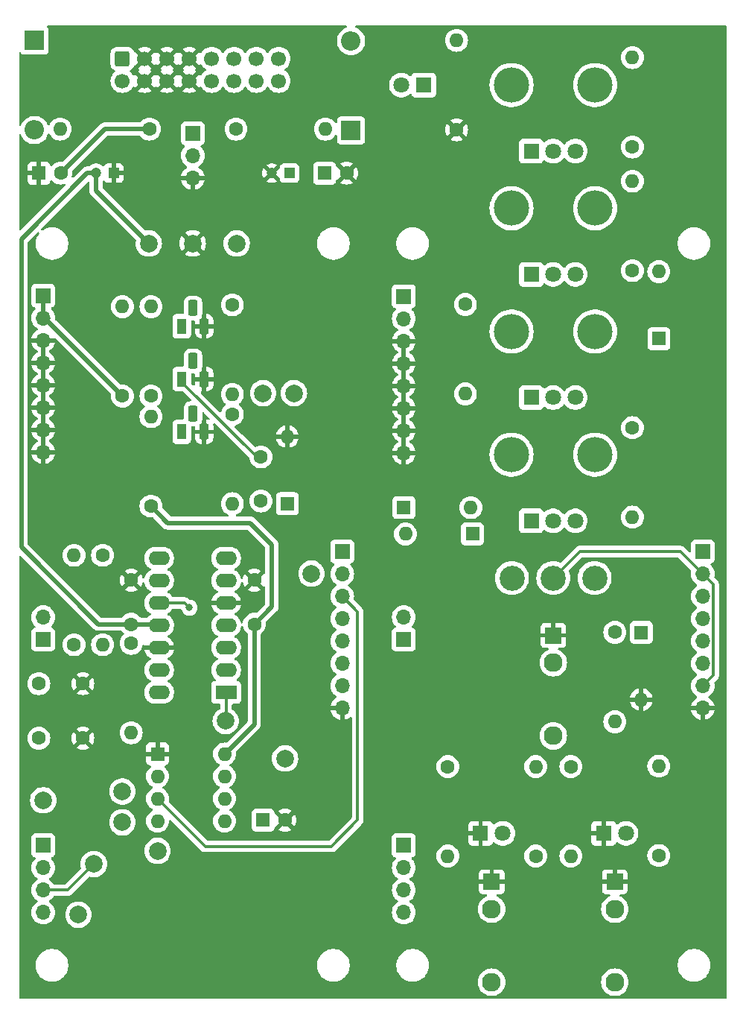
<source format=gbl>
G04 #@! TF.GenerationSoftware,KiCad,Pcbnew,8.0.2-1*
G04 #@! TF.CreationDate,2024-06-17T10:00:25+02:00*
G04 #@! TF.ProjectId,7555,37353535-2e6b-4696-9361-645f70636258,rev?*
G04 #@! TF.SameCoordinates,Original*
G04 #@! TF.FileFunction,Copper,L2,Bot*
G04 #@! TF.FilePolarity,Positive*
%FSLAX46Y46*%
G04 Gerber Fmt 4.6, Leading zero omitted, Abs format (unit mm)*
G04 Created by KiCad (PCBNEW 8.0.2-1) date 2024-06-17 10:00:25*
%MOMM*%
%LPD*%
G01*
G04 APERTURE LIST*
G04 Aperture macros list*
%AMRoundRect*
0 Rectangle with rounded corners*
0 $1 Rounding radius*
0 $2 $3 $4 $5 $6 $7 $8 $9 X,Y pos of 4 corners*
0 Add a 4 corners polygon primitive as box body*
4,1,4,$2,$3,$4,$5,$6,$7,$8,$9,$2,$3,0*
0 Add four circle primitives for the rounded corners*
1,1,$1+$1,$2,$3*
1,1,$1+$1,$4,$5*
1,1,$1+$1,$6,$7*
1,1,$1+$1,$8,$9*
0 Add four rect primitives between the rounded corners*
20,1,$1+$1,$2,$3,$4,$5,0*
20,1,$1+$1,$4,$5,$6,$7,0*
20,1,$1+$1,$6,$7,$8,$9,0*
20,1,$1+$1,$8,$9,$2,$3,0*%
G04 Aperture macros list end*
G04 #@! TA.AperFunction,ComponentPad*
%ADD10C,1.600000*%
G04 #@! TD*
G04 #@! TA.AperFunction,ComponentPad*
%ADD11O,1.600000X1.600000*%
G04 #@! TD*
G04 #@! TA.AperFunction,ComponentPad*
%ADD12R,1.600000X1.600000*%
G04 #@! TD*
G04 #@! TA.AperFunction,ComponentPad*
%ADD13O,4.000000X4.000000*%
G04 #@! TD*
G04 #@! TA.AperFunction,ComponentPad*
%ADD14R,1.800000X1.800000*%
G04 #@! TD*
G04 #@! TA.AperFunction,ComponentPad*
%ADD15C,1.800000*%
G04 #@! TD*
G04 #@! TA.AperFunction,ComponentPad*
%ADD16R,1.700000X1.700000*%
G04 #@! TD*
G04 #@! TA.AperFunction,ComponentPad*
%ADD17O,1.700000X1.700000*%
G04 #@! TD*
G04 #@! TA.AperFunction,ComponentPad*
%ADD18R,1.100000X1.800000*%
G04 #@! TD*
G04 #@! TA.AperFunction,ComponentPad*
%ADD19RoundRect,0.275000X-0.275000X-0.625000X0.275000X-0.625000X0.275000X0.625000X-0.275000X0.625000X0*%
G04 #@! TD*
G04 #@! TA.AperFunction,ComponentPad*
%ADD20C,2.850000*%
G04 #@! TD*
G04 #@! TA.AperFunction,ComponentPad*
%ADD21R,1.930000X1.830000*%
G04 #@! TD*
G04 #@! TA.AperFunction,ComponentPad*
%ADD22C,2.130000*%
G04 #@! TD*
G04 #@! TA.AperFunction,ComponentPad*
%ADD23R,2.400000X1.600000*%
G04 #@! TD*
G04 #@! TA.AperFunction,ComponentPad*
%ADD24O,2.400000X1.600000*%
G04 #@! TD*
G04 #@! TA.AperFunction,ComponentPad*
%ADD25R,2.200000X2.200000*%
G04 #@! TD*
G04 #@! TA.AperFunction,ComponentPad*
%ADD26O,2.200000X2.200000*%
G04 #@! TD*
G04 #@! TA.AperFunction,ComponentPad*
%ADD27C,2.000000*%
G04 #@! TD*
G04 #@! TA.AperFunction,ComponentPad*
%ADD28R,1.200000X1.200000*%
G04 #@! TD*
G04 #@! TA.AperFunction,ComponentPad*
%ADD29C,1.200000*%
G04 #@! TD*
G04 #@! TA.AperFunction,ComponentPad*
%ADD30RoundRect,0.250000X-0.600000X0.600000X-0.600000X-0.600000X0.600000X-0.600000X0.600000X0.600000X0*%
G04 #@! TD*
G04 #@! TA.AperFunction,ComponentPad*
%ADD31C,1.700000*%
G04 #@! TD*
G04 #@! TA.AperFunction,ViaPad*
%ADD32C,0.800000*%
G04 #@! TD*
G04 #@! TA.AperFunction,Conductor*
%ADD33C,0.500000*%
G04 #@! TD*
G04 #@! TA.AperFunction,Conductor*
%ADD34C,0.300000*%
G04 #@! TD*
G04 APERTURE END LIST*
D10*
X99000000Y-134420000D03*
D11*
X99000000Y-144580000D03*
D12*
X121000000Y-119190000D03*
D11*
X121000000Y-126810000D03*
D13*
X106250000Y-71000000D03*
X115750000Y-71000000D03*
D14*
X108500000Y-78500000D03*
D15*
X111000000Y-78500000D03*
X113500000Y-78500000D03*
D12*
X80750000Y-104560000D03*
D11*
X80750000Y-96940000D03*
D10*
X74500000Y-94400000D03*
D11*
X74500000Y-104560000D03*
D16*
X53000000Y-80920000D03*
D17*
X53000000Y-83460000D03*
X53000000Y-86000000D03*
X53000000Y-88540000D03*
X53000000Y-91080000D03*
X53000000Y-93620000D03*
X53000000Y-96160000D03*
X53000000Y-98700000D03*
D10*
X59750000Y-110420000D03*
D11*
X59750000Y-120580000D03*
D10*
X120000000Y-95920000D03*
D11*
X120000000Y-106080000D03*
D12*
X94000000Y-105000000D03*
D11*
X101620000Y-105000000D03*
D10*
X109000000Y-144580000D03*
D11*
X109000000Y-134420000D03*
D14*
X102730000Y-142000000D03*
D15*
X105270000Y-142000000D03*
D10*
X123000000Y-144530000D03*
D11*
X123000000Y-134370000D03*
D18*
X68750000Y-90400000D03*
D19*
X70020000Y-88330000D03*
X71290000Y-90400000D03*
D13*
X106250000Y-85000000D03*
X115750000Y-85000000D03*
D14*
X108500000Y-92500000D03*
D15*
X111000000Y-92500000D03*
X113500000Y-92500000D03*
D10*
X77000000Y-118250000D03*
X77000000Y-113250000D03*
D20*
X106300000Y-113000000D03*
X111000000Y-113000000D03*
X115700000Y-113000000D03*
D10*
X101000000Y-81920000D03*
D11*
X101000000Y-92080000D03*
D10*
X74920000Y-62000000D03*
D11*
X85080000Y-62000000D03*
D18*
X68750000Y-84400000D03*
D19*
X70020000Y-82330000D03*
X71290000Y-84400000D03*
D10*
X74500000Y-81970000D03*
D11*
X74500000Y-92130000D03*
D21*
X111000000Y-119520000D03*
D22*
X111000000Y-130920000D03*
X111000000Y-122620000D03*
D10*
X56500000Y-120580000D03*
D11*
X56500000Y-110420000D03*
D23*
X73800000Y-126000000D03*
D24*
X73800000Y-123460000D03*
X73800000Y-120920000D03*
X73800000Y-118380000D03*
X73800000Y-115840000D03*
X73800000Y-113300000D03*
X73800000Y-110760000D03*
X66180000Y-110760000D03*
X66180000Y-113300000D03*
X66180000Y-115840000D03*
X66180000Y-118380000D03*
X66180000Y-120920000D03*
X66180000Y-123460000D03*
X66180000Y-126000000D03*
D10*
X118000000Y-119170000D03*
D11*
X118000000Y-129330000D03*
D18*
X68750000Y-96400000D03*
D19*
X70020000Y-94330000D03*
X71290000Y-96400000D03*
D14*
X116730000Y-142000000D03*
D15*
X119270000Y-142000000D03*
D10*
X113000000Y-134420000D03*
D11*
X113000000Y-144580000D03*
D10*
X120000000Y-64030000D03*
D11*
X120000000Y-53870000D03*
D10*
X120000000Y-78080000D03*
D11*
X120000000Y-67920000D03*
D21*
X104000000Y-147520000D03*
D22*
X104000000Y-158920000D03*
X104000000Y-150620000D03*
D25*
X52000000Y-51950000D03*
D26*
X52000000Y-62110000D03*
D14*
X96270000Y-57000000D03*
D15*
X93730000Y-57000000D03*
D16*
X53000000Y-143380000D03*
D17*
X53000000Y-145920000D03*
X53000000Y-148460000D03*
X53000000Y-151000000D03*
D21*
X118000000Y-147520000D03*
D22*
X118000000Y-158920000D03*
X118000000Y-150620000D03*
D10*
X63000000Y-113250000D03*
X63000000Y-118250000D03*
D25*
X88000000Y-62160000D03*
D26*
X88000000Y-52000000D03*
D10*
X77750000Y-99250000D03*
X77750000Y-104250000D03*
D12*
X123000000Y-85810000D03*
D11*
X123000000Y-78190000D03*
D10*
X65250000Y-104830000D03*
D11*
X65250000Y-94670000D03*
D10*
X65250000Y-92330000D03*
D11*
X65250000Y-82170000D03*
D16*
X87000000Y-110000000D03*
D17*
X87000000Y-112540000D03*
X87000000Y-115080000D03*
X87000000Y-117620000D03*
X87000000Y-120160000D03*
X87000000Y-122700000D03*
X87000000Y-125240000D03*
X87000000Y-127780000D03*
D12*
X101810000Y-108000000D03*
D11*
X94190000Y-108000000D03*
D13*
X106250000Y-57000000D03*
X115750000Y-57000000D03*
D14*
X108500000Y-64500000D03*
D15*
X111000000Y-64500000D03*
X113500000Y-64500000D03*
D12*
X66000000Y-133000000D03*
D11*
X66000000Y-135540000D03*
X66000000Y-138080000D03*
X66000000Y-140620000D03*
X73620000Y-140620000D03*
X73620000Y-138080000D03*
X73620000Y-135540000D03*
X73620000Y-133000000D03*
D10*
X62000000Y-92330000D03*
D11*
X62000000Y-82170000D03*
D10*
X65080000Y-62000000D03*
D11*
X54920000Y-62000000D03*
D10*
X100000000Y-62080000D03*
D11*
X100000000Y-51920000D03*
D10*
X63000000Y-120420000D03*
D11*
X63000000Y-130580000D03*
D13*
X106250000Y-99000000D03*
X115750000Y-99000000D03*
D14*
X108500000Y-106500000D03*
D15*
X111000000Y-106500000D03*
X113500000Y-106500000D03*
D16*
X53000000Y-120000000D03*
D17*
X53000000Y-117460000D03*
D27*
X66000000Y-144000000D03*
D10*
X52500000Y-125000000D03*
X57500000Y-125000000D03*
D12*
X78000000Y-140500000D03*
D10*
X80500000Y-140500000D03*
D12*
X85000000Y-67000000D03*
D10*
X87500000Y-67000000D03*
D16*
X94000000Y-81000000D03*
D17*
X94000000Y-83540000D03*
X94000000Y-86080000D03*
X94000000Y-88620000D03*
X94000000Y-91160000D03*
X94000000Y-93700000D03*
X94000000Y-96240000D03*
X94000000Y-98780000D03*
D27*
X83500000Y-112500000D03*
D28*
X81000000Y-67000000D03*
D29*
X79000000Y-67000000D03*
D30*
X62000000Y-54000000D03*
D31*
X62000000Y-56540000D03*
X64540000Y-54000000D03*
X64540000Y-56540000D03*
X67080000Y-54000000D03*
X67080000Y-56540000D03*
X69620000Y-54000000D03*
X69620000Y-56540000D03*
X72160000Y-54000000D03*
X72160000Y-56540000D03*
X74700000Y-54000000D03*
X74700000Y-56540000D03*
X77240000Y-54000000D03*
X77240000Y-56540000D03*
X79780000Y-54000000D03*
X79780000Y-56540000D03*
D27*
X73750000Y-129250000D03*
X70000000Y-75000000D03*
X81500000Y-92000000D03*
X75000000Y-75000000D03*
X62000000Y-140750000D03*
X58750000Y-145500000D03*
D16*
X128000000Y-110000000D03*
D17*
X128000000Y-112540000D03*
X128000000Y-115080000D03*
X128000000Y-117620000D03*
X128000000Y-120160000D03*
X128000000Y-122700000D03*
X128000000Y-125240000D03*
X128000000Y-127780000D03*
D10*
X52500000Y-131200000D03*
X57500000Y-131200000D03*
D27*
X78000000Y-92000000D03*
D16*
X94000000Y-120000000D03*
D17*
X94000000Y-117460000D03*
D27*
X62000000Y-137250000D03*
X65000000Y-75000000D03*
D28*
X61000000Y-67000000D03*
D29*
X59000000Y-67000000D03*
D16*
X70000000Y-62475000D03*
D17*
X70000000Y-65015000D03*
X70000000Y-67555000D03*
D16*
X94000000Y-143380000D03*
D17*
X94000000Y-145920000D03*
X94000000Y-148460000D03*
X94000000Y-151000000D03*
D27*
X57000000Y-151250000D03*
X80500000Y-133500000D03*
D12*
X52500000Y-67000000D03*
D10*
X55000000Y-67000000D03*
D27*
X53000000Y-138250000D03*
D32*
X69625000Y-116375000D03*
D33*
X77000000Y-129620000D02*
X77000000Y-118250000D01*
X79000000Y-109250000D02*
X76500000Y-106750000D01*
X73620000Y-133000000D02*
X77000000Y-129620000D01*
X67170000Y-106750000D02*
X65250000Y-104830000D01*
X77000000Y-118250000D02*
X79000000Y-116250000D01*
X53130000Y-83460000D02*
X53000000Y-83460000D01*
X53000000Y-80920000D02*
X53000000Y-83460000D01*
X79000000Y-116250000D02*
X79000000Y-109250000D01*
X62000000Y-92330000D02*
X53130000Y-83460000D01*
X76500000Y-106750000D02*
X67170000Y-106750000D01*
X59000000Y-69000000D02*
X65000000Y-75000000D01*
X59250000Y-118250000D02*
X50500000Y-109500000D01*
X63000000Y-118250000D02*
X59250000Y-118250000D01*
X63000000Y-118250000D02*
X66050000Y-118250000D01*
X59000000Y-67000000D02*
X59000000Y-69000000D01*
X65080000Y-62000000D02*
X60000000Y-62000000D01*
X60000000Y-62000000D02*
X55000000Y-67000000D01*
X66050000Y-118250000D02*
X66180000Y-118380000D01*
X50500000Y-109500000D02*
X50500000Y-74500000D01*
X50500000Y-74500000D02*
X58000000Y-67000000D01*
X58000000Y-67000000D02*
X59000000Y-67000000D01*
D34*
X68750000Y-90750000D02*
X77250000Y-99250000D01*
X68750000Y-90000000D02*
X68750000Y-90750000D01*
X77250000Y-99250000D02*
X77750000Y-99250000D01*
X128000000Y-112540000D02*
X125460000Y-110000000D01*
X129200000Y-124040000D02*
X128000000Y-125240000D01*
X129200000Y-113740000D02*
X129200000Y-124040000D01*
X125460000Y-110000000D02*
X114000000Y-110000000D01*
X128000000Y-112540000D02*
X129200000Y-113740000D01*
X114000000Y-110000000D02*
X111000000Y-113000000D01*
X55790000Y-148460000D02*
X53000000Y-148460000D01*
X58750000Y-145500000D02*
X55790000Y-148460000D01*
X73800000Y-129200000D02*
X73750000Y-129250000D01*
X73800000Y-126000000D02*
X73800000Y-129200000D01*
X69090000Y-115840000D02*
X66180000Y-115840000D01*
X69625000Y-116375000D02*
X69090000Y-115840000D01*
X88750000Y-140500000D02*
X88750000Y-116830000D01*
X66000000Y-138080000D02*
X71420000Y-143500000D01*
X71420000Y-143500000D02*
X85750000Y-143500000D01*
X88750000Y-116830000D02*
X87000000Y-115080000D01*
X85750000Y-143500000D02*
X88750000Y-140500000D01*
G04 #@! TA.AperFunction,Conductor*
G36*
X76600000Y-113302661D02*
G01*
X76627259Y-113404394D01*
X76679920Y-113495606D01*
X76754394Y-113570080D01*
X76845606Y-113622741D01*
X76947339Y-113650000D01*
X76953553Y-113650000D01*
X76274526Y-114329025D01*
X76347513Y-114380132D01*
X76347521Y-114380136D01*
X76553668Y-114476264D01*
X76553682Y-114476269D01*
X76773389Y-114535139D01*
X76773400Y-114535141D01*
X76999998Y-114554966D01*
X77000002Y-114554966D01*
X77226599Y-114535141D01*
X77226610Y-114535139D01*
X77446317Y-114476269D01*
X77446331Y-114476264D01*
X77652478Y-114380136D01*
X77725471Y-114329024D01*
X77046447Y-113650000D01*
X77052661Y-113650000D01*
X77154394Y-113622741D01*
X77245606Y-113570080D01*
X77320080Y-113495606D01*
X77372741Y-113404394D01*
X77400000Y-113302661D01*
X77400000Y-113296447D01*
X78079024Y-113975471D01*
X78114693Y-113972351D01*
X78183193Y-113986118D01*
X78233376Y-114034733D01*
X78249500Y-114095879D01*
X78249500Y-115887769D01*
X78229815Y-115954808D01*
X78213181Y-115975450D01*
X77265348Y-116923282D01*
X77204025Y-116956767D01*
X77166861Y-116959129D01*
X77000003Y-116944532D01*
X76999998Y-116944532D01*
X76773313Y-116964364D01*
X76773302Y-116964366D01*
X76553511Y-117023258D01*
X76553502Y-117023261D01*
X76347267Y-117119431D01*
X76347265Y-117119432D01*
X76160858Y-117249954D01*
X75999954Y-117410858D01*
X75869432Y-117597265D01*
X75869431Y-117597267D01*
X75773261Y-117803502D01*
X75773258Y-117803511D01*
X75714366Y-118023302D01*
X75714364Y-118023311D01*
X75711706Y-118053694D01*
X75686252Y-118118763D01*
X75629660Y-118159740D01*
X75559898Y-118163616D01*
X75499114Y-118129161D01*
X75471839Y-118079496D01*
X75469983Y-118080100D01*
X75426477Y-117946204D01*
X75405220Y-117880781D01*
X75405218Y-117880778D01*
X75405218Y-117880776D01*
X75365844Y-117803502D01*
X75312287Y-117698390D01*
X75255334Y-117620000D01*
X75191971Y-117532786D01*
X75047213Y-117388028D01*
X74881611Y-117267713D01*
X74788369Y-117220203D01*
X74737574Y-117172229D01*
X74720779Y-117104407D01*
X74743317Y-117038273D01*
X74788371Y-116999234D01*
X74881347Y-116951861D01*
X75046894Y-116831582D01*
X75046895Y-116831582D01*
X75191582Y-116686895D01*
X75191582Y-116686894D01*
X75311859Y-116521349D01*
X75404755Y-116339029D01*
X75467990Y-116144413D01*
X75476609Y-116090000D01*
X74115686Y-116090000D01*
X74120080Y-116085606D01*
X74172741Y-115994394D01*
X74200000Y-115892661D01*
X74200000Y-115787339D01*
X74172741Y-115685606D01*
X74120080Y-115594394D01*
X74115686Y-115590000D01*
X75476609Y-115590000D01*
X75467990Y-115535586D01*
X75404755Y-115340970D01*
X75311859Y-115158650D01*
X75191582Y-114993105D01*
X75191582Y-114993104D01*
X75046895Y-114848417D01*
X74881349Y-114728140D01*
X74788370Y-114680765D01*
X74737574Y-114632790D01*
X74720779Y-114564969D01*
X74743316Y-114498835D01*
X74788370Y-114459795D01*
X74788920Y-114459515D01*
X74881610Y-114412287D01*
X74902770Y-114396913D01*
X75047213Y-114291971D01*
X75047215Y-114291968D01*
X75047219Y-114291966D01*
X75191966Y-114147219D01*
X75191968Y-114147215D01*
X75191971Y-114147213D01*
X75244732Y-114074590D01*
X75312287Y-113981610D01*
X75405220Y-113799219D01*
X75468477Y-113604534D01*
X75481484Y-113522408D01*
X75511411Y-113459279D01*
X75570723Y-113422347D01*
X75640585Y-113423345D01*
X75698818Y-113461954D01*
X75723731Y-113509717D01*
X75773731Y-113696319D01*
X75773735Y-113696331D01*
X75869863Y-113902478D01*
X75920974Y-113975472D01*
X76600000Y-113296446D01*
X76600000Y-113302661D01*
G37*
G04 #@! TD.AperFunction*
G04 #@! TA.AperFunction,Conductor*
G36*
X71275703Y-94196095D02*
G01*
X71282181Y-94202127D01*
X71902254Y-94822200D01*
X71935739Y-94883523D01*
X71930755Y-94953215D01*
X71888883Y-95009148D01*
X71823419Y-95033565D01*
X71773620Y-95026923D01*
X71738540Y-95014648D01*
X71738541Y-95014648D01*
X71608530Y-95000000D01*
X71540000Y-95000000D01*
X71540000Y-95719670D01*
X71520255Y-95699925D01*
X71434745Y-95650556D01*
X71339370Y-95625000D01*
X71240630Y-95625000D01*
X71145255Y-95650556D01*
X71059745Y-95699925D01*
X71040000Y-95719670D01*
X71040000Y-95194994D01*
X71046958Y-95154041D01*
X71055841Y-95128657D01*
X71070500Y-94998552D01*
X71070500Y-94289808D01*
X71090185Y-94222769D01*
X71142989Y-94177014D01*
X71212147Y-94167070D01*
X71275703Y-94196095D01*
G37*
G04 #@! TD.AperFunction*
G04 #@! TA.AperFunction,Conductor*
G36*
X94250000Y-98346988D02*
G01*
X94192993Y-98314075D01*
X94065826Y-98280000D01*
X93934174Y-98280000D01*
X93807007Y-98314075D01*
X93750000Y-98346988D01*
X93750000Y-96673012D01*
X93807007Y-96705925D01*
X93934174Y-96740000D01*
X94065826Y-96740000D01*
X94192993Y-96705925D01*
X94250000Y-96673012D01*
X94250000Y-98346988D01*
G37*
G04 #@! TD.AperFunction*
G04 #@! TA.AperFunction,Conductor*
G36*
X94250000Y-95806988D02*
G01*
X94192993Y-95774075D01*
X94065826Y-95740000D01*
X93934174Y-95740000D01*
X93807007Y-95774075D01*
X93750000Y-95806988D01*
X93750000Y-94133012D01*
X93807007Y-94165925D01*
X93934174Y-94200000D01*
X94065826Y-94200000D01*
X94192993Y-94165925D01*
X94250000Y-94133012D01*
X94250000Y-95806988D01*
G37*
G04 #@! TD.AperFunction*
G04 #@! TA.AperFunction,Conductor*
G36*
X94250000Y-93266988D02*
G01*
X94192993Y-93234075D01*
X94065826Y-93200000D01*
X93934174Y-93200000D01*
X93807007Y-93234075D01*
X93750000Y-93266988D01*
X93750000Y-91593012D01*
X93807007Y-91625925D01*
X93934174Y-91660000D01*
X94065826Y-91660000D01*
X94192993Y-91625925D01*
X94250000Y-91593012D01*
X94250000Y-93266988D01*
G37*
G04 #@! TD.AperFunction*
G04 #@! TA.AperFunction,Conductor*
G36*
X94250000Y-90726988D02*
G01*
X94192993Y-90694075D01*
X94065826Y-90660000D01*
X93934174Y-90660000D01*
X93807007Y-90694075D01*
X93750000Y-90726988D01*
X93750000Y-89053012D01*
X93807007Y-89085925D01*
X93934174Y-89120000D01*
X94065826Y-89120000D01*
X94192993Y-89085925D01*
X94250000Y-89053012D01*
X94250000Y-90726988D01*
G37*
G04 #@! TD.AperFunction*
G04 #@! TA.AperFunction,Conductor*
G36*
X94250000Y-88186988D02*
G01*
X94192993Y-88154075D01*
X94065826Y-88120000D01*
X93934174Y-88120000D01*
X93807007Y-88154075D01*
X93750000Y-88186988D01*
X93750000Y-86513012D01*
X93807007Y-86545925D01*
X93934174Y-86580000D01*
X94065826Y-86580000D01*
X94192993Y-86545925D01*
X94250000Y-86513012D01*
X94250000Y-88186988D01*
G37*
G04 #@! TD.AperFunction*
G04 #@! TA.AperFunction,Conductor*
G36*
X53250000Y-98266988D02*
G01*
X53192993Y-98234075D01*
X53065826Y-98200000D01*
X52934174Y-98200000D01*
X52807007Y-98234075D01*
X52750000Y-98266988D01*
X52750000Y-96593012D01*
X52807007Y-96625925D01*
X52934174Y-96660000D01*
X53065826Y-96660000D01*
X53192993Y-96625925D01*
X53250000Y-96593012D01*
X53250000Y-98266988D01*
G37*
G04 #@! TD.AperFunction*
G04 #@! TA.AperFunction,Conductor*
G36*
X53250000Y-95726988D02*
G01*
X53192993Y-95694075D01*
X53065826Y-95660000D01*
X52934174Y-95660000D01*
X52807007Y-95694075D01*
X52750000Y-95726988D01*
X52750000Y-94053012D01*
X52807007Y-94085925D01*
X52934174Y-94120000D01*
X53065826Y-94120000D01*
X53192993Y-94085925D01*
X53250000Y-94053012D01*
X53250000Y-95726988D01*
G37*
G04 #@! TD.AperFunction*
G04 #@! TA.AperFunction,Conductor*
G36*
X53250000Y-93186988D02*
G01*
X53192993Y-93154075D01*
X53065826Y-93120000D01*
X52934174Y-93120000D01*
X52807007Y-93154075D01*
X52750000Y-93186988D01*
X52750000Y-91513012D01*
X52807007Y-91545925D01*
X52934174Y-91580000D01*
X53065826Y-91580000D01*
X53192993Y-91545925D01*
X53250000Y-91513012D01*
X53250000Y-93186988D01*
G37*
G04 #@! TD.AperFunction*
G04 #@! TA.AperFunction,Conductor*
G36*
X53250000Y-90646988D02*
G01*
X53192993Y-90614075D01*
X53065826Y-90580000D01*
X52934174Y-90580000D01*
X52807007Y-90614075D01*
X52750000Y-90646988D01*
X52750000Y-88973012D01*
X52807007Y-89005925D01*
X52934174Y-89040000D01*
X53065826Y-89040000D01*
X53192993Y-89005925D01*
X53250000Y-88973012D01*
X53250000Y-90646988D01*
G37*
G04 #@! TD.AperFunction*
G04 #@! TA.AperFunction,Conductor*
G36*
X53250000Y-88106988D02*
G01*
X53192993Y-88074075D01*
X53065826Y-88040000D01*
X52934174Y-88040000D01*
X52807007Y-88074075D01*
X52750000Y-88106988D01*
X52750000Y-86433012D01*
X52807007Y-86465925D01*
X52934174Y-86500000D01*
X53065826Y-86500000D01*
X53192993Y-86465925D01*
X53250000Y-86433012D01*
X53250000Y-88106988D01*
G37*
G04 #@! TD.AperFunction*
G04 #@! TA.AperFunction,Conductor*
G36*
X64074075Y-54192993D02*
G01*
X64139901Y-54307007D01*
X64232993Y-54400099D01*
X64347007Y-54465925D01*
X64410590Y-54482962D01*
X63778625Y-55114925D01*
X63855031Y-55168425D01*
X63898655Y-55223002D01*
X63905848Y-55292501D01*
X63874326Y-55354855D01*
X63855029Y-55371576D01*
X63778625Y-55425072D01*
X64410590Y-56057037D01*
X64347007Y-56074075D01*
X64232993Y-56139901D01*
X64139901Y-56232993D01*
X64074075Y-56347007D01*
X64057037Y-56410590D01*
X63425073Y-55778626D01*
X63371881Y-55854594D01*
X63317304Y-55898219D01*
X63247806Y-55905413D01*
X63185451Y-55873891D01*
X63168730Y-55854594D01*
X63038494Y-55668597D01*
X62871398Y-55501501D01*
X62870030Y-55500354D01*
X62869592Y-55499696D01*
X62867573Y-55497677D01*
X62867978Y-55497271D01*
X62831330Y-55442182D01*
X62830224Y-55372321D01*
X62867063Y-55312952D01*
X62910737Y-55287662D01*
X62919334Y-55284814D01*
X63068656Y-55192712D01*
X63192712Y-55068656D01*
X63284814Y-54919334D01*
X63308794Y-54846965D01*
X63348565Y-54789523D01*
X63413081Y-54762699D01*
X63423861Y-54762585D01*
X64057037Y-54129409D01*
X64074075Y-54192993D01*
G37*
G04 #@! TD.AperFunction*
G04 #@! TA.AperFunction,Conductor*
G36*
X66614075Y-54192993D02*
G01*
X66679901Y-54307007D01*
X66772993Y-54400099D01*
X66887007Y-54465925D01*
X66950590Y-54482962D01*
X66318625Y-55114925D01*
X66395031Y-55168425D01*
X66438655Y-55223002D01*
X66445848Y-55292501D01*
X66414326Y-55354855D01*
X66395029Y-55371576D01*
X66318625Y-55425072D01*
X66950590Y-56057037D01*
X66887007Y-56074075D01*
X66772993Y-56139901D01*
X66679901Y-56232993D01*
X66614075Y-56347007D01*
X66597037Y-56410590D01*
X65965072Y-55778625D01*
X65965072Y-55778626D01*
X65911574Y-55855030D01*
X65856998Y-55898655D01*
X65787499Y-55905849D01*
X65725144Y-55874326D01*
X65708424Y-55855030D01*
X65654925Y-55778626D01*
X65654925Y-55778625D01*
X65022962Y-56410589D01*
X65005925Y-56347007D01*
X64940099Y-56232993D01*
X64847007Y-56139901D01*
X64732993Y-56074075D01*
X64669410Y-56057037D01*
X65301373Y-55425073D01*
X65224969Y-55371576D01*
X65181344Y-55316999D01*
X65174150Y-55247501D01*
X65205672Y-55185146D01*
X65224968Y-55168425D01*
X65301373Y-55114925D01*
X64669409Y-54482962D01*
X64732993Y-54465925D01*
X64847007Y-54400099D01*
X64940099Y-54307007D01*
X65005925Y-54192993D01*
X65022962Y-54129410D01*
X65654925Y-54761373D01*
X65708425Y-54684968D01*
X65763002Y-54641344D01*
X65832501Y-54634151D01*
X65894855Y-54665673D01*
X65911576Y-54684969D01*
X65965073Y-54761372D01*
X66597037Y-54129409D01*
X66614075Y-54192993D01*
G37*
G04 #@! TD.AperFunction*
G04 #@! TA.AperFunction,Conductor*
G36*
X69154075Y-54192993D02*
G01*
X69219901Y-54307007D01*
X69312993Y-54400099D01*
X69427007Y-54465925D01*
X69490590Y-54482962D01*
X68858625Y-55114925D01*
X68935031Y-55168425D01*
X68978655Y-55223002D01*
X68985848Y-55292501D01*
X68954326Y-55354855D01*
X68935029Y-55371576D01*
X68858625Y-55425072D01*
X69490590Y-56057037D01*
X69427007Y-56074075D01*
X69312993Y-56139901D01*
X69219901Y-56232993D01*
X69154075Y-56347007D01*
X69137037Y-56410590D01*
X68505072Y-55778625D01*
X68505072Y-55778626D01*
X68451574Y-55855030D01*
X68396998Y-55898655D01*
X68327499Y-55905849D01*
X68265144Y-55874326D01*
X68248424Y-55855030D01*
X68194925Y-55778626D01*
X68194925Y-55778625D01*
X67562962Y-56410589D01*
X67545925Y-56347007D01*
X67480099Y-56232993D01*
X67387007Y-56139901D01*
X67272993Y-56074075D01*
X67209410Y-56057037D01*
X67841373Y-55425073D01*
X67764969Y-55371576D01*
X67721344Y-55316999D01*
X67714150Y-55247501D01*
X67745672Y-55185146D01*
X67764968Y-55168425D01*
X67841373Y-55114925D01*
X67209409Y-54482962D01*
X67272993Y-54465925D01*
X67387007Y-54400099D01*
X67480099Y-54307007D01*
X67545925Y-54192993D01*
X67562962Y-54129409D01*
X68194925Y-54761373D01*
X68248425Y-54684968D01*
X68303002Y-54641344D01*
X68372501Y-54634151D01*
X68434855Y-54665673D01*
X68451576Y-54684969D01*
X68505073Y-54761372D01*
X69137037Y-54129409D01*
X69154075Y-54192993D01*
G37*
G04 #@! TD.AperFunction*
G04 #@! TA.AperFunction,Conductor*
G36*
X70734925Y-54761373D02*
G01*
X70788119Y-54685405D01*
X70842696Y-54641781D01*
X70912195Y-54634588D01*
X70974549Y-54666110D01*
X70991269Y-54685405D01*
X71121505Y-54871401D01*
X71121506Y-54871402D01*
X71288597Y-55038493D01*
X71288603Y-55038498D01*
X71474158Y-55168425D01*
X71517783Y-55223002D01*
X71524977Y-55292500D01*
X71493454Y-55354855D01*
X71474158Y-55371575D01*
X71288597Y-55501505D01*
X71121505Y-55668597D01*
X70991269Y-55854595D01*
X70936692Y-55898220D01*
X70867194Y-55905414D01*
X70804839Y-55873891D01*
X70788119Y-55854595D01*
X70734925Y-55778626D01*
X70734925Y-55778625D01*
X70102962Y-56410589D01*
X70085925Y-56347007D01*
X70020099Y-56232993D01*
X69927007Y-56139901D01*
X69812993Y-56074075D01*
X69749410Y-56057037D01*
X70381373Y-55425073D01*
X70304969Y-55371576D01*
X70261344Y-55316999D01*
X70254150Y-55247501D01*
X70285672Y-55185146D01*
X70304968Y-55168425D01*
X70381373Y-55114925D01*
X69749409Y-54482962D01*
X69812993Y-54465925D01*
X69927007Y-54400099D01*
X70020099Y-54307007D01*
X70085925Y-54192993D01*
X70102962Y-54129409D01*
X70734925Y-54761373D01*
G37*
G04 #@! TD.AperFunction*
G04 #@! TA.AperFunction,Conductor*
G36*
X87485006Y-50270185D02*
G01*
X87530761Y-50322989D01*
X87540705Y-50392147D01*
X87511680Y-50455703D01*
X87465420Y-50489061D01*
X87271140Y-50569533D01*
X87056346Y-50701160D01*
X87056343Y-50701161D01*
X86864776Y-50864776D01*
X86701161Y-51056343D01*
X86701160Y-51056346D01*
X86569533Y-51271140D01*
X86473126Y-51503889D01*
X86414317Y-51748848D01*
X86394551Y-52000000D01*
X86414317Y-52251151D01*
X86473126Y-52496110D01*
X86569533Y-52728859D01*
X86701160Y-52943653D01*
X86701161Y-52943656D01*
X86756604Y-53008571D01*
X86864776Y-53135224D01*
X86985843Y-53238625D01*
X87056343Y-53298838D01*
X87056346Y-53298839D01*
X87271140Y-53430466D01*
X87503889Y-53526873D01*
X87748852Y-53585683D01*
X88000000Y-53605449D01*
X88251148Y-53585683D01*
X88496111Y-53526873D01*
X88728859Y-53430466D01*
X88943659Y-53298836D01*
X89135224Y-53135224D01*
X89298836Y-52943659D01*
X89430466Y-52728859D01*
X89526873Y-52496111D01*
X89585683Y-52251148D01*
X89605449Y-52000000D01*
X89599153Y-51919998D01*
X98694532Y-51919998D01*
X98694532Y-51920001D01*
X98714364Y-52146686D01*
X98714366Y-52146697D01*
X98773258Y-52366488D01*
X98773261Y-52366497D01*
X98869431Y-52572732D01*
X98869432Y-52572734D01*
X98999954Y-52759141D01*
X99160858Y-52920045D01*
X99160861Y-52920047D01*
X99347266Y-53050568D01*
X99553504Y-53146739D01*
X99773308Y-53205635D01*
X99935230Y-53219801D01*
X99999998Y-53225468D01*
X100000000Y-53225468D01*
X100000002Y-53225468D01*
X100056673Y-53220509D01*
X100226692Y-53205635D01*
X100446496Y-53146739D01*
X100652734Y-53050568D01*
X100839139Y-52920047D01*
X101000047Y-52759139D01*
X101130568Y-52572734D01*
X101226739Y-52366496D01*
X101285635Y-52146692D01*
X101305468Y-51920000D01*
X101285635Y-51693308D01*
X101226739Y-51473504D01*
X101130568Y-51267266D01*
X101000047Y-51080861D01*
X101000045Y-51080858D01*
X100839141Y-50919954D01*
X100652734Y-50789432D01*
X100652732Y-50789431D01*
X100446497Y-50693261D01*
X100446488Y-50693258D01*
X100226697Y-50634366D01*
X100226693Y-50634365D01*
X100226692Y-50634365D01*
X100226691Y-50634364D01*
X100226686Y-50634364D01*
X100000002Y-50614532D01*
X99999998Y-50614532D01*
X99773313Y-50634364D01*
X99773302Y-50634366D01*
X99553511Y-50693258D01*
X99553502Y-50693261D01*
X99347267Y-50789431D01*
X99347265Y-50789432D01*
X99160858Y-50919954D01*
X98999954Y-51080858D01*
X98869432Y-51267265D01*
X98869431Y-51267267D01*
X98773261Y-51473502D01*
X98773258Y-51473511D01*
X98714366Y-51693302D01*
X98714364Y-51693313D01*
X98694532Y-51919998D01*
X89599153Y-51919998D01*
X89585683Y-51748852D01*
X89526873Y-51503889D01*
X89430466Y-51271141D01*
X89430466Y-51271140D01*
X89298839Y-51056346D01*
X89298838Y-51056343D01*
X89182350Y-50919954D01*
X89135224Y-50864776D01*
X88992076Y-50742516D01*
X88943656Y-50701161D01*
X88943653Y-50701160D01*
X88728859Y-50569533D01*
X88534580Y-50489061D01*
X88480177Y-50445220D01*
X88458112Y-50378926D01*
X88475391Y-50311227D01*
X88526528Y-50263616D01*
X88582033Y-50250500D01*
X130625500Y-50250500D01*
X130692539Y-50270185D01*
X130738294Y-50322989D01*
X130749500Y-50374500D01*
X130749500Y-160625500D01*
X130729815Y-160692539D01*
X130677011Y-160738294D01*
X130625500Y-160749500D01*
X50374500Y-160749500D01*
X50307461Y-160729815D01*
X50261706Y-160677011D01*
X50250500Y-160625500D01*
X50250500Y-158920000D01*
X102429659Y-158920000D01*
X102448993Y-159165658D01*
X102506517Y-159405264D01*
X102600815Y-159632920D01*
X102729563Y-159843018D01*
X102729564Y-159843020D01*
X102729567Y-159843023D01*
X102889601Y-160030399D01*
X103034648Y-160154280D01*
X103076979Y-160190435D01*
X103076981Y-160190436D01*
X103287079Y-160319184D01*
X103514735Y-160413482D01*
X103514736Y-160413482D01*
X103514738Y-160413483D01*
X103754345Y-160471007D01*
X104000000Y-160490341D01*
X104245655Y-160471007D01*
X104485262Y-160413483D01*
X104712920Y-160319184D01*
X104923023Y-160190433D01*
X105110399Y-160030399D01*
X105270433Y-159843023D01*
X105399184Y-159632920D01*
X105493483Y-159405262D01*
X105551007Y-159165655D01*
X105570341Y-158920000D01*
X116429659Y-158920000D01*
X116448993Y-159165658D01*
X116506517Y-159405264D01*
X116600815Y-159632920D01*
X116729563Y-159843018D01*
X116729564Y-159843020D01*
X116729567Y-159843023D01*
X116889601Y-160030399D01*
X117034648Y-160154280D01*
X117076979Y-160190435D01*
X117076981Y-160190436D01*
X117287079Y-160319184D01*
X117514735Y-160413482D01*
X117514736Y-160413482D01*
X117514738Y-160413483D01*
X117754345Y-160471007D01*
X118000000Y-160490341D01*
X118245655Y-160471007D01*
X118485262Y-160413483D01*
X118712920Y-160319184D01*
X118923023Y-160190433D01*
X119110399Y-160030399D01*
X119270433Y-159843023D01*
X119399184Y-159632920D01*
X119493483Y-159405262D01*
X119551007Y-159165655D01*
X119570341Y-158920000D01*
X119551007Y-158674345D01*
X119493483Y-158434738D01*
X119476719Y-158394265D01*
X119399184Y-158207079D01*
X119270436Y-157996981D01*
X119270435Y-157996979D01*
X119234280Y-157954648D01*
X119110399Y-157809601D01*
X118986516Y-157703795D01*
X118923020Y-157649564D01*
X118923018Y-157649563D01*
X118712920Y-157520815D01*
X118485264Y-157426517D01*
X118245658Y-157368993D01*
X118000000Y-157349659D01*
X117754341Y-157368993D01*
X117514735Y-157426517D01*
X117287079Y-157520815D01*
X117076981Y-157649563D01*
X117076979Y-157649564D01*
X116889601Y-157809601D01*
X116729564Y-157996979D01*
X116729563Y-157996981D01*
X116600815Y-158207079D01*
X116506517Y-158434735D01*
X116448993Y-158674341D01*
X116429659Y-158920000D01*
X105570341Y-158920000D01*
X105551007Y-158674345D01*
X105493483Y-158434738D01*
X105476719Y-158394265D01*
X105399184Y-158207079D01*
X105270436Y-157996981D01*
X105270435Y-157996979D01*
X105234280Y-157954648D01*
X105110399Y-157809601D01*
X104986516Y-157703795D01*
X104923020Y-157649564D01*
X104923018Y-157649563D01*
X104712920Y-157520815D01*
X104485264Y-157426517D01*
X104245658Y-157368993D01*
X104000000Y-157349659D01*
X103754341Y-157368993D01*
X103514735Y-157426517D01*
X103287079Y-157520815D01*
X103076981Y-157649563D01*
X103076979Y-157649564D01*
X102889601Y-157809601D01*
X102729564Y-157996979D01*
X102729563Y-157996981D01*
X102600815Y-158207079D01*
X102506517Y-158434735D01*
X102448993Y-158674341D01*
X102429659Y-158920000D01*
X50250500Y-158920000D01*
X50250500Y-156878711D01*
X52149500Y-156878711D01*
X52149500Y-157121288D01*
X52181161Y-157361785D01*
X52243947Y-157596104D01*
X52332381Y-157809601D01*
X52336776Y-157820212D01*
X52458064Y-158030289D01*
X52458066Y-158030292D01*
X52458067Y-158030293D01*
X52605733Y-158222736D01*
X52605739Y-158222743D01*
X52777256Y-158394260D01*
X52777263Y-158394266D01*
X52890321Y-158481018D01*
X52969711Y-158541936D01*
X53179788Y-158663224D01*
X53403900Y-158756054D01*
X53638211Y-158818838D01*
X53818586Y-158842584D01*
X53878711Y-158850500D01*
X53878712Y-158850500D01*
X54121289Y-158850500D01*
X54169388Y-158844167D01*
X54361789Y-158818838D01*
X54596100Y-158756054D01*
X54820212Y-158663224D01*
X55030289Y-158541936D01*
X55222738Y-158394265D01*
X55394265Y-158222738D01*
X55541936Y-158030289D01*
X55663224Y-157820212D01*
X55756054Y-157596100D01*
X55818838Y-157361789D01*
X55850500Y-157121288D01*
X55850500Y-156878712D01*
X55850500Y-156878711D01*
X84149500Y-156878711D01*
X84149500Y-157121288D01*
X84181161Y-157361785D01*
X84243947Y-157596104D01*
X84332381Y-157809601D01*
X84336776Y-157820212D01*
X84458064Y-158030289D01*
X84458066Y-158030292D01*
X84458067Y-158030293D01*
X84605733Y-158222736D01*
X84605739Y-158222743D01*
X84777256Y-158394260D01*
X84777263Y-158394266D01*
X84890321Y-158481018D01*
X84969711Y-158541936D01*
X85179788Y-158663224D01*
X85403900Y-158756054D01*
X85638211Y-158818838D01*
X85818586Y-158842584D01*
X85878711Y-158850500D01*
X85878712Y-158850500D01*
X86121289Y-158850500D01*
X86169388Y-158844167D01*
X86361789Y-158818838D01*
X86596100Y-158756054D01*
X86820212Y-158663224D01*
X87030289Y-158541936D01*
X87222738Y-158394265D01*
X87394265Y-158222738D01*
X87541936Y-158030289D01*
X87663224Y-157820212D01*
X87756054Y-157596100D01*
X87818838Y-157361789D01*
X87850500Y-157121288D01*
X87850500Y-156878712D01*
X87850500Y-156878711D01*
X93149500Y-156878711D01*
X93149500Y-157121288D01*
X93181161Y-157361785D01*
X93243947Y-157596104D01*
X93332381Y-157809601D01*
X93336776Y-157820212D01*
X93458064Y-158030289D01*
X93458066Y-158030292D01*
X93458067Y-158030293D01*
X93605733Y-158222736D01*
X93605739Y-158222743D01*
X93777256Y-158394260D01*
X93777263Y-158394266D01*
X93890321Y-158481018D01*
X93969711Y-158541936D01*
X94179788Y-158663224D01*
X94403900Y-158756054D01*
X94638211Y-158818838D01*
X94818586Y-158842584D01*
X94878711Y-158850500D01*
X94878712Y-158850500D01*
X95121289Y-158850500D01*
X95169388Y-158844167D01*
X95361789Y-158818838D01*
X95596100Y-158756054D01*
X95820212Y-158663224D01*
X96030289Y-158541936D01*
X96222738Y-158394265D01*
X96394265Y-158222738D01*
X96541936Y-158030289D01*
X96663224Y-157820212D01*
X96756054Y-157596100D01*
X96818838Y-157361789D01*
X96850500Y-157121288D01*
X96850500Y-156878712D01*
X96850500Y-156878711D01*
X125149500Y-156878711D01*
X125149500Y-157121288D01*
X125181161Y-157361785D01*
X125243947Y-157596104D01*
X125332381Y-157809601D01*
X125336776Y-157820212D01*
X125458064Y-158030289D01*
X125458066Y-158030292D01*
X125458067Y-158030293D01*
X125605733Y-158222736D01*
X125605739Y-158222743D01*
X125777256Y-158394260D01*
X125777263Y-158394266D01*
X125890321Y-158481018D01*
X125969711Y-158541936D01*
X126179788Y-158663224D01*
X126403900Y-158756054D01*
X126638211Y-158818838D01*
X126818586Y-158842584D01*
X126878711Y-158850500D01*
X126878712Y-158850500D01*
X127121289Y-158850500D01*
X127169388Y-158844167D01*
X127361789Y-158818838D01*
X127596100Y-158756054D01*
X127820212Y-158663224D01*
X128030289Y-158541936D01*
X128222738Y-158394265D01*
X128394265Y-158222738D01*
X128541936Y-158030289D01*
X128663224Y-157820212D01*
X128756054Y-157596100D01*
X128818838Y-157361789D01*
X128850500Y-157121288D01*
X128850500Y-156878712D01*
X128818838Y-156638211D01*
X128756054Y-156403900D01*
X128663224Y-156179788D01*
X128541936Y-155969711D01*
X128394265Y-155777262D01*
X128394260Y-155777256D01*
X128222743Y-155605739D01*
X128222736Y-155605733D01*
X128030293Y-155458067D01*
X128030292Y-155458066D01*
X128030289Y-155458064D01*
X127820212Y-155336776D01*
X127820205Y-155336773D01*
X127596104Y-155243947D01*
X127361785Y-155181161D01*
X127121289Y-155149500D01*
X127121288Y-155149500D01*
X126878712Y-155149500D01*
X126878711Y-155149500D01*
X126638214Y-155181161D01*
X126403895Y-155243947D01*
X126179794Y-155336773D01*
X126179785Y-155336777D01*
X125969706Y-155458067D01*
X125777263Y-155605733D01*
X125777256Y-155605739D01*
X125605739Y-155777256D01*
X125605733Y-155777263D01*
X125458067Y-155969706D01*
X125336777Y-156179785D01*
X125336773Y-156179794D01*
X125243947Y-156403895D01*
X125181161Y-156638214D01*
X125149500Y-156878711D01*
X96850500Y-156878711D01*
X96818838Y-156638211D01*
X96756054Y-156403900D01*
X96663224Y-156179788D01*
X96541936Y-155969711D01*
X96394265Y-155777262D01*
X96394260Y-155777256D01*
X96222743Y-155605739D01*
X96222736Y-155605733D01*
X96030293Y-155458067D01*
X96030292Y-155458066D01*
X96030289Y-155458064D01*
X95820212Y-155336776D01*
X95820205Y-155336773D01*
X95596104Y-155243947D01*
X95361785Y-155181161D01*
X95121289Y-155149500D01*
X95121288Y-155149500D01*
X94878712Y-155149500D01*
X94878711Y-155149500D01*
X94638214Y-155181161D01*
X94403895Y-155243947D01*
X94179794Y-155336773D01*
X94179785Y-155336777D01*
X93969706Y-155458067D01*
X93777263Y-155605733D01*
X93777256Y-155605739D01*
X93605739Y-155777256D01*
X93605733Y-155777263D01*
X93458067Y-155969706D01*
X93336777Y-156179785D01*
X93336773Y-156179794D01*
X93243947Y-156403895D01*
X93181161Y-156638214D01*
X93149500Y-156878711D01*
X87850500Y-156878711D01*
X87818838Y-156638211D01*
X87756054Y-156403900D01*
X87663224Y-156179788D01*
X87541936Y-155969711D01*
X87394265Y-155777262D01*
X87394260Y-155777256D01*
X87222743Y-155605739D01*
X87222736Y-155605733D01*
X87030293Y-155458067D01*
X87030292Y-155458066D01*
X87030289Y-155458064D01*
X86820212Y-155336776D01*
X86820205Y-155336773D01*
X86596104Y-155243947D01*
X86361785Y-155181161D01*
X86121289Y-155149500D01*
X86121288Y-155149500D01*
X85878712Y-155149500D01*
X85878711Y-155149500D01*
X85638214Y-155181161D01*
X85403895Y-155243947D01*
X85179794Y-155336773D01*
X85179785Y-155336777D01*
X84969706Y-155458067D01*
X84777263Y-155605733D01*
X84777256Y-155605739D01*
X84605739Y-155777256D01*
X84605733Y-155777263D01*
X84458067Y-155969706D01*
X84336777Y-156179785D01*
X84336773Y-156179794D01*
X84243947Y-156403895D01*
X84181161Y-156638214D01*
X84149500Y-156878711D01*
X55850500Y-156878711D01*
X55818838Y-156638211D01*
X55756054Y-156403900D01*
X55663224Y-156179788D01*
X55541936Y-155969711D01*
X55394265Y-155777262D01*
X55394260Y-155777256D01*
X55222743Y-155605739D01*
X55222736Y-155605733D01*
X55030293Y-155458067D01*
X55030292Y-155458066D01*
X55030289Y-155458064D01*
X54820212Y-155336776D01*
X54820205Y-155336773D01*
X54596104Y-155243947D01*
X54361785Y-155181161D01*
X54121289Y-155149500D01*
X54121288Y-155149500D01*
X53878712Y-155149500D01*
X53878711Y-155149500D01*
X53638214Y-155181161D01*
X53403895Y-155243947D01*
X53179794Y-155336773D01*
X53179785Y-155336777D01*
X52969706Y-155458067D01*
X52777263Y-155605733D01*
X52777256Y-155605739D01*
X52605739Y-155777256D01*
X52605733Y-155777263D01*
X52458067Y-155969706D01*
X52336777Y-156179785D01*
X52336773Y-156179794D01*
X52243947Y-156403895D01*
X52181161Y-156638214D01*
X52149500Y-156878711D01*
X50250500Y-156878711D01*
X50250500Y-145919999D01*
X51644341Y-145919999D01*
X51644341Y-145920000D01*
X51664936Y-146155403D01*
X51664938Y-146155413D01*
X51726094Y-146383655D01*
X51726096Y-146383659D01*
X51726097Y-146383663D01*
X51806998Y-146557155D01*
X51825965Y-146597830D01*
X51825967Y-146597834D01*
X51961501Y-146791395D01*
X51961506Y-146791402D01*
X52128597Y-146958493D01*
X52128603Y-146958498D01*
X52314158Y-147088425D01*
X52357783Y-147143002D01*
X52364977Y-147212500D01*
X52333454Y-147274855D01*
X52314158Y-147291575D01*
X52128597Y-147421505D01*
X51961505Y-147588597D01*
X51825965Y-147782169D01*
X51825964Y-147782171D01*
X51726098Y-147996335D01*
X51726094Y-147996344D01*
X51664938Y-148224586D01*
X51664936Y-148224596D01*
X51644341Y-148459999D01*
X51644341Y-148460000D01*
X51664936Y-148695403D01*
X51664938Y-148695413D01*
X51726094Y-148923655D01*
X51726096Y-148923659D01*
X51726097Y-148923663D01*
X51745502Y-148965277D01*
X51825965Y-149137830D01*
X51825967Y-149137834D01*
X51884072Y-149220816D01*
X51961501Y-149331396D01*
X51961506Y-149331402D01*
X52128597Y-149498493D01*
X52128603Y-149498498D01*
X52314158Y-149628425D01*
X52357783Y-149683002D01*
X52364977Y-149752500D01*
X52333454Y-149814855D01*
X52314158Y-149831575D01*
X52128597Y-149961505D01*
X51961505Y-150128597D01*
X51825965Y-150322169D01*
X51825964Y-150322171D01*
X51726098Y-150536335D01*
X51726094Y-150536344D01*
X51664938Y-150764586D01*
X51664936Y-150764596D01*
X51644341Y-150999999D01*
X51644341Y-151000000D01*
X51664936Y-151235403D01*
X51664938Y-151235413D01*
X51726094Y-151463655D01*
X51726096Y-151463659D01*
X51726097Y-151463663D01*
X51825965Y-151677830D01*
X51825967Y-151677834D01*
X51862774Y-151730399D01*
X51961505Y-151871401D01*
X52128599Y-152038495D01*
X52225384Y-152106265D01*
X52322165Y-152174032D01*
X52322167Y-152174033D01*
X52322170Y-152174035D01*
X52536337Y-152273903D01*
X52764592Y-152335063D01*
X52952918Y-152351539D01*
X52999999Y-152355659D01*
X53000000Y-152355659D01*
X53000001Y-152355659D01*
X53039234Y-152352226D01*
X53235408Y-152335063D01*
X53463663Y-152273903D01*
X53677830Y-152174035D01*
X53871401Y-152038495D01*
X54038495Y-151871401D01*
X54174035Y-151677830D01*
X54273903Y-151463663D01*
X54331155Y-151249994D01*
X55494357Y-151249994D01*
X55494357Y-151250005D01*
X55514890Y-151497812D01*
X55514892Y-151497824D01*
X55575936Y-151738881D01*
X55675826Y-151966606D01*
X55811833Y-152174782D01*
X55811836Y-152174785D01*
X55980256Y-152357738D01*
X56176491Y-152510474D01*
X56395190Y-152628828D01*
X56630386Y-152709571D01*
X56875665Y-152750500D01*
X57124335Y-152750500D01*
X57369614Y-152709571D01*
X57604810Y-152628828D01*
X57823509Y-152510474D01*
X58019744Y-152357738D01*
X58188164Y-152174785D01*
X58324173Y-151966607D01*
X58424063Y-151738881D01*
X58485108Y-151497821D01*
X58485109Y-151497812D01*
X58505643Y-151250005D01*
X58505643Y-151249994D01*
X58485109Y-151002187D01*
X58485107Y-151002175D01*
X58424063Y-150761118D01*
X58324173Y-150533393D01*
X58188166Y-150325217D01*
X58166557Y-150301744D01*
X58019744Y-150142262D01*
X57823509Y-149989526D01*
X57823507Y-149989525D01*
X57823506Y-149989524D01*
X57604811Y-149871172D01*
X57604802Y-149871169D01*
X57369616Y-149790429D01*
X57124335Y-149749500D01*
X56875665Y-149749500D01*
X56630383Y-149790429D01*
X56395197Y-149871169D01*
X56395188Y-149871172D01*
X56176493Y-149989524D01*
X55980257Y-150142261D01*
X55811833Y-150325217D01*
X55675826Y-150533393D01*
X55575936Y-150761118D01*
X55514892Y-151002175D01*
X55514890Y-151002187D01*
X55494357Y-151249994D01*
X54331155Y-151249994D01*
X54335063Y-151235408D01*
X54355659Y-151000000D01*
X54335063Y-150764592D01*
X54273903Y-150536337D01*
X54174035Y-150322171D01*
X54048062Y-150142261D01*
X54038494Y-150128597D01*
X53871402Y-149961506D01*
X53871396Y-149961501D01*
X53685842Y-149831575D01*
X53642217Y-149776998D01*
X53635023Y-149707500D01*
X53666546Y-149645145D01*
X53685842Y-149628425D01*
X53708026Y-149612891D01*
X53871401Y-149498495D01*
X54038495Y-149331401D01*
X54156147Y-149163377D01*
X54210724Y-149119752D01*
X54257722Y-149110500D01*
X55854071Y-149110500D01*
X55938615Y-149093682D01*
X55979744Y-149085501D01*
X56098127Y-149036465D01*
X56204669Y-148965277D01*
X58199091Y-146970852D01*
X58260412Y-146937369D01*
X58327030Y-146941253D01*
X58380386Y-146959571D01*
X58380390Y-146959571D01*
X58380391Y-146959572D01*
X58625665Y-147000500D01*
X58874335Y-147000500D01*
X59119614Y-146959571D01*
X59354810Y-146878828D01*
X59573509Y-146760474D01*
X59769744Y-146607738D01*
X59938164Y-146424785D01*
X60074173Y-146216607D01*
X60174063Y-145988881D01*
X60191506Y-145919999D01*
X92644341Y-145919999D01*
X92644341Y-145920000D01*
X92664936Y-146155403D01*
X92664938Y-146155413D01*
X92726094Y-146383655D01*
X92726096Y-146383659D01*
X92726097Y-146383663D01*
X92806998Y-146557155D01*
X92825965Y-146597830D01*
X92825967Y-146597834D01*
X92961501Y-146791395D01*
X92961506Y-146791402D01*
X93128597Y-146958493D01*
X93128603Y-146958498D01*
X93314158Y-147088425D01*
X93357783Y-147143002D01*
X93364977Y-147212500D01*
X93333454Y-147274855D01*
X93314158Y-147291575D01*
X93128597Y-147421505D01*
X92961505Y-147588597D01*
X92825965Y-147782169D01*
X92825964Y-147782171D01*
X92726098Y-147996335D01*
X92726094Y-147996344D01*
X92664938Y-148224586D01*
X92664936Y-148224596D01*
X92644341Y-148459999D01*
X92644341Y-148460000D01*
X92664936Y-148695403D01*
X92664938Y-148695413D01*
X92726094Y-148923655D01*
X92726096Y-148923659D01*
X92726097Y-148923663D01*
X92745502Y-148965277D01*
X92825965Y-149137830D01*
X92825967Y-149137834D01*
X92884072Y-149220816D01*
X92961501Y-149331396D01*
X92961506Y-149331402D01*
X93128597Y-149498493D01*
X93128603Y-149498498D01*
X93314158Y-149628425D01*
X93357783Y-149683002D01*
X93364977Y-149752500D01*
X93333454Y-149814855D01*
X93314158Y-149831575D01*
X93128597Y-149961505D01*
X92961505Y-150128597D01*
X92825965Y-150322169D01*
X92825964Y-150322171D01*
X92726098Y-150536335D01*
X92726094Y-150536344D01*
X92664938Y-150764586D01*
X92664936Y-150764596D01*
X92644341Y-150999999D01*
X92644341Y-151000000D01*
X92664936Y-151235403D01*
X92664938Y-151235413D01*
X92726094Y-151463655D01*
X92726096Y-151463659D01*
X92726097Y-151463663D01*
X92825965Y-151677830D01*
X92825967Y-151677834D01*
X92862774Y-151730399D01*
X92961505Y-151871401D01*
X93128599Y-152038495D01*
X93225384Y-152106265D01*
X93322165Y-152174032D01*
X93322167Y-152174033D01*
X93322170Y-152174035D01*
X93536337Y-152273903D01*
X93764592Y-152335063D01*
X93952918Y-152351539D01*
X93999999Y-152355659D01*
X94000000Y-152355659D01*
X94000001Y-152355659D01*
X94039234Y-152352226D01*
X94235408Y-152335063D01*
X94463663Y-152273903D01*
X94677830Y-152174035D01*
X94871401Y-152038495D01*
X95038495Y-151871401D01*
X95174035Y-151677830D01*
X95273903Y-151463663D01*
X95335063Y-151235408D01*
X95355659Y-151000000D01*
X95335063Y-150764592D01*
X95296320Y-150620000D01*
X102429659Y-150620000D01*
X102448993Y-150865658D01*
X102506517Y-151105264D01*
X102600815Y-151332920D01*
X102729563Y-151543018D01*
X102729564Y-151543020D01*
X102729567Y-151543023D01*
X102889601Y-151730399D01*
X103034648Y-151854280D01*
X103076979Y-151890435D01*
X103076981Y-151890436D01*
X103287079Y-152019184D01*
X103514735Y-152113482D01*
X103514736Y-152113482D01*
X103514738Y-152113483D01*
X103754345Y-152171007D01*
X104000000Y-152190341D01*
X104245655Y-152171007D01*
X104485262Y-152113483D01*
X104712920Y-152019184D01*
X104923023Y-151890433D01*
X105110399Y-151730399D01*
X105270433Y-151543023D01*
X105399184Y-151332920D01*
X105493483Y-151105262D01*
X105551007Y-150865655D01*
X105570341Y-150620000D01*
X116429659Y-150620000D01*
X116448993Y-150865658D01*
X116506517Y-151105264D01*
X116600815Y-151332920D01*
X116729563Y-151543018D01*
X116729564Y-151543020D01*
X116729567Y-151543023D01*
X116889601Y-151730399D01*
X117034648Y-151854280D01*
X117076979Y-151890435D01*
X117076981Y-151890436D01*
X117287079Y-152019184D01*
X117514735Y-152113482D01*
X117514736Y-152113482D01*
X117514738Y-152113483D01*
X117754345Y-152171007D01*
X118000000Y-152190341D01*
X118245655Y-152171007D01*
X118485262Y-152113483D01*
X118712920Y-152019184D01*
X118923023Y-151890433D01*
X119110399Y-151730399D01*
X119270433Y-151543023D01*
X119399184Y-151332920D01*
X119493483Y-151105262D01*
X119551007Y-150865655D01*
X119570341Y-150620000D01*
X119551007Y-150374345D01*
X119493483Y-150134738D01*
X119490940Y-150128599D01*
X119399184Y-149907079D01*
X119270436Y-149696981D01*
X119270435Y-149696979D01*
X119226164Y-149645145D01*
X119110399Y-149509601D01*
X118986516Y-149403795D01*
X118923020Y-149349564D01*
X118923018Y-149349563D01*
X118712919Y-149220815D01*
X118712920Y-149220815D01*
X118598838Y-149173561D01*
X118544435Y-149129720D01*
X118522370Y-149063426D01*
X118539649Y-148995726D01*
X118590787Y-148948116D01*
X118646291Y-148935000D01*
X119012828Y-148935000D01*
X119012844Y-148934999D01*
X119072372Y-148928598D01*
X119072379Y-148928596D01*
X119207086Y-148878354D01*
X119207093Y-148878350D01*
X119322187Y-148792190D01*
X119322190Y-148792187D01*
X119408350Y-148677093D01*
X119408354Y-148677086D01*
X119458596Y-148542379D01*
X119458598Y-148542372D01*
X119464999Y-148482844D01*
X119465000Y-148482827D01*
X119465000Y-147770000D01*
X118556706Y-147770000D01*
X118586558Y-147697931D01*
X118610000Y-147580080D01*
X118610000Y-147459920D01*
X118586558Y-147342069D01*
X118556706Y-147270000D01*
X119465000Y-147270000D01*
X119465000Y-146557172D01*
X119464999Y-146557155D01*
X119458598Y-146497627D01*
X119458596Y-146497620D01*
X119408354Y-146362913D01*
X119408350Y-146362906D01*
X119322190Y-146247812D01*
X119322187Y-146247809D01*
X119207093Y-146161649D01*
X119207086Y-146161645D01*
X119072379Y-146111403D01*
X119072372Y-146111401D01*
X119012844Y-146105000D01*
X118250000Y-146105000D01*
X118250000Y-146963293D01*
X118177931Y-146933442D01*
X118060080Y-146910000D01*
X117939920Y-146910000D01*
X117822069Y-146933442D01*
X117750000Y-146963293D01*
X117750000Y-146105000D01*
X116987155Y-146105000D01*
X116927627Y-146111401D01*
X116927620Y-146111403D01*
X116792913Y-146161645D01*
X116792906Y-146161649D01*
X116677812Y-146247809D01*
X116677809Y-146247812D01*
X116591649Y-146362906D01*
X116591645Y-146362913D01*
X116541403Y-146497620D01*
X116541401Y-146497627D01*
X116535000Y-146557155D01*
X116535000Y-147270000D01*
X117443294Y-147270000D01*
X117413442Y-147342069D01*
X117390000Y-147459920D01*
X117390000Y-147580080D01*
X117413442Y-147697931D01*
X117443294Y-147770000D01*
X116535000Y-147770000D01*
X116535000Y-148482844D01*
X116541401Y-148542372D01*
X116541403Y-148542379D01*
X116591645Y-148677086D01*
X116591649Y-148677093D01*
X116677809Y-148792187D01*
X116677812Y-148792190D01*
X116792906Y-148878350D01*
X116792913Y-148878354D01*
X116927620Y-148928596D01*
X116927627Y-148928598D01*
X116987155Y-148934999D01*
X116987172Y-148935000D01*
X117353709Y-148935000D01*
X117420748Y-148954685D01*
X117466503Y-149007489D01*
X117476447Y-149076647D01*
X117447422Y-149140203D01*
X117401162Y-149173561D01*
X117287079Y-149220815D01*
X117076981Y-149349563D01*
X117076979Y-149349564D01*
X116889601Y-149509601D01*
X116729564Y-149696979D01*
X116729563Y-149696981D01*
X116600815Y-149907079D01*
X116506517Y-150134735D01*
X116448993Y-150374341D01*
X116429659Y-150620000D01*
X105570341Y-150620000D01*
X105551007Y-150374345D01*
X105493483Y-150134738D01*
X105490940Y-150128599D01*
X105399184Y-149907079D01*
X105270436Y-149696981D01*
X105270435Y-149696979D01*
X105226164Y-149645145D01*
X105110399Y-149509601D01*
X104986516Y-149403795D01*
X104923020Y-149349564D01*
X104923018Y-149349563D01*
X104712919Y-149220815D01*
X104712920Y-149220815D01*
X104598838Y-149173561D01*
X104544435Y-149129720D01*
X104522370Y-149063426D01*
X104539649Y-148995726D01*
X104590787Y-148948116D01*
X104646291Y-148935000D01*
X105012828Y-148935000D01*
X105012844Y-148934999D01*
X105072372Y-148928598D01*
X105072379Y-148928596D01*
X105207086Y-148878354D01*
X105207093Y-148878350D01*
X105322187Y-148792190D01*
X105322190Y-148792187D01*
X105408350Y-148677093D01*
X105408354Y-148677086D01*
X105458596Y-148542379D01*
X105458598Y-148542372D01*
X105464999Y-148482844D01*
X105465000Y-148482827D01*
X105465000Y-147770000D01*
X104556706Y-147770000D01*
X104586558Y-147697931D01*
X104610000Y-147580080D01*
X104610000Y-147459920D01*
X104586558Y-147342069D01*
X104556706Y-147270000D01*
X105465000Y-147270000D01*
X105465000Y-146557172D01*
X105464999Y-146557155D01*
X105458598Y-146497627D01*
X105458596Y-146497620D01*
X105408354Y-146362913D01*
X105408350Y-146362906D01*
X105322190Y-146247812D01*
X105322187Y-146247809D01*
X105207093Y-146161649D01*
X105207086Y-146161645D01*
X105072379Y-146111403D01*
X105072372Y-146111401D01*
X105012844Y-146105000D01*
X104250000Y-146105000D01*
X104250000Y-146963293D01*
X104177931Y-146933442D01*
X104060080Y-146910000D01*
X103939920Y-146910000D01*
X103822069Y-146933442D01*
X103750000Y-146963293D01*
X103750000Y-146105000D01*
X102987155Y-146105000D01*
X102927627Y-146111401D01*
X102927620Y-146111403D01*
X102792913Y-146161645D01*
X102792906Y-146161649D01*
X102677812Y-146247809D01*
X102677809Y-146247812D01*
X102591649Y-146362906D01*
X102591645Y-146362913D01*
X102541403Y-146497620D01*
X102541401Y-146497627D01*
X102535000Y-146557155D01*
X102535000Y-147270000D01*
X103443294Y-147270000D01*
X103413442Y-147342069D01*
X103390000Y-147459920D01*
X103390000Y-147580080D01*
X103413442Y-147697931D01*
X103443294Y-147770000D01*
X102535000Y-147770000D01*
X102535000Y-148482844D01*
X102541401Y-148542372D01*
X102541403Y-148542379D01*
X102591645Y-148677086D01*
X102591649Y-148677093D01*
X102677809Y-148792187D01*
X102677812Y-148792190D01*
X102792906Y-148878350D01*
X102792913Y-148878354D01*
X102927620Y-148928596D01*
X102927627Y-148928598D01*
X102987155Y-148934999D01*
X102987172Y-148935000D01*
X103353709Y-148935000D01*
X103420748Y-148954685D01*
X103466503Y-149007489D01*
X103476447Y-149076647D01*
X103447422Y-149140203D01*
X103401162Y-149173561D01*
X103287079Y-149220815D01*
X103076981Y-149349563D01*
X103076979Y-149349564D01*
X102889601Y-149509601D01*
X102729564Y-149696979D01*
X102729563Y-149696981D01*
X102600815Y-149907079D01*
X102506517Y-150134735D01*
X102448993Y-150374341D01*
X102429659Y-150620000D01*
X95296320Y-150620000D01*
X95273903Y-150536337D01*
X95174035Y-150322171D01*
X95048062Y-150142261D01*
X95038494Y-150128597D01*
X94871402Y-149961506D01*
X94871396Y-149961501D01*
X94685842Y-149831575D01*
X94642217Y-149776998D01*
X94635023Y-149707500D01*
X94666546Y-149645145D01*
X94685842Y-149628425D01*
X94708026Y-149612891D01*
X94871401Y-149498495D01*
X95038495Y-149331401D01*
X95174035Y-149137830D01*
X95273903Y-148923663D01*
X95335063Y-148695408D01*
X95355659Y-148460000D01*
X95335063Y-148224592D01*
X95273903Y-147996337D01*
X95174035Y-147782171D01*
X95167741Y-147773181D01*
X95038494Y-147588597D01*
X94871402Y-147421506D01*
X94871396Y-147421501D01*
X94685842Y-147291575D01*
X94642217Y-147236998D01*
X94635023Y-147167500D01*
X94666546Y-147105145D01*
X94685842Y-147088425D01*
X94746171Y-147046182D01*
X94871401Y-146958495D01*
X95038495Y-146791401D01*
X95174035Y-146597830D01*
X95273903Y-146383663D01*
X95335063Y-146155408D01*
X95355659Y-145920000D01*
X95335063Y-145684592D01*
X95273903Y-145456337D01*
X95174035Y-145242171D01*
X95167427Y-145232734D01*
X95038496Y-145048600D01*
X95001014Y-145011118D01*
X94916567Y-144926671D01*
X94883084Y-144865351D01*
X94888068Y-144795659D01*
X94929939Y-144739725D01*
X94960915Y-144722810D01*
X95092331Y-144673796D01*
X95207546Y-144587546D01*
X95213196Y-144579998D01*
X97694532Y-144579998D01*
X97694532Y-144580001D01*
X97714364Y-144806686D01*
X97714366Y-144806697D01*
X97773258Y-145026488D01*
X97773261Y-145026497D01*
X97869431Y-145232732D01*
X97869432Y-145232734D01*
X97999954Y-145419141D01*
X98160858Y-145580045D01*
X98160861Y-145580047D01*
X98347266Y-145710568D01*
X98553504Y-145806739D01*
X98773308Y-145865635D01*
X98935230Y-145879801D01*
X98999998Y-145885468D01*
X99000000Y-145885468D01*
X99000002Y-145885468D01*
X99056673Y-145880509D01*
X99226692Y-145865635D01*
X99446496Y-145806739D01*
X99652734Y-145710568D01*
X99839139Y-145580047D01*
X100000047Y-145419139D01*
X100130568Y-145232734D01*
X100226739Y-145026496D01*
X100285635Y-144806692D01*
X100305468Y-144580000D01*
X100305468Y-144579998D01*
X107694532Y-144579998D01*
X107694532Y-144580001D01*
X107714364Y-144806686D01*
X107714366Y-144806697D01*
X107773258Y-145026488D01*
X107773261Y-145026497D01*
X107869431Y-145232732D01*
X107869432Y-145232734D01*
X107999954Y-145419141D01*
X108160858Y-145580045D01*
X108160861Y-145580047D01*
X108347266Y-145710568D01*
X108553504Y-145806739D01*
X108773308Y-145865635D01*
X108935230Y-145879801D01*
X108999998Y-145885468D01*
X109000000Y-145885468D01*
X109000002Y-145885468D01*
X109056673Y-145880509D01*
X109226692Y-145865635D01*
X109446496Y-145806739D01*
X109652734Y-145710568D01*
X109839139Y-145580047D01*
X110000047Y-145419139D01*
X110130568Y-145232734D01*
X110226739Y-145026496D01*
X110285635Y-144806692D01*
X110305468Y-144580000D01*
X110305468Y-144579998D01*
X111694532Y-144579998D01*
X111694532Y-144580001D01*
X111714364Y-144806686D01*
X111714366Y-144806697D01*
X111773258Y-145026488D01*
X111773261Y-145026497D01*
X111869431Y-145232732D01*
X111869432Y-145232734D01*
X111999954Y-145419141D01*
X112160858Y-145580045D01*
X112160861Y-145580047D01*
X112347266Y-145710568D01*
X112553504Y-145806739D01*
X112773308Y-145865635D01*
X112935230Y-145879801D01*
X112999998Y-145885468D01*
X113000000Y-145885468D01*
X113000002Y-145885468D01*
X113056673Y-145880509D01*
X113226692Y-145865635D01*
X113446496Y-145806739D01*
X113652734Y-145710568D01*
X113839139Y-145580047D01*
X114000047Y-145419139D01*
X114130568Y-145232734D01*
X114226739Y-145026496D01*
X114285635Y-144806692D01*
X114305468Y-144580000D01*
X114305049Y-144575215D01*
X114301093Y-144529998D01*
X121694532Y-144529998D01*
X121694532Y-144530001D01*
X121714364Y-144756686D01*
X121714366Y-144756697D01*
X121773258Y-144976488D01*
X121773261Y-144976497D01*
X121869431Y-145182732D01*
X121869432Y-145182734D01*
X121999954Y-145369141D01*
X122160858Y-145530045D01*
X122160861Y-145530047D01*
X122347266Y-145660568D01*
X122553504Y-145756739D01*
X122773308Y-145815635D01*
X122935230Y-145829801D01*
X122999998Y-145835468D01*
X123000000Y-145835468D01*
X123000002Y-145835468D01*
X123056673Y-145830509D01*
X123226692Y-145815635D01*
X123446496Y-145756739D01*
X123652734Y-145660568D01*
X123839139Y-145530047D01*
X124000047Y-145369139D01*
X124130568Y-145182734D01*
X124226739Y-144976496D01*
X124285635Y-144756692D01*
X124305468Y-144530000D01*
X124285635Y-144303308D01*
X124226739Y-144083504D01*
X124130568Y-143877266D01*
X124000047Y-143690861D01*
X124000045Y-143690858D01*
X123839141Y-143529954D01*
X123652734Y-143399432D01*
X123652732Y-143399431D01*
X123446497Y-143303261D01*
X123446488Y-143303258D01*
X123226697Y-143244366D01*
X123226693Y-143244365D01*
X123226692Y-143244365D01*
X123226691Y-143244364D01*
X123226686Y-143244364D01*
X123000002Y-143224532D01*
X122999998Y-143224532D01*
X122773313Y-143244364D01*
X122773302Y-143244366D01*
X122553511Y-143303258D01*
X122553502Y-143303261D01*
X122347267Y-143399431D01*
X122347265Y-143399432D01*
X122160858Y-143529954D01*
X121999954Y-143690858D01*
X121869432Y-143877265D01*
X121869431Y-143877267D01*
X121773261Y-144083502D01*
X121773258Y-144083511D01*
X121714366Y-144303302D01*
X121714364Y-144303313D01*
X121694532Y-144529998D01*
X114301093Y-144529998D01*
X114297496Y-144488881D01*
X114285635Y-144353308D01*
X114226739Y-144133504D01*
X114130568Y-143927266D01*
X114032839Y-143787693D01*
X114000045Y-143740858D01*
X113839141Y-143579954D01*
X113652734Y-143449432D01*
X113652732Y-143449431D01*
X113446497Y-143353261D01*
X113446488Y-143353258D01*
X113226697Y-143294366D01*
X113226693Y-143294365D01*
X113226692Y-143294365D01*
X113226691Y-143294364D01*
X113226686Y-143294364D01*
X113000002Y-143274532D01*
X112999998Y-143274532D01*
X112773313Y-143294364D01*
X112773302Y-143294366D01*
X112553511Y-143353258D01*
X112553502Y-143353261D01*
X112347267Y-143449431D01*
X112347265Y-143449432D01*
X112160858Y-143579954D01*
X111999954Y-143740858D01*
X111869432Y-143927265D01*
X111869431Y-143927267D01*
X111773261Y-144133502D01*
X111773258Y-144133511D01*
X111714366Y-144353302D01*
X111714364Y-144353313D01*
X111694532Y-144579998D01*
X110305468Y-144579998D01*
X110305049Y-144575215D01*
X110297496Y-144488881D01*
X110285635Y-144353308D01*
X110226739Y-144133504D01*
X110130568Y-143927266D01*
X110032839Y-143787693D01*
X110000045Y-143740858D01*
X109839141Y-143579954D01*
X109652734Y-143449432D01*
X109652732Y-143449431D01*
X109446497Y-143353261D01*
X109446488Y-143353258D01*
X109226697Y-143294366D01*
X109226693Y-143294365D01*
X109226692Y-143294365D01*
X109226691Y-143294364D01*
X109226686Y-143294364D01*
X109000002Y-143274532D01*
X108999998Y-143274532D01*
X108773313Y-143294364D01*
X108773302Y-143294366D01*
X108553511Y-143353258D01*
X108553502Y-143353261D01*
X108347267Y-143449431D01*
X108347265Y-143449432D01*
X108160858Y-143579954D01*
X107999954Y-143740858D01*
X107869432Y-143927265D01*
X107869431Y-143927267D01*
X107773261Y-144133502D01*
X107773258Y-144133511D01*
X107714366Y-144353302D01*
X107714364Y-144353313D01*
X107694532Y-144579998D01*
X100305468Y-144579998D01*
X100305049Y-144575215D01*
X100297496Y-144488881D01*
X100285635Y-144353308D01*
X100226739Y-144133504D01*
X100130568Y-143927266D01*
X100032839Y-143787693D01*
X100000045Y-143740858D01*
X99839141Y-143579954D01*
X99652734Y-143449432D01*
X99652732Y-143449431D01*
X99446497Y-143353261D01*
X99446488Y-143353258D01*
X99226697Y-143294366D01*
X99226693Y-143294365D01*
X99226692Y-143294365D01*
X99226691Y-143294364D01*
X99226686Y-143294364D01*
X99000002Y-143274532D01*
X98999998Y-143274532D01*
X98773313Y-143294364D01*
X98773302Y-143294366D01*
X98553511Y-143353258D01*
X98553502Y-143353261D01*
X98347267Y-143449431D01*
X98347265Y-143449432D01*
X98160858Y-143579954D01*
X97999954Y-143740858D01*
X97869432Y-143927265D01*
X97869431Y-143927267D01*
X97773261Y-144133502D01*
X97773258Y-144133511D01*
X97714366Y-144353302D01*
X97714364Y-144353313D01*
X97694532Y-144579998D01*
X95213196Y-144579998D01*
X95293796Y-144472331D01*
X95344091Y-144337483D01*
X95350500Y-144277873D01*
X95350499Y-142482128D01*
X95344091Y-142422517D01*
X95342903Y-142419333D01*
X95293797Y-142287671D01*
X95293793Y-142287664D01*
X95207547Y-142172455D01*
X95207544Y-142172452D01*
X95092335Y-142086206D01*
X95092328Y-142086202D01*
X94957482Y-142035908D01*
X94957483Y-142035908D01*
X94897883Y-142029501D01*
X94897881Y-142029500D01*
X94897873Y-142029500D01*
X94897864Y-142029500D01*
X93102129Y-142029500D01*
X93102123Y-142029501D01*
X93042516Y-142035908D01*
X92907671Y-142086202D01*
X92907664Y-142086206D01*
X92792455Y-142172452D01*
X92792452Y-142172455D01*
X92706206Y-142287664D01*
X92706202Y-142287671D01*
X92655908Y-142422517D01*
X92649501Y-142482116D01*
X92649501Y-142482123D01*
X92649500Y-142482135D01*
X92649500Y-144277870D01*
X92649501Y-144277876D01*
X92655908Y-144337483D01*
X92706202Y-144472328D01*
X92706206Y-144472335D01*
X92792452Y-144587544D01*
X92792455Y-144587547D01*
X92907664Y-144673793D01*
X92907671Y-144673797D01*
X93039081Y-144722810D01*
X93095015Y-144764681D01*
X93119432Y-144830145D01*
X93104580Y-144898418D01*
X93083430Y-144926673D01*
X92961503Y-145048600D01*
X92825965Y-145242169D01*
X92825964Y-145242171D01*
X92726098Y-145456335D01*
X92726094Y-145456344D01*
X92664938Y-145684586D01*
X92664936Y-145684596D01*
X92644341Y-145919999D01*
X60191506Y-145919999D01*
X60235108Y-145747821D01*
X60240347Y-145684596D01*
X60255643Y-145500005D01*
X60255643Y-145499994D01*
X60235109Y-145252187D01*
X60235107Y-145252175D01*
X60174063Y-145011118D01*
X60074173Y-144783393D01*
X59938166Y-144575217D01*
X59916557Y-144551744D01*
X59769744Y-144392262D01*
X59573509Y-144239526D01*
X59573507Y-144239525D01*
X59573506Y-144239524D01*
X59354811Y-144121172D01*
X59354802Y-144121169D01*
X59119616Y-144040429D01*
X58877295Y-143999994D01*
X64494357Y-143999994D01*
X64494357Y-144000005D01*
X64514890Y-144247812D01*
X64514892Y-144247824D01*
X64575936Y-144488881D01*
X64675826Y-144716606D01*
X64811833Y-144924782D01*
X64811836Y-144924785D01*
X64980256Y-145107738D01*
X65176491Y-145260474D01*
X65395190Y-145378828D01*
X65630386Y-145459571D01*
X65875665Y-145500500D01*
X66124335Y-145500500D01*
X66369614Y-145459571D01*
X66604810Y-145378828D01*
X66823509Y-145260474D01*
X67019744Y-145107738D01*
X67188164Y-144924785D01*
X67324173Y-144716607D01*
X67424063Y-144488881D01*
X67485108Y-144247821D01*
X67485109Y-144247812D01*
X67505643Y-144000005D01*
X67505643Y-143999994D01*
X67485109Y-143752187D01*
X67485107Y-143752175D01*
X67424063Y-143511118D01*
X67324173Y-143283393D01*
X67188166Y-143075217D01*
X67127344Y-143009147D01*
X67019744Y-142892262D01*
X66823509Y-142739526D01*
X66823507Y-142739525D01*
X66823506Y-142739524D01*
X66604811Y-142621172D01*
X66604802Y-142621169D01*
X66369616Y-142540429D01*
X66124335Y-142499500D01*
X65875665Y-142499500D01*
X65630383Y-142540429D01*
X65395197Y-142621169D01*
X65395188Y-142621172D01*
X65176493Y-142739524D01*
X64980257Y-142892261D01*
X64811833Y-143075217D01*
X64675826Y-143283393D01*
X64575936Y-143511118D01*
X64514892Y-143752175D01*
X64514890Y-143752187D01*
X64494357Y-143999994D01*
X58877295Y-143999994D01*
X58874335Y-143999500D01*
X58625665Y-143999500D01*
X58380383Y-144040429D01*
X58145197Y-144121169D01*
X58145188Y-144121172D01*
X57926493Y-144239524D01*
X57730257Y-144392261D01*
X57561833Y-144575217D01*
X57425826Y-144783393D01*
X57325936Y-145011118D01*
X57264892Y-145252175D01*
X57264890Y-145252187D01*
X57244357Y-145499994D01*
X57244357Y-145500005D01*
X57264890Y-145747812D01*
X57264892Y-145747824D01*
X57311719Y-145932738D01*
X57309094Y-146002558D01*
X57279194Y-146050859D01*
X55556873Y-147773181D01*
X55495550Y-147806666D01*
X55469192Y-147809500D01*
X54257721Y-147809500D01*
X54190682Y-147789815D01*
X54156146Y-147756623D01*
X54038494Y-147588597D01*
X53871402Y-147421506D01*
X53871396Y-147421501D01*
X53685842Y-147291575D01*
X53642217Y-147236998D01*
X53635023Y-147167500D01*
X53666546Y-147105145D01*
X53685842Y-147088425D01*
X53746171Y-147046182D01*
X53871401Y-146958495D01*
X54038495Y-146791401D01*
X54174035Y-146597830D01*
X54273903Y-146383663D01*
X54335063Y-146155408D01*
X54355659Y-145920000D01*
X54335063Y-145684592D01*
X54273903Y-145456337D01*
X54174035Y-145242171D01*
X54167427Y-145232734D01*
X54038496Y-145048600D01*
X54001014Y-145011118D01*
X53916567Y-144926671D01*
X53883084Y-144865351D01*
X53888068Y-144795659D01*
X53929939Y-144739725D01*
X53960915Y-144722810D01*
X54092331Y-144673796D01*
X54207546Y-144587546D01*
X54293796Y-144472331D01*
X54344091Y-144337483D01*
X54350500Y-144277873D01*
X54350499Y-142482128D01*
X54344091Y-142422517D01*
X54342903Y-142419333D01*
X54293797Y-142287671D01*
X54293793Y-142287664D01*
X54207547Y-142172455D01*
X54207544Y-142172452D01*
X54092335Y-142086206D01*
X54092328Y-142086202D01*
X53957482Y-142035908D01*
X53957483Y-142035908D01*
X53897883Y-142029501D01*
X53897881Y-142029500D01*
X53897873Y-142029500D01*
X53897864Y-142029500D01*
X52102129Y-142029500D01*
X52102123Y-142029501D01*
X52042516Y-142035908D01*
X51907671Y-142086202D01*
X51907664Y-142086206D01*
X51792455Y-142172452D01*
X51792452Y-142172455D01*
X51706206Y-142287664D01*
X51706202Y-142287671D01*
X51655908Y-142422517D01*
X51649501Y-142482116D01*
X51649501Y-142482123D01*
X51649500Y-142482135D01*
X51649500Y-144277870D01*
X51649501Y-144277876D01*
X51655908Y-144337483D01*
X51706202Y-144472328D01*
X51706206Y-144472335D01*
X51792452Y-144587544D01*
X51792455Y-144587547D01*
X51907664Y-144673793D01*
X51907671Y-144673797D01*
X52039081Y-144722810D01*
X52095015Y-144764681D01*
X52119432Y-144830145D01*
X52104580Y-144898418D01*
X52083430Y-144926673D01*
X51961503Y-145048600D01*
X51825965Y-145242169D01*
X51825964Y-145242171D01*
X51726098Y-145456335D01*
X51726094Y-145456344D01*
X51664938Y-145684586D01*
X51664936Y-145684596D01*
X51644341Y-145919999D01*
X50250500Y-145919999D01*
X50250500Y-140749994D01*
X60494357Y-140749994D01*
X60494357Y-140750005D01*
X60514890Y-140997812D01*
X60514892Y-140997824D01*
X60575936Y-141238881D01*
X60675826Y-141466606D01*
X60811833Y-141674782D01*
X60811836Y-141674785D01*
X60980256Y-141857738D01*
X61176491Y-142010474D01*
X61395190Y-142128828D01*
X61630386Y-142209571D01*
X61875665Y-142250500D01*
X62124335Y-142250500D01*
X62369614Y-142209571D01*
X62604810Y-142128828D01*
X62823509Y-142010474D01*
X63019744Y-141857738D01*
X63188164Y-141674785D01*
X63324173Y-141466607D01*
X63424063Y-141238881D01*
X63485108Y-140997821D01*
X63485109Y-140997812D01*
X63505643Y-140750005D01*
X63505643Y-140749994D01*
X63485109Y-140502187D01*
X63485107Y-140502175D01*
X63424063Y-140261118D01*
X63324173Y-140033393D01*
X63188166Y-139825217D01*
X63147333Y-139780861D01*
X63019744Y-139642262D01*
X62823509Y-139489526D01*
X62823507Y-139489525D01*
X62823506Y-139489524D01*
X62604811Y-139371172D01*
X62604802Y-139371169D01*
X62369616Y-139290429D01*
X62124335Y-139249500D01*
X61875665Y-139249500D01*
X61630383Y-139290429D01*
X61395197Y-139371169D01*
X61395188Y-139371172D01*
X61176493Y-139489524D01*
X60980257Y-139642261D01*
X60811833Y-139825217D01*
X60675826Y-140033393D01*
X60575936Y-140261118D01*
X60514892Y-140502175D01*
X60514890Y-140502187D01*
X60494357Y-140749994D01*
X50250500Y-140749994D01*
X50250500Y-138249994D01*
X51494357Y-138249994D01*
X51494357Y-138250005D01*
X51514890Y-138497812D01*
X51514892Y-138497824D01*
X51575936Y-138738881D01*
X51675826Y-138966606D01*
X51811833Y-139174782D01*
X51834588Y-139199500D01*
X51980256Y-139357738D01*
X52176491Y-139510474D01*
X52395190Y-139628828D01*
X52630386Y-139709571D01*
X52875665Y-139750500D01*
X53124335Y-139750500D01*
X53369614Y-139709571D01*
X53604810Y-139628828D01*
X53823509Y-139510474D01*
X54019744Y-139357738D01*
X54188164Y-139174785D01*
X54324173Y-138966607D01*
X54424063Y-138738881D01*
X54485108Y-138497821D01*
X54491862Y-138416315D01*
X54505643Y-138250005D01*
X54505643Y-138249994D01*
X54485109Y-138002187D01*
X54485107Y-138002175D01*
X54424063Y-137761118D01*
X54324173Y-137533393D01*
X54188166Y-137325217D01*
X54118928Y-137250005D01*
X54118918Y-137249994D01*
X60494357Y-137249994D01*
X60494357Y-137250005D01*
X60514890Y-137497812D01*
X60514892Y-137497824D01*
X60575936Y-137738881D01*
X60675826Y-137966606D01*
X60811833Y-138174782D01*
X60811836Y-138174785D01*
X60980256Y-138357738D01*
X61176491Y-138510474D01*
X61395190Y-138628828D01*
X61630386Y-138709571D01*
X61875665Y-138750500D01*
X62124335Y-138750500D01*
X62369614Y-138709571D01*
X62604810Y-138628828D01*
X62823509Y-138510474D01*
X63019744Y-138357738D01*
X63188164Y-138174785D01*
X63324173Y-137966607D01*
X63424063Y-137738881D01*
X63485108Y-137497821D01*
X63485109Y-137497812D01*
X63505643Y-137250005D01*
X63505643Y-137249994D01*
X63485109Y-137002187D01*
X63485107Y-137002175D01*
X63424063Y-136761118D01*
X63324173Y-136533393D01*
X63188166Y-136325217D01*
X63166557Y-136301744D01*
X63019744Y-136142262D01*
X62823509Y-135989526D01*
X62823507Y-135989525D01*
X62823506Y-135989524D01*
X62604811Y-135871172D01*
X62604802Y-135871169D01*
X62369616Y-135790429D01*
X62124335Y-135749500D01*
X61875665Y-135749500D01*
X61630383Y-135790429D01*
X61395197Y-135871169D01*
X61395188Y-135871172D01*
X61176493Y-135989524D01*
X60980257Y-136142261D01*
X60811833Y-136325217D01*
X60675826Y-136533393D01*
X60575936Y-136761118D01*
X60514892Y-137002175D01*
X60514890Y-137002187D01*
X60494357Y-137249994D01*
X54118918Y-137249994D01*
X54019744Y-137142262D01*
X53823509Y-136989526D01*
X53823507Y-136989525D01*
X53823506Y-136989524D01*
X53604811Y-136871172D01*
X53604802Y-136871169D01*
X53369616Y-136790429D01*
X53124335Y-136749500D01*
X52875665Y-136749500D01*
X52630383Y-136790429D01*
X52395197Y-136871169D01*
X52395188Y-136871172D01*
X52176493Y-136989524D01*
X51980257Y-137142261D01*
X51811833Y-137325217D01*
X51675826Y-137533393D01*
X51575936Y-137761118D01*
X51514892Y-138002175D01*
X51514890Y-138002187D01*
X51494357Y-138249994D01*
X50250500Y-138249994D01*
X50250500Y-135539998D01*
X64694532Y-135539998D01*
X64694532Y-135540001D01*
X64714364Y-135766686D01*
X64714366Y-135766697D01*
X64773258Y-135986488D01*
X64773261Y-135986497D01*
X64869431Y-136192732D01*
X64869432Y-136192734D01*
X64999954Y-136379141D01*
X65160858Y-136540045D01*
X65160861Y-136540047D01*
X65347266Y-136670568D01*
X65405275Y-136697618D01*
X65457714Y-136743791D01*
X65476866Y-136810984D01*
X65456650Y-136877865D01*
X65405275Y-136922382D01*
X65347267Y-136949431D01*
X65347265Y-136949432D01*
X65160858Y-137079954D01*
X64999954Y-137240858D01*
X64869432Y-137427265D01*
X64869431Y-137427267D01*
X64773261Y-137633502D01*
X64773258Y-137633511D01*
X64714366Y-137853302D01*
X64714364Y-137853313D01*
X64694532Y-138079998D01*
X64694532Y-138080001D01*
X64714364Y-138306686D01*
X64714366Y-138306697D01*
X64773258Y-138526488D01*
X64773261Y-138526497D01*
X64869431Y-138732732D01*
X64869432Y-138732734D01*
X64999954Y-138919141D01*
X65160858Y-139080045D01*
X65160861Y-139080047D01*
X65347266Y-139210568D01*
X65405275Y-139237618D01*
X65457714Y-139283791D01*
X65476866Y-139350984D01*
X65456650Y-139417865D01*
X65405275Y-139462382D01*
X65347267Y-139489431D01*
X65347265Y-139489432D01*
X65160858Y-139619954D01*
X64999954Y-139780858D01*
X64869432Y-139967265D01*
X64869431Y-139967267D01*
X64773261Y-140173502D01*
X64773258Y-140173511D01*
X64714366Y-140393302D01*
X64714364Y-140393313D01*
X64694532Y-140619998D01*
X64694532Y-140620001D01*
X64714364Y-140846686D01*
X64714366Y-140846697D01*
X64773258Y-141066488D01*
X64773261Y-141066497D01*
X64869431Y-141272732D01*
X64869432Y-141272734D01*
X64999954Y-141459141D01*
X65160858Y-141620045D01*
X65160861Y-141620047D01*
X65347266Y-141750568D01*
X65553504Y-141846739D01*
X65773308Y-141905635D01*
X65935230Y-141919801D01*
X65999998Y-141925468D01*
X66000000Y-141925468D01*
X66000002Y-141925468D01*
X66056673Y-141920509D01*
X66226692Y-141905635D01*
X66446496Y-141846739D01*
X66652734Y-141750568D01*
X66839139Y-141620047D01*
X67000047Y-141459139D01*
X67130568Y-141272734D01*
X67226739Y-141066496D01*
X67285635Y-140846692D01*
X67305468Y-140620000D01*
X67304999Y-140614644D01*
X67318763Y-140546146D01*
X67367377Y-140495962D01*
X67435405Y-140480026D01*
X67501249Y-140503399D01*
X67516208Y-140516154D01*
X71005325Y-144005272D01*
X71005332Y-144005278D01*
X71111863Y-144076459D01*
X71111867Y-144076461D01*
X71111874Y-144076466D01*
X71165169Y-144098541D01*
X71230256Y-144125501D01*
X71230260Y-144125501D01*
X71230261Y-144125502D01*
X71355928Y-144150500D01*
X71355931Y-144150500D01*
X85814071Y-144150500D01*
X85899521Y-144133502D01*
X85939744Y-144125501D01*
X86058127Y-144076465D01*
X86164669Y-144005277D01*
X89117791Y-141052155D01*
X101330000Y-141052155D01*
X101330000Y-141750000D01*
X102354722Y-141750000D01*
X102310667Y-141826306D01*
X102280000Y-141940756D01*
X102280000Y-142059244D01*
X102310667Y-142173694D01*
X102354722Y-142250000D01*
X101330000Y-142250000D01*
X101330000Y-142947844D01*
X101336401Y-143007372D01*
X101336403Y-143007379D01*
X101386645Y-143142086D01*
X101386649Y-143142093D01*
X101472809Y-143257187D01*
X101472812Y-143257190D01*
X101587906Y-143343350D01*
X101587913Y-143343354D01*
X101722620Y-143393596D01*
X101722627Y-143393598D01*
X101782155Y-143399999D01*
X101782172Y-143400000D01*
X102480000Y-143400000D01*
X102480000Y-142375277D01*
X102556306Y-142419333D01*
X102670756Y-142450000D01*
X102789244Y-142450000D01*
X102903694Y-142419333D01*
X102980000Y-142375277D01*
X102980000Y-143400000D01*
X103677828Y-143400000D01*
X103677844Y-143399999D01*
X103737372Y-143393598D01*
X103737379Y-143393596D01*
X103872086Y-143343354D01*
X103872093Y-143343350D01*
X103987187Y-143257190D01*
X103987190Y-143257187D01*
X104073350Y-143142093D01*
X104073355Y-143142084D01*
X104102075Y-143065081D01*
X104143945Y-143009147D01*
X104209409Y-142984729D01*
X104277682Y-142999580D01*
X104309484Y-143024428D01*
X104318216Y-143033913D01*
X104318219Y-143033915D01*
X104318222Y-143033918D01*
X104501365Y-143176464D01*
X104501371Y-143176468D01*
X104501374Y-143176470D01*
X104705497Y-143286936D01*
X104819487Y-143326068D01*
X104925015Y-143362297D01*
X104925017Y-143362297D01*
X104925019Y-143362298D01*
X105153951Y-143400500D01*
X105153952Y-143400500D01*
X105386048Y-143400500D01*
X105386049Y-143400500D01*
X105614981Y-143362298D01*
X105834503Y-143286936D01*
X106038626Y-143176470D01*
X106221784Y-143033913D01*
X106378979Y-142863153D01*
X106389751Y-142846666D01*
X106459748Y-142739526D01*
X106505924Y-142668849D01*
X106599157Y-142456300D01*
X106656134Y-142231305D01*
X106660908Y-142173694D01*
X106675300Y-142000006D01*
X106675300Y-141999993D01*
X106656135Y-141768702D01*
X106656133Y-141768691D01*
X106599157Y-141543699D01*
X106505924Y-141331151D01*
X106378983Y-141136852D01*
X106378980Y-141136849D01*
X106378979Y-141136847D01*
X106301015Y-141052155D01*
X115330000Y-141052155D01*
X115330000Y-141750000D01*
X116354722Y-141750000D01*
X116310667Y-141826306D01*
X116280000Y-141940756D01*
X116280000Y-142059244D01*
X116310667Y-142173694D01*
X116354722Y-142250000D01*
X115330000Y-142250000D01*
X115330000Y-142947844D01*
X115336401Y-143007372D01*
X115336403Y-143007379D01*
X115386645Y-143142086D01*
X115386649Y-143142093D01*
X115472809Y-143257187D01*
X115472812Y-143257190D01*
X115587906Y-143343350D01*
X115587913Y-143343354D01*
X115722620Y-143393596D01*
X115722627Y-143393598D01*
X115782155Y-143399999D01*
X115782172Y-143400000D01*
X116480000Y-143400000D01*
X116480000Y-142375277D01*
X116556306Y-142419333D01*
X116670756Y-142450000D01*
X116789244Y-142450000D01*
X116903694Y-142419333D01*
X116980000Y-142375277D01*
X116980000Y-143400000D01*
X117677828Y-143400000D01*
X117677844Y-143399999D01*
X117737372Y-143393598D01*
X117737379Y-143393596D01*
X117872086Y-143343354D01*
X117872093Y-143343350D01*
X117987187Y-143257190D01*
X117987190Y-143257187D01*
X118073350Y-143142093D01*
X118073355Y-143142084D01*
X118102075Y-143065081D01*
X118143945Y-143009147D01*
X118209409Y-142984729D01*
X118277682Y-142999580D01*
X118309484Y-143024428D01*
X118318216Y-143033913D01*
X118318219Y-143033915D01*
X118318222Y-143033918D01*
X118501365Y-143176464D01*
X118501371Y-143176468D01*
X118501374Y-143176470D01*
X118705497Y-143286936D01*
X118819487Y-143326068D01*
X118925015Y-143362297D01*
X118925017Y-143362297D01*
X118925019Y-143362298D01*
X119153951Y-143400500D01*
X119153952Y-143400500D01*
X119386048Y-143400500D01*
X119386049Y-143400500D01*
X119614981Y-143362298D01*
X119834503Y-143286936D01*
X120038626Y-143176470D01*
X120221784Y-143033913D01*
X120378979Y-142863153D01*
X120389751Y-142846666D01*
X120459748Y-142739526D01*
X120505924Y-142668849D01*
X120599157Y-142456300D01*
X120656134Y-142231305D01*
X120660908Y-142173694D01*
X120675300Y-142000006D01*
X120675300Y-141999993D01*
X120656135Y-141768702D01*
X120656133Y-141768691D01*
X120599157Y-141543699D01*
X120505924Y-141331151D01*
X120378983Y-141136852D01*
X120378980Y-141136849D01*
X120378979Y-141136847D01*
X120221784Y-140966087D01*
X120221779Y-140966083D01*
X120221777Y-140966081D01*
X120038634Y-140823535D01*
X120038628Y-140823531D01*
X119834504Y-140713064D01*
X119834495Y-140713061D01*
X119614984Y-140637702D01*
X119427404Y-140606401D01*
X119386049Y-140599500D01*
X119153951Y-140599500D01*
X119112596Y-140606401D01*
X118925015Y-140637702D01*
X118705504Y-140713061D01*
X118705495Y-140713064D01*
X118501371Y-140823531D01*
X118501365Y-140823535D01*
X118318222Y-140966081D01*
X118318215Y-140966087D01*
X118309484Y-140975572D01*
X118249595Y-141011561D01*
X118179757Y-141009458D01*
X118122143Y-140969932D01*
X118102075Y-140934918D01*
X118073355Y-140857915D01*
X118073350Y-140857906D01*
X117987190Y-140742812D01*
X117987187Y-140742809D01*
X117872093Y-140656649D01*
X117872086Y-140656645D01*
X117737379Y-140606403D01*
X117737372Y-140606401D01*
X117677844Y-140600000D01*
X116980000Y-140600000D01*
X116980000Y-141624722D01*
X116903694Y-141580667D01*
X116789244Y-141550000D01*
X116670756Y-141550000D01*
X116556306Y-141580667D01*
X116480000Y-141624722D01*
X116480000Y-140600000D01*
X115782155Y-140600000D01*
X115722627Y-140606401D01*
X115722620Y-140606403D01*
X115587913Y-140656645D01*
X115587906Y-140656649D01*
X115472812Y-140742809D01*
X115472809Y-140742812D01*
X115386649Y-140857906D01*
X115386645Y-140857913D01*
X115336403Y-140992620D01*
X115336401Y-140992627D01*
X115330000Y-141052155D01*
X106301015Y-141052155D01*
X106221784Y-140966087D01*
X106221779Y-140966083D01*
X106221777Y-140966081D01*
X106038634Y-140823535D01*
X106038628Y-140823531D01*
X105834504Y-140713064D01*
X105834495Y-140713061D01*
X105614984Y-140637702D01*
X105427404Y-140606401D01*
X105386049Y-140599500D01*
X105153951Y-140599500D01*
X105112596Y-140606401D01*
X104925015Y-140637702D01*
X104705504Y-140713061D01*
X104705495Y-140713064D01*
X104501371Y-140823531D01*
X104501365Y-140823535D01*
X104318222Y-140966081D01*
X104318215Y-140966087D01*
X104309484Y-140975572D01*
X104249595Y-141011561D01*
X104179757Y-141009458D01*
X104122143Y-140969932D01*
X104102075Y-140934918D01*
X104073355Y-140857915D01*
X104073350Y-140857906D01*
X103987190Y-140742812D01*
X103987187Y-140742809D01*
X103872093Y-140656649D01*
X103872086Y-140656645D01*
X103737379Y-140606403D01*
X103737372Y-140606401D01*
X103677844Y-140600000D01*
X102980000Y-140600000D01*
X102980000Y-141624722D01*
X102903694Y-141580667D01*
X102789244Y-141550000D01*
X102670756Y-141550000D01*
X102556306Y-141580667D01*
X102480000Y-141624722D01*
X102480000Y-140600000D01*
X101782155Y-140600000D01*
X101722627Y-140606401D01*
X101722620Y-140606403D01*
X101587913Y-140656645D01*
X101587906Y-140656649D01*
X101472812Y-140742809D01*
X101472809Y-140742812D01*
X101386649Y-140857906D01*
X101386645Y-140857913D01*
X101336403Y-140992620D01*
X101336401Y-140992627D01*
X101330000Y-141052155D01*
X89117791Y-141052155D01*
X89255277Y-140914669D01*
X89326465Y-140808127D01*
X89375501Y-140689744D01*
X89392079Y-140606403D01*
X89400500Y-140564071D01*
X89400500Y-134419998D01*
X97694532Y-134419998D01*
X97694532Y-134420001D01*
X97714364Y-134646686D01*
X97714366Y-134646697D01*
X97773258Y-134866488D01*
X97773261Y-134866497D01*
X97869431Y-135072732D01*
X97869432Y-135072734D01*
X97999954Y-135259141D01*
X98160858Y-135420045D01*
X98160861Y-135420047D01*
X98347266Y-135550568D01*
X98553504Y-135646739D01*
X98773308Y-135705635D01*
X98935230Y-135719801D01*
X98999998Y-135725468D01*
X99000000Y-135725468D01*
X99000002Y-135725468D01*
X99056673Y-135720509D01*
X99226692Y-135705635D01*
X99446496Y-135646739D01*
X99652734Y-135550568D01*
X99839139Y-135420047D01*
X100000047Y-135259139D01*
X100130568Y-135072734D01*
X100226739Y-134866496D01*
X100285635Y-134646692D01*
X100305468Y-134420000D01*
X100305468Y-134419998D01*
X107694532Y-134419998D01*
X107694532Y-134420001D01*
X107714364Y-134646686D01*
X107714366Y-134646697D01*
X107773258Y-134866488D01*
X107773261Y-134866497D01*
X107869431Y-135072732D01*
X107869432Y-135072734D01*
X107999954Y-135259141D01*
X108160858Y-135420045D01*
X108160861Y-135420047D01*
X108347266Y-135550568D01*
X108553504Y-135646739D01*
X108773308Y-135705635D01*
X108935230Y-135719801D01*
X108999998Y-135725468D01*
X109000000Y-135725468D01*
X109000002Y-135725468D01*
X109056673Y-135720509D01*
X109226692Y-135705635D01*
X109446496Y-135646739D01*
X109652734Y-135550568D01*
X109839139Y-135420047D01*
X110000047Y-135259139D01*
X110130568Y-135072734D01*
X110226739Y-134866496D01*
X110285635Y-134646692D01*
X110305468Y-134420000D01*
X110305468Y-134419998D01*
X111694532Y-134419998D01*
X111694532Y-134420001D01*
X111714364Y-134646686D01*
X111714366Y-134646697D01*
X111773258Y-134866488D01*
X111773261Y-134866497D01*
X111869431Y-135072732D01*
X111869432Y-135072734D01*
X111999954Y-135259141D01*
X112160858Y-135420045D01*
X112160861Y-135420047D01*
X112347266Y-135550568D01*
X112553504Y-135646739D01*
X112773308Y-135705635D01*
X112935230Y-135719801D01*
X112999998Y-135725468D01*
X113000000Y-135725468D01*
X113000002Y-135725468D01*
X113056673Y-135720509D01*
X113226692Y-135705635D01*
X113446496Y-135646739D01*
X113652734Y-135550568D01*
X113839139Y-135420047D01*
X114000047Y-135259139D01*
X114130568Y-135072734D01*
X114226739Y-134866496D01*
X114285635Y-134646692D01*
X114305468Y-134420000D01*
X114304543Y-134409432D01*
X114301093Y-134369998D01*
X121694532Y-134369998D01*
X121694532Y-134370001D01*
X121714364Y-134596686D01*
X121714366Y-134596697D01*
X121773258Y-134816488D01*
X121773261Y-134816497D01*
X121869431Y-135022732D01*
X121869432Y-135022734D01*
X121999954Y-135209141D01*
X122160858Y-135370045D01*
X122160861Y-135370047D01*
X122347266Y-135500568D01*
X122553504Y-135596739D01*
X122773308Y-135655635D01*
X122935230Y-135669801D01*
X122999998Y-135675468D01*
X123000000Y-135675468D01*
X123000002Y-135675468D01*
X123056673Y-135670509D01*
X123226692Y-135655635D01*
X123446496Y-135596739D01*
X123652734Y-135500568D01*
X123839139Y-135370047D01*
X124000047Y-135209139D01*
X124130568Y-135022734D01*
X124226739Y-134816496D01*
X124285635Y-134596692D01*
X124305468Y-134370000D01*
X124285635Y-134143308D01*
X124226739Y-133923504D01*
X124130568Y-133717266D01*
X124000047Y-133530861D01*
X124000045Y-133530858D01*
X123839141Y-133369954D01*
X123652734Y-133239432D01*
X123652732Y-133239431D01*
X123446497Y-133143261D01*
X123446488Y-133143258D01*
X123226697Y-133084366D01*
X123226693Y-133084365D01*
X123226692Y-133084365D01*
X123226691Y-133084364D01*
X123226686Y-133084364D01*
X123000002Y-133064532D01*
X122999998Y-133064532D01*
X122773313Y-133084364D01*
X122773302Y-133084366D01*
X122553511Y-133143258D01*
X122553502Y-133143261D01*
X122347267Y-133239431D01*
X122347265Y-133239432D01*
X122160858Y-133369954D01*
X121999954Y-133530858D01*
X121869432Y-133717265D01*
X121869431Y-133717267D01*
X121773261Y-133923502D01*
X121773258Y-133923511D01*
X121714366Y-134143302D01*
X121714364Y-134143313D01*
X121694532Y-134369998D01*
X114301093Y-134369998D01*
X114297083Y-134324163D01*
X114285635Y-134193308D01*
X114226739Y-133973504D01*
X114130568Y-133767266D01*
X114000047Y-133580861D01*
X114000045Y-133580858D01*
X113839141Y-133419954D01*
X113652734Y-133289432D01*
X113652732Y-133289431D01*
X113446497Y-133193261D01*
X113446488Y-133193258D01*
X113226697Y-133134366D01*
X113226693Y-133134365D01*
X113226692Y-133134365D01*
X113226691Y-133134364D01*
X113226686Y-133134364D01*
X113000002Y-133114532D01*
X112999998Y-133114532D01*
X112773313Y-133134364D01*
X112773302Y-133134366D01*
X112553511Y-133193258D01*
X112553502Y-133193261D01*
X112347267Y-133289431D01*
X112347265Y-133289432D01*
X112160858Y-133419954D01*
X111999954Y-133580858D01*
X111869432Y-133767265D01*
X111869431Y-133767267D01*
X111773261Y-133973502D01*
X111773258Y-133973511D01*
X111714366Y-134193302D01*
X111714364Y-134193313D01*
X111694532Y-134419998D01*
X110305468Y-134419998D01*
X110304543Y-134409432D01*
X110297083Y-134324163D01*
X110285635Y-134193308D01*
X110226739Y-133973504D01*
X110130568Y-133767266D01*
X110000047Y-133580861D01*
X110000045Y-133580858D01*
X109839141Y-133419954D01*
X109652734Y-133289432D01*
X109652732Y-133289431D01*
X109446497Y-133193261D01*
X109446488Y-133193258D01*
X109226697Y-133134366D01*
X109226693Y-133134365D01*
X109226692Y-133134365D01*
X109226691Y-133134364D01*
X109226686Y-133134364D01*
X109000002Y-133114532D01*
X108999998Y-133114532D01*
X108773313Y-133134364D01*
X108773302Y-133134366D01*
X108553511Y-133193258D01*
X108553502Y-133193261D01*
X108347267Y-133289431D01*
X108347265Y-133289432D01*
X108160858Y-133419954D01*
X107999954Y-133580858D01*
X107869432Y-133767265D01*
X107869431Y-133767267D01*
X107773261Y-133973502D01*
X107773258Y-133973511D01*
X107714366Y-134193302D01*
X107714364Y-134193313D01*
X107694532Y-134419998D01*
X100305468Y-134419998D01*
X100304543Y-134409432D01*
X100297083Y-134324163D01*
X100285635Y-134193308D01*
X100226739Y-133973504D01*
X100130568Y-133767266D01*
X100000047Y-133580861D01*
X100000045Y-133580858D01*
X99839141Y-133419954D01*
X99652734Y-133289432D01*
X99652732Y-133289431D01*
X99446497Y-133193261D01*
X99446488Y-133193258D01*
X99226697Y-133134366D01*
X99226693Y-133134365D01*
X99226692Y-133134365D01*
X99226691Y-133134364D01*
X99226686Y-133134364D01*
X99000002Y-133114532D01*
X98999998Y-133114532D01*
X98773313Y-133134364D01*
X98773302Y-133134366D01*
X98553511Y-133193258D01*
X98553502Y-133193261D01*
X98347267Y-133289431D01*
X98347265Y-133289432D01*
X98160858Y-133419954D01*
X97999954Y-133580858D01*
X97869432Y-133767265D01*
X97869431Y-133767267D01*
X97773261Y-133973502D01*
X97773258Y-133973511D01*
X97714366Y-134193302D01*
X97714364Y-134193313D01*
X97694532Y-134419998D01*
X89400500Y-134419998D01*
X89400500Y-130920000D01*
X109429659Y-130920000D01*
X109448993Y-131165658D01*
X109506517Y-131405264D01*
X109600815Y-131632920D01*
X109729563Y-131843018D01*
X109729564Y-131843020D01*
X109752122Y-131869432D01*
X109889601Y-132030399D01*
X109962453Y-132092620D01*
X110076979Y-132190435D01*
X110076981Y-132190436D01*
X110287079Y-132319184D01*
X110514735Y-132413482D01*
X110514736Y-132413482D01*
X110514738Y-132413483D01*
X110754345Y-132471007D01*
X111000000Y-132490341D01*
X111245655Y-132471007D01*
X111485262Y-132413483D01*
X111712920Y-132319184D01*
X111923023Y-132190433D01*
X112110399Y-132030399D01*
X112270433Y-131843023D01*
X112399184Y-131632920D01*
X112493483Y-131405262D01*
X112551007Y-131165655D01*
X112570341Y-130920000D01*
X112551007Y-130674345D01*
X112493483Y-130434738D01*
X112399184Y-130207080D01*
X112399184Y-130207079D01*
X112270436Y-129996981D01*
X112270435Y-129996979D01*
X112210893Y-129927265D01*
X112110399Y-129809601D01*
X111974954Y-129693920D01*
X111923020Y-129649564D01*
X111923018Y-129649563D01*
X111712920Y-129520815D01*
X111485264Y-129426517D01*
X111245658Y-129368993D01*
X111000000Y-129349659D01*
X110754341Y-129368993D01*
X110514735Y-129426517D01*
X110287079Y-129520815D01*
X110076981Y-129649563D01*
X110076979Y-129649564D01*
X109889601Y-129809601D01*
X109729564Y-129996979D01*
X109729563Y-129996981D01*
X109600815Y-130207079D01*
X109506517Y-130434735D01*
X109448993Y-130674341D01*
X109429659Y-130920000D01*
X89400500Y-130920000D01*
X89400500Y-129329998D01*
X116694532Y-129329998D01*
X116694532Y-129330001D01*
X116714364Y-129556686D01*
X116714366Y-129556697D01*
X116773258Y-129776488D01*
X116773261Y-129776497D01*
X116869431Y-129982732D01*
X116869432Y-129982734D01*
X116999954Y-130169141D01*
X117160858Y-130330045D01*
X117160861Y-130330047D01*
X117347266Y-130460568D01*
X117553504Y-130556739D01*
X117773308Y-130615635D01*
X117935230Y-130629801D01*
X117999998Y-130635468D01*
X118000000Y-130635468D01*
X118000002Y-130635468D01*
X118056673Y-130630509D01*
X118226692Y-130615635D01*
X118446496Y-130556739D01*
X118652734Y-130460568D01*
X118839139Y-130330047D01*
X119000047Y-130169139D01*
X119130568Y-129982734D01*
X119226739Y-129776496D01*
X119285635Y-129556692D01*
X119305468Y-129330000D01*
X119302350Y-129294366D01*
X119286276Y-129110634D01*
X119285635Y-129103308D01*
X119226739Y-128883504D01*
X119130568Y-128677266D01*
X119000047Y-128490861D01*
X119000045Y-128490858D01*
X118839141Y-128329954D01*
X118652734Y-128199432D01*
X118652732Y-128199431D01*
X118446497Y-128103261D01*
X118446488Y-128103258D01*
X118226697Y-128044366D01*
X118226693Y-128044365D01*
X118226692Y-128044365D01*
X118226691Y-128044364D01*
X118226686Y-128044364D01*
X118000002Y-128024532D01*
X117999998Y-128024532D01*
X117773313Y-128044364D01*
X117773302Y-128044366D01*
X117553511Y-128103258D01*
X117553502Y-128103261D01*
X117347267Y-128199431D01*
X117347265Y-128199432D01*
X117160858Y-128329954D01*
X116999954Y-128490858D01*
X116869432Y-128677265D01*
X116869431Y-128677267D01*
X116773261Y-128883502D01*
X116773258Y-128883511D01*
X116714366Y-129103302D01*
X116714364Y-129103313D01*
X116694532Y-129329998D01*
X89400500Y-129329998D01*
X89400500Y-126559999D01*
X119721127Y-126559999D01*
X119721128Y-126560000D01*
X120684314Y-126560000D01*
X120679920Y-126564394D01*
X120627259Y-126655606D01*
X120600000Y-126757339D01*
X120600000Y-126862661D01*
X120627259Y-126964394D01*
X120679920Y-127055606D01*
X120684314Y-127060000D01*
X119721128Y-127060000D01*
X119773730Y-127256317D01*
X119773734Y-127256326D01*
X119869865Y-127462482D01*
X120000342Y-127648820D01*
X120161179Y-127809657D01*
X120347517Y-127940134D01*
X120553673Y-128036265D01*
X120553682Y-128036269D01*
X120749999Y-128088872D01*
X120750000Y-128088871D01*
X120750000Y-127125686D01*
X120754394Y-127130080D01*
X120845606Y-127182741D01*
X120947339Y-127210000D01*
X121052661Y-127210000D01*
X121154394Y-127182741D01*
X121245606Y-127130080D01*
X121250000Y-127125686D01*
X121250000Y-128088872D01*
X121446317Y-128036269D01*
X121446326Y-128036265D01*
X121652482Y-127940134D01*
X121838820Y-127809657D01*
X121999657Y-127648820D01*
X122130134Y-127462482D01*
X122226265Y-127256326D01*
X122226269Y-127256317D01*
X122278872Y-127060000D01*
X121315686Y-127060000D01*
X121320080Y-127055606D01*
X121372741Y-126964394D01*
X121400000Y-126862661D01*
X121400000Y-126757339D01*
X121372741Y-126655606D01*
X121320080Y-126564394D01*
X121315686Y-126560000D01*
X122278872Y-126560000D01*
X122278872Y-126559999D01*
X122226269Y-126363682D01*
X122226265Y-126363673D01*
X122130134Y-126157517D01*
X121999657Y-125971179D01*
X121838820Y-125810342D01*
X121652482Y-125679865D01*
X121446328Y-125583734D01*
X121250000Y-125531127D01*
X121250000Y-126494314D01*
X121245606Y-126489920D01*
X121154394Y-126437259D01*
X121052661Y-126410000D01*
X120947339Y-126410000D01*
X120845606Y-126437259D01*
X120754394Y-126489920D01*
X120750000Y-126494314D01*
X120750000Y-125531127D01*
X120553671Y-125583734D01*
X120347517Y-125679865D01*
X120161179Y-125810342D01*
X120000342Y-125971179D01*
X119869865Y-126157517D01*
X119773734Y-126363673D01*
X119773730Y-126363682D01*
X119721127Y-126559999D01*
X89400500Y-126559999D01*
X89400500Y-122620000D01*
X109429659Y-122620000D01*
X109448993Y-122865658D01*
X109506517Y-123105264D01*
X109600815Y-123332920D01*
X109729563Y-123543018D01*
X109729564Y-123543020D01*
X109753799Y-123571395D01*
X109889601Y-123730399D01*
X109982519Y-123809758D01*
X110076979Y-123890435D01*
X110076981Y-123890436D01*
X110287079Y-124019184D01*
X110514735Y-124113482D01*
X110514736Y-124113482D01*
X110514738Y-124113483D01*
X110754345Y-124171007D01*
X111000000Y-124190341D01*
X111245655Y-124171007D01*
X111485262Y-124113483D01*
X111712920Y-124019184D01*
X111923023Y-123890433D01*
X112110399Y-123730399D01*
X112270433Y-123543023D01*
X112399184Y-123332920D01*
X112493483Y-123105262D01*
X112551007Y-122865655D01*
X112570341Y-122620000D01*
X112551007Y-122374345D01*
X112493483Y-122134738D01*
X112470609Y-122079515D01*
X112399184Y-121907079D01*
X112270436Y-121696981D01*
X112270435Y-121696979D01*
X112227525Y-121646738D01*
X112110399Y-121509601D01*
X111974902Y-121393876D01*
X111923020Y-121349564D01*
X111923018Y-121349563D01*
X111712919Y-121220815D01*
X111712920Y-121220815D01*
X111598838Y-121173561D01*
X111544435Y-121129720D01*
X111522370Y-121063426D01*
X111539649Y-120995726D01*
X111590787Y-120948116D01*
X111646291Y-120935000D01*
X112012828Y-120935000D01*
X112012844Y-120934999D01*
X112072372Y-120928598D01*
X112072379Y-120928596D01*
X112207086Y-120878354D01*
X112207093Y-120878350D01*
X112322187Y-120792190D01*
X112322190Y-120792187D01*
X112408350Y-120677093D01*
X112408354Y-120677086D01*
X112458596Y-120542379D01*
X112458598Y-120542372D01*
X112464999Y-120482844D01*
X112465000Y-120482827D01*
X112465000Y-119770000D01*
X111556706Y-119770000D01*
X111586558Y-119697931D01*
X111610000Y-119580080D01*
X111610000Y-119459920D01*
X111586558Y-119342069D01*
X111556706Y-119270000D01*
X112465000Y-119270000D01*
X112465000Y-119169998D01*
X116694532Y-119169998D01*
X116694532Y-119170001D01*
X116714364Y-119396686D01*
X116714366Y-119396697D01*
X116773258Y-119616488D01*
X116773261Y-119616497D01*
X116869431Y-119822732D01*
X116869432Y-119822734D01*
X116999954Y-120009141D01*
X117160858Y-120170045D01*
X117160861Y-120170047D01*
X117347266Y-120300568D01*
X117553504Y-120396739D01*
X117773308Y-120455635D01*
X117935230Y-120469801D01*
X117999998Y-120475468D01*
X118000000Y-120475468D01*
X118000002Y-120475468D01*
X118056673Y-120470509D01*
X118226692Y-120455635D01*
X118446496Y-120396739D01*
X118652734Y-120300568D01*
X118839139Y-120170047D01*
X119000047Y-120009139D01*
X119130568Y-119822734D01*
X119226739Y-119616496D01*
X119285635Y-119396692D01*
X119305468Y-119170000D01*
X119285635Y-118943308D01*
X119226739Y-118723504D01*
X119130568Y-118517266D01*
X119007941Y-118342135D01*
X119699500Y-118342135D01*
X119699500Y-120037870D01*
X119699501Y-120037876D01*
X119705908Y-120097483D01*
X119756202Y-120232328D01*
X119756206Y-120232335D01*
X119842452Y-120347544D01*
X119842455Y-120347547D01*
X119957664Y-120433793D01*
X119957671Y-120433797D01*
X120092517Y-120484091D01*
X120092516Y-120484091D01*
X120099444Y-120484835D01*
X120152127Y-120490500D01*
X121847872Y-120490499D01*
X121907483Y-120484091D01*
X122042331Y-120433796D01*
X122157546Y-120347546D01*
X122243796Y-120232331D01*
X122294091Y-120097483D01*
X122300500Y-120037873D01*
X122300499Y-118342128D01*
X122294091Y-118282517D01*
X122281963Y-118250001D01*
X122243797Y-118147671D01*
X122243793Y-118147664D01*
X122157547Y-118032455D01*
X122157544Y-118032452D01*
X122042335Y-117946206D01*
X122042328Y-117946202D01*
X121907482Y-117895908D01*
X121907483Y-117895908D01*
X121847883Y-117889501D01*
X121847881Y-117889500D01*
X121847873Y-117889500D01*
X121847864Y-117889500D01*
X120152129Y-117889500D01*
X120152123Y-117889501D01*
X120092516Y-117895908D01*
X119957671Y-117946202D01*
X119957664Y-117946206D01*
X119842455Y-118032452D01*
X119842452Y-118032455D01*
X119756206Y-118147664D01*
X119756202Y-118147671D01*
X119705908Y-118282517D01*
X119700653Y-118331401D01*
X119699501Y-118342123D01*
X119699500Y-118342135D01*
X119007941Y-118342135D01*
X119007936Y-118342128D01*
X119000045Y-118330858D01*
X118839141Y-118169954D01*
X118652734Y-118039432D01*
X118652732Y-118039431D01*
X118446497Y-117943261D01*
X118446488Y-117943258D01*
X118226697Y-117884366D01*
X118226693Y-117884365D01*
X118226692Y-117884365D01*
X118226691Y-117884364D01*
X118226686Y-117884364D01*
X118000002Y-117864532D01*
X117999998Y-117864532D01*
X117773313Y-117884364D01*
X117773302Y-117884366D01*
X117553511Y-117943258D01*
X117553502Y-117943261D01*
X117347267Y-118039431D01*
X117347265Y-118039432D01*
X117160858Y-118169954D01*
X116999954Y-118330858D01*
X116869432Y-118517265D01*
X116869431Y-118517267D01*
X116773261Y-118723502D01*
X116773258Y-118723511D01*
X116714366Y-118943302D01*
X116714364Y-118943313D01*
X116694532Y-119169998D01*
X112465000Y-119169998D01*
X112465000Y-118557172D01*
X112464999Y-118557155D01*
X112458598Y-118497627D01*
X112458596Y-118497620D01*
X112408354Y-118362913D01*
X112408350Y-118362906D01*
X112322190Y-118247812D01*
X112322187Y-118247809D01*
X112207093Y-118161649D01*
X112207086Y-118161645D01*
X112072379Y-118111403D01*
X112072372Y-118111401D01*
X112012844Y-118105000D01*
X111250000Y-118105000D01*
X111250000Y-118963293D01*
X111177931Y-118933442D01*
X111060080Y-118910000D01*
X110939920Y-118910000D01*
X110822069Y-118933442D01*
X110750000Y-118963293D01*
X110750000Y-118105000D01*
X109987155Y-118105000D01*
X109927627Y-118111401D01*
X109927620Y-118111403D01*
X109792913Y-118161645D01*
X109792906Y-118161649D01*
X109677812Y-118247809D01*
X109677809Y-118247812D01*
X109591649Y-118362906D01*
X109591645Y-118362913D01*
X109541403Y-118497620D01*
X109541401Y-118497627D01*
X109535000Y-118557155D01*
X109535000Y-119270000D01*
X110443294Y-119270000D01*
X110413442Y-119342069D01*
X110390000Y-119459920D01*
X110390000Y-119580080D01*
X110413442Y-119697931D01*
X110443294Y-119770000D01*
X109535000Y-119770000D01*
X109535000Y-120482844D01*
X109541401Y-120542372D01*
X109541403Y-120542379D01*
X109591645Y-120677086D01*
X109591649Y-120677093D01*
X109677809Y-120792187D01*
X109677812Y-120792190D01*
X109792906Y-120878350D01*
X109792913Y-120878354D01*
X109927620Y-120928596D01*
X109927627Y-120928598D01*
X109987155Y-120934999D01*
X109987172Y-120935000D01*
X110353709Y-120935000D01*
X110420748Y-120954685D01*
X110466503Y-121007489D01*
X110476447Y-121076647D01*
X110447422Y-121140203D01*
X110401162Y-121173561D01*
X110287079Y-121220815D01*
X110076981Y-121349563D01*
X110076979Y-121349564D01*
X109889601Y-121509601D01*
X109729564Y-121696979D01*
X109729563Y-121696981D01*
X109600815Y-121907079D01*
X109506517Y-122134735D01*
X109448993Y-122374341D01*
X109429659Y-122620000D01*
X89400500Y-122620000D01*
X89400500Y-117459999D01*
X92644341Y-117459999D01*
X92644341Y-117460000D01*
X92664936Y-117695403D01*
X92664938Y-117695413D01*
X92726094Y-117923655D01*
X92726096Y-117923659D01*
X92726097Y-117923663D01*
X92800707Y-118083664D01*
X92825965Y-118137830D01*
X92825967Y-118137834D01*
X92904507Y-118250000D01*
X92961501Y-118331396D01*
X92961506Y-118331402D01*
X93083430Y-118453326D01*
X93116915Y-118514649D01*
X93111931Y-118584341D01*
X93070059Y-118640274D01*
X93039083Y-118657189D01*
X92907669Y-118706203D01*
X92907664Y-118706206D01*
X92792455Y-118792452D01*
X92792452Y-118792455D01*
X92706206Y-118907664D01*
X92706202Y-118907671D01*
X92655908Y-119042517D01*
X92650896Y-119089139D01*
X92649501Y-119102123D01*
X92649500Y-119102135D01*
X92649500Y-120897870D01*
X92649501Y-120897876D01*
X92655908Y-120957483D01*
X92706202Y-121092328D01*
X92706206Y-121092335D01*
X92792452Y-121207544D01*
X92792455Y-121207547D01*
X92907664Y-121293793D01*
X92907671Y-121293797D01*
X93042517Y-121344091D01*
X93042516Y-121344091D01*
X93049444Y-121344835D01*
X93102127Y-121350500D01*
X94897872Y-121350499D01*
X94957483Y-121344091D01*
X95092331Y-121293796D01*
X95207546Y-121207546D01*
X95293796Y-121092331D01*
X95344091Y-120957483D01*
X95350500Y-120897873D01*
X95350499Y-119102128D01*
X95344091Y-119042517D01*
X95331870Y-119009752D01*
X95293797Y-118907671D01*
X95293793Y-118907664D01*
X95207547Y-118792455D01*
X95207544Y-118792452D01*
X95092335Y-118706206D01*
X95092328Y-118706202D01*
X94960917Y-118657189D01*
X94904983Y-118615318D01*
X94880566Y-118549853D01*
X94895418Y-118481580D01*
X94916563Y-118453332D01*
X95038495Y-118331401D01*
X95174035Y-118137830D01*
X95273903Y-117923663D01*
X95335063Y-117695408D01*
X95355659Y-117460000D01*
X95335063Y-117224592D01*
X95273903Y-116996337D01*
X95174035Y-116782171D01*
X95150527Y-116748597D01*
X95038494Y-116588597D01*
X94871402Y-116421506D01*
X94871395Y-116421501D01*
X94862583Y-116415331D01*
X94801415Y-116372500D01*
X94677834Y-116285967D01*
X94677830Y-116285965D01*
X94597325Y-116248425D01*
X94463663Y-116186097D01*
X94463659Y-116186096D01*
X94463655Y-116186094D01*
X94235413Y-116124938D01*
X94235403Y-116124936D01*
X94000001Y-116104341D01*
X93999999Y-116104341D01*
X93764596Y-116124936D01*
X93764586Y-116124938D01*
X93536344Y-116186094D01*
X93536335Y-116186098D01*
X93322171Y-116285964D01*
X93322169Y-116285965D01*
X93128597Y-116421505D01*
X92961505Y-116588597D01*
X92825965Y-116782169D01*
X92825964Y-116782171D01*
X92726098Y-116996335D01*
X92726094Y-116996344D01*
X92664938Y-117224586D01*
X92664936Y-117224596D01*
X92644341Y-117459999D01*
X89400500Y-117459999D01*
X89400500Y-116765928D01*
X89375502Y-116640261D01*
X89375501Y-116640260D01*
X89375501Y-116640256D01*
X89326465Y-116521873D01*
X89310480Y-116497949D01*
X89310478Y-116497946D01*
X89310478Y-116497945D01*
X89255275Y-116415328D01*
X89255272Y-116415325D01*
X88347709Y-115507763D01*
X88314224Y-115446440D01*
X88315615Y-115387989D01*
X88316545Y-115384517D01*
X88335063Y-115315408D01*
X88355659Y-115080000D01*
X88335063Y-114844592D01*
X88275949Y-114623974D01*
X88273905Y-114616344D01*
X88273904Y-114616343D01*
X88273903Y-114616337D01*
X88174035Y-114402171D01*
X88158604Y-114380132D01*
X88038494Y-114208597D01*
X87871402Y-114041506D01*
X87871396Y-114041501D01*
X87685842Y-113911575D01*
X87642217Y-113856998D01*
X87635023Y-113787500D01*
X87666546Y-113725145D01*
X87685842Y-113708425D01*
X87808211Y-113622741D01*
X87871401Y-113578495D01*
X88038495Y-113411401D01*
X88174035Y-113217830D01*
X88273903Y-113003663D01*
X88274885Y-112999998D01*
X104369582Y-112999998D01*
X104369582Y-113000001D01*
X104389231Y-113274727D01*
X104389232Y-113274734D01*
X104443111Y-113522414D01*
X104447777Y-113543862D01*
X104538650Y-113787500D01*
X104544032Y-113801930D01*
X104676025Y-114043657D01*
X104676030Y-114043665D01*
X104841080Y-114264147D01*
X104841096Y-114264165D01*
X105035834Y-114458903D01*
X105035852Y-114458919D01*
X105256334Y-114623969D01*
X105256342Y-114623974D01*
X105498069Y-114755967D01*
X105498068Y-114755967D01*
X105498072Y-114755968D01*
X105498075Y-114755970D01*
X105756138Y-114852223D01*
X106025273Y-114910769D01*
X106280350Y-114929012D01*
X106299999Y-114930418D01*
X106300000Y-114930418D01*
X106300001Y-114930418D01*
X106318338Y-114929106D01*
X106574727Y-114910769D01*
X106843862Y-114852223D01*
X107101925Y-114755970D01*
X107343663Y-114623971D01*
X107564155Y-114458913D01*
X107758913Y-114264155D01*
X107923971Y-114043663D01*
X108055970Y-113801925D01*
X108152223Y-113543862D01*
X108210769Y-113274727D01*
X108230418Y-113000000D01*
X108230418Y-112999998D01*
X109069582Y-112999998D01*
X109069582Y-113000001D01*
X109089231Y-113274727D01*
X109089232Y-113274734D01*
X109143111Y-113522414D01*
X109147777Y-113543862D01*
X109238650Y-113787500D01*
X109244032Y-113801930D01*
X109376025Y-114043657D01*
X109376030Y-114043665D01*
X109541080Y-114264147D01*
X109541096Y-114264165D01*
X109735834Y-114458903D01*
X109735852Y-114458919D01*
X109956334Y-114623969D01*
X109956342Y-114623974D01*
X110198069Y-114755967D01*
X110198068Y-114755967D01*
X110198072Y-114755968D01*
X110198075Y-114755970D01*
X110456138Y-114852223D01*
X110725273Y-114910769D01*
X110980350Y-114929012D01*
X110999999Y-114930418D01*
X111000000Y-114930418D01*
X111000001Y-114930418D01*
X111018338Y-114929106D01*
X111274727Y-114910769D01*
X111543862Y-114852223D01*
X111801925Y-114755970D01*
X112043663Y-114623971D01*
X112264155Y-114458913D01*
X112458913Y-114264155D01*
X112623971Y-114043663D01*
X112755970Y-113801925D01*
X112852223Y-113543862D01*
X112910769Y-113274727D01*
X112930418Y-113000000D01*
X112930418Y-112999998D01*
X113769582Y-112999998D01*
X113769582Y-113000001D01*
X113789231Y-113274727D01*
X113789232Y-113274734D01*
X113843111Y-113522414D01*
X113847777Y-113543862D01*
X113938650Y-113787500D01*
X113944032Y-113801930D01*
X114076025Y-114043657D01*
X114076030Y-114043665D01*
X114241080Y-114264147D01*
X114241096Y-114264165D01*
X114435834Y-114458903D01*
X114435852Y-114458919D01*
X114656334Y-114623969D01*
X114656342Y-114623974D01*
X114898069Y-114755967D01*
X114898068Y-114755967D01*
X114898072Y-114755968D01*
X114898075Y-114755970D01*
X115156138Y-114852223D01*
X115425273Y-114910769D01*
X115680350Y-114929012D01*
X115699999Y-114930418D01*
X115700000Y-114930418D01*
X115700001Y-114930418D01*
X115718338Y-114929106D01*
X115974727Y-114910769D01*
X116243862Y-114852223D01*
X116501925Y-114755970D01*
X116743663Y-114623971D01*
X116964155Y-114458913D01*
X117158913Y-114264155D01*
X117323971Y-114043663D01*
X117455970Y-113801925D01*
X117552223Y-113543862D01*
X117610769Y-113274727D01*
X117630418Y-113000000D01*
X117610769Y-112725273D01*
X117552223Y-112456138D01*
X117455970Y-112198075D01*
X117445123Y-112178211D01*
X117323974Y-111956342D01*
X117323969Y-111956334D01*
X117158919Y-111735852D01*
X117158903Y-111735834D01*
X116964165Y-111541096D01*
X116964147Y-111541080D01*
X116743665Y-111376030D01*
X116743657Y-111376025D01*
X116501930Y-111244032D01*
X116501931Y-111244032D01*
X116451679Y-111225289D01*
X116243862Y-111147777D01*
X116243855Y-111147775D01*
X116243854Y-111147775D01*
X115974734Y-111089232D01*
X115974727Y-111089231D01*
X115700001Y-111069582D01*
X115699999Y-111069582D01*
X115425272Y-111089231D01*
X115425265Y-111089232D01*
X115156145Y-111147775D01*
X115156141Y-111147776D01*
X115156138Y-111147777D01*
X115024320Y-111196943D01*
X114898069Y-111244032D01*
X114656342Y-111376025D01*
X114656334Y-111376030D01*
X114435852Y-111541080D01*
X114435834Y-111541096D01*
X114241096Y-111735834D01*
X114241080Y-111735852D01*
X114076030Y-111956334D01*
X114076025Y-111956342D01*
X113944032Y-112198069D01*
X113925445Y-112247902D01*
X113847777Y-112456138D01*
X113847776Y-112456141D01*
X113847775Y-112456145D01*
X113789232Y-112725265D01*
X113789231Y-112725272D01*
X113769582Y-112999998D01*
X112930418Y-112999998D01*
X112910769Y-112725273D01*
X112861766Y-112500005D01*
X112852224Y-112456142D01*
X112850972Y-112452786D01*
X112796981Y-112308028D01*
X112774555Y-112247902D01*
X112769571Y-112178211D01*
X112803054Y-112116890D01*
X114233127Y-110686819D01*
X114294450Y-110653334D01*
X114320808Y-110650500D01*
X125139192Y-110650500D01*
X125206231Y-110670185D01*
X125226873Y-110686819D01*
X126652290Y-112112236D01*
X126685775Y-112173559D01*
X126684384Y-112232008D01*
X126664937Y-112304589D01*
X126664937Y-112304590D01*
X126644341Y-112539999D01*
X126644341Y-112540000D01*
X126664936Y-112775403D01*
X126664938Y-112775413D01*
X126726094Y-113003655D01*
X126726096Y-113003659D01*
X126726097Y-113003663D01*
X126735301Y-113023400D01*
X126825965Y-113217830D01*
X126825967Y-113217834D01*
X126961501Y-113411395D01*
X126961506Y-113411402D01*
X127128597Y-113578493D01*
X127128603Y-113578498D01*
X127314158Y-113708425D01*
X127357783Y-113763002D01*
X127364977Y-113832500D01*
X127333454Y-113894855D01*
X127314158Y-113911575D01*
X127128597Y-114041505D01*
X126961505Y-114208597D01*
X126825965Y-114402169D01*
X126825964Y-114402171D01*
X126726098Y-114616335D01*
X126726094Y-114616344D01*
X126664938Y-114844586D01*
X126664936Y-114844596D01*
X126644341Y-115079999D01*
X126644341Y-115080000D01*
X126664936Y-115315403D01*
X126664938Y-115315413D01*
X126726094Y-115543655D01*
X126726096Y-115543659D01*
X126726097Y-115543663D01*
X126792286Y-115685606D01*
X126825965Y-115757830D01*
X126825967Y-115757834D01*
X126961501Y-115951395D01*
X126961506Y-115951402D01*
X127128597Y-116118493D01*
X127128603Y-116118498D01*
X127314158Y-116248425D01*
X127357783Y-116303002D01*
X127364977Y-116372500D01*
X127333454Y-116434855D01*
X127314158Y-116451575D01*
X127128597Y-116581505D01*
X126961505Y-116748597D01*
X126825965Y-116942169D01*
X126825964Y-116942171D01*
X126726098Y-117156335D01*
X126726094Y-117156344D01*
X126664938Y-117384586D01*
X126664936Y-117384596D01*
X126644341Y-117619999D01*
X126644341Y-117620000D01*
X126664936Y-117855403D01*
X126664938Y-117855413D01*
X126726094Y-118083655D01*
X126726096Y-118083659D01*
X126726097Y-118083663D01*
X126803662Y-118250001D01*
X126825965Y-118297830D01*
X126825967Y-118297834D01*
X126900499Y-118404276D01*
X126960672Y-118490212D01*
X126961501Y-118491395D01*
X126961506Y-118491402D01*
X127128597Y-118658493D01*
X127128603Y-118658498D01*
X127314158Y-118788425D01*
X127357783Y-118843002D01*
X127364977Y-118912500D01*
X127333454Y-118974855D01*
X127314158Y-118991575D01*
X127128597Y-119121505D01*
X126961505Y-119288597D01*
X126825965Y-119482169D01*
X126825964Y-119482171D01*
X126726098Y-119696335D01*
X126726094Y-119696344D01*
X126664938Y-119924586D01*
X126664936Y-119924596D01*
X126644341Y-120159999D01*
X126644341Y-120160000D01*
X126664936Y-120395403D01*
X126664938Y-120395413D01*
X126726094Y-120623655D01*
X126726096Y-120623659D01*
X126726097Y-120623663D01*
X126792286Y-120765606D01*
X126825965Y-120837830D01*
X126825967Y-120837834D01*
X126894004Y-120935000D01*
X126958070Y-121026496D01*
X126961501Y-121031395D01*
X126961506Y-121031402D01*
X127128597Y-121198493D01*
X127128603Y-121198498D01*
X127314158Y-121328425D01*
X127357783Y-121383002D01*
X127364977Y-121452500D01*
X127333454Y-121514855D01*
X127314158Y-121531575D01*
X127128597Y-121661505D01*
X126961505Y-121828597D01*
X126825965Y-122022169D01*
X126825964Y-122022171D01*
X126726098Y-122236335D01*
X126726094Y-122236344D01*
X126664938Y-122464586D01*
X126664936Y-122464596D01*
X126644341Y-122699999D01*
X126644341Y-122700000D01*
X126664936Y-122935403D01*
X126664938Y-122935413D01*
X126726094Y-123163655D01*
X126726096Y-123163659D01*
X126726097Y-123163663D01*
X126805023Y-123332920D01*
X126825965Y-123377830D01*
X126825967Y-123377834D01*
X126900499Y-123484276D01*
X126941634Y-123543023D01*
X126961501Y-123571395D01*
X126961506Y-123571402D01*
X127128597Y-123738493D01*
X127128603Y-123738498D01*
X127314158Y-123868425D01*
X127357783Y-123923002D01*
X127364977Y-123992500D01*
X127333454Y-124054855D01*
X127314158Y-124071575D01*
X127128597Y-124201505D01*
X126961505Y-124368597D01*
X126825965Y-124562169D01*
X126825964Y-124562171D01*
X126747704Y-124730000D01*
X126727510Y-124773308D01*
X126726098Y-124776335D01*
X126726094Y-124776344D01*
X126664938Y-125004586D01*
X126664936Y-125004596D01*
X126644341Y-125239999D01*
X126644341Y-125240000D01*
X126664936Y-125475403D01*
X126664938Y-125475413D01*
X126726094Y-125703655D01*
X126726096Y-125703659D01*
X126726097Y-125703663D01*
X126789271Y-125839139D01*
X126825965Y-125917830D01*
X126825967Y-125917834D01*
X126961501Y-126111395D01*
X126961506Y-126111402D01*
X127128597Y-126278493D01*
X127128603Y-126278498D01*
X127314594Y-126408730D01*
X127358219Y-126463307D01*
X127365413Y-126532805D01*
X127333890Y-126595160D01*
X127314595Y-126611880D01*
X127128922Y-126741890D01*
X127128920Y-126741891D01*
X126961891Y-126908920D01*
X126961886Y-126908926D01*
X126826400Y-127102420D01*
X126826399Y-127102422D01*
X126726570Y-127316507D01*
X126726567Y-127316513D01*
X126669364Y-127529999D01*
X126669364Y-127530000D01*
X127566988Y-127530000D01*
X127534075Y-127587007D01*
X127500000Y-127714174D01*
X127500000Y-127845826D01*
X127534075Y-127972993D01*
X127566988Y-128030000D01*
X126669364Y-128030000D01*
X126726567Y-128243486D01*
X126726570Y-128243492D01*
X126826399Y-128457578D01*
X126961894Y-128651082D01*
X127128917Y-128818105D01*
X127322421Y-128953600D01*
X127536507Y-129053429D01*
X127536516Y-129053433D01*
X127750000Y-129110634D01*
X127750000Y-128213012D01*
X127807007Y-128245925D01*
X127934174Y-128280000D01*
X128065826Y-128280000D01*
X128192993Y-128245925D01*
X128250000Y-128213012D01*
X128250000Y-129110633D01*
X128463483Y-129053433D01*
X128463492Y-129053429D01*
X128677578Y-128953600D01*
X128871082Y-128818105D01*
X129038105Y-128651082D01*
X129173600Y-128457578D01*
X129273429Y-128243492D01*
X129273432Y-128243486D01*
X129330636Y-128030000D01*
X128433012Y-128030000D01*
X128465925Y-127972993D01*
X128500000Y-127845826D01*
X128500000Y-127714174D01*
X128465925Y-127587007D01*
X128433012Y-127530000D01*
X129330636Y-127530000D01*
X129330635Y-127529999D01*
X129273432Y-127316513D01*
X129273429Y-127316507D01*
X129173600Y-127102422D01*
X129173599Y-127102420D01*
X129038113Y-126908926D01*
X129038108Y-126908920D01*
X128871078Y-126741890D01*
X128685405Y-126611879D01*
X128641780Y-126557302D01*
X128634588Y-126487804D01*
X128666110Y-126425449D01*
X128685406Y-126408730D01*
X128749754Y-126363673D01*
X128871401Y-126278495D01*
X129038495Y-126111401D01*
X129174035Y-125917830D01*
X129273903Y-125703663D01*
X129335063Y-125475408D01*
X129355659Y-125240000D01*
X129335063Y-125004592D01*
X129315614Y-124932007D01*
X129317277Y-124862162D01*
X129347704Y-124812240D01*
X129705276Y-124454670D01*
X129776465Y-124348127D01*
X129825501Y-124229744D01*
X129833339Y-124190341D01*
X129843032Y-124141613D01*
X129850500Y-124104071D01*
X129850500Y-113675928D01*
X129825502Y-113550261D01*
X129825501Y-113550260D01*
X129825501Y-113550256D01*
X129776465Y-113431873D01*
X129746236Y-113386632D01*
X129746236Y-113386631D01*
X129705277Y-113325331D01*
X129705271Y-113325324D01*
X129347709Y-112967762D01*
X129314224Y-112906439D01*
X129315614Y-112847989D01*
X129335063Y-112775408D01*
X129355659Y-112540000D01*
X129335063Y-112304592D01*
X129285566Y-112119863D01*
X129273905Y-112076344D01*
X129273904Y-112076343D01*
X129273903Y-112076337D01*
X129174035Y-111862171D01*
X129118874Y-111783393D01*
X129038496Y-111668600D01*
X129016634Y-111646738D01*
X128916567Y-111546671D01*
X128883084Y-111485351D01*
X128888068Y-111415659D01*
X128929939Y-111359725D01*
X128960915Y-111342810D01*
X129092331Y-111293796D01*
X129207546Y-111207546D01*
X129293796Y-111092331D01*
X129344091Y-110957483D01*
X129350500Y-110897873D01*
X129350499Y-109102128D01*
X129344091Y-109042517D01*
X129293796Y-108907669D01*
X129293795Y-108907668D01*
X129293793Y-108907664D01*
X129207547Y-108792455D01*
X129207544Y-108792452D01*
X129092335Y-108706206D01*
X129092328Y-108706202D01*
X128957482Y-108655908D01*
X128957483Y-108655908D01*
X128897883Y-108649501D01*
X128897881Y-108649500D01*
X128897873Y-108649500D01*
X128897864Y-108649500D01*
X127102129Y-108649500D01*
X127102123Y-108649501D01*
X127042516Y-108655908D01*
X126907671Y-108706202D01*
X126907664Y-108706206D01*
X126792455Y-108792452D01*
X126792452Y-108792455D01*
X126706206Y-108907664D01*
X126706202Y-108907671D01*
X126655908Y-109042517D01*
X126649501Y-109102116D01*
X126649501Y-109102123D01*
X126649500Y-109102135D01*
X126649500Y-109970191D01*
X126629815Y-110037230D01*
X126577011Y-110082985D01*
X126507853Y-110092929D01*
X126444297Y-110063904D01*
X126437819Y-110057872D01*
X125874673Y-109494726D01*
X125874669Y-109494723D01*
X125768127Y-109423535D01*
X125759479Y-109419953D01*
X125649744Y-109374499D01*
X125649738Y-109374497D01*
X125524071Y-109349500D01*
X125524069Y-109349500D01*
X113935931Y-109349500D01*
X113935929Y-109349500D01*
X113810261Y-109374497D01*
X113810255Y-109374499D01*
X113700523Y-109419952D01*
X113691879Y-109423532D01*
X113691869Y-109423537D01*
X113585326Y-109494726D01*
X111883109Y-111196943D01*
X111821786Y-111230428D01*
X111752095Y-111225444D01*
X111543857Y-111147775D01*
X111274734Y-111089232D01*
X111274727Y-111089231D01*
X111000001Y-111069582D01*
X110999999Y-111069582D01*
X110725272Y-111089231D01*
X110725265Y-111089232D01*
X110456145Y-111147775D01*
X110456141Y-111147776D01*
X110456138Y-111147777D01*
X110324320Y-111196943D01*
X110198069Y-111244032D01*
X109956342Y-111376025D01*
X109956334Y-111376030D01*
X109735852Y-111541080D01*
X109735834Y-111541096D01*
X109541096Y-111735834D01*
X109541080Y-111735852D01*
X109376030Y-111956334D01*
X109376025Y-111956342D01*
X109244032Y-112198069D01*
X109225445Y-112247902D01*
X109147777Y-112456138D01*
X109147776Y-112456141D01*
X109147775Y-112456145D01*
X109089232Y-112725265D01*
X109089231Y-112725272D01*
X109069582Y-112999998D01*
X108230418Y-112999998D01*
X108210769Y-112725273D01*
X108152223Y-112456138D01*
X108055970Y-112198075D01*
X108045123Y-112178211D01*
X107923974Y-111956342D01*
X107923969Y-111956334D01*
X107758919Y-111735852D01*
X107758903Y-111735834D01*
X107564165Y-111541096D01*
X107564147Y-111541080D01*
X107343665Y-111376030D01*
X107343657Y-111376025D01*
X107101930Y-111244032D01*
X107101931Y-111244032D01*
X107051679Y-111225289D01*
X106843862Y-111147777D01*
X106843855Y-111147775D01*
X106843854Y-111147775D01*
X106574734Y-111089232D01*
X106574727Y-111089231D01*
X106300001Y-111069582D01*
X106299999Y-111069582D01*
X106025272Y-111089231D01*
X106025265Y-111089232D01*
X105756145Y-111147775D01*
X105756141Y-111147776D01*
X105756138Y-111147777D01*
X105624320Y-111196943D01*
X105498069Y-111244032D01*
X105256342Y-111376025D01*
X105256334Y-111376030D01*
X105035852Y-111541080D01*
X105035834Y-111541096D01*
X104841096Y-111735834D01*
X104841080Y-111735852D01*
X104676030Y-111956334D01*
X104676025Y-111956342D01*
X104544032Y-112198069D01*
X104525445Y-112247902D01*
X104447777Y-112456138D01*
X104447776Y-112456141D01*
X104447775Y-112456145D01*
X104389232Y-112725265D01*
X104389231Y-112725272D01*
X104369582Y-112999998D01*
X88274885Y-112999998D01*
X88335063Y-112775408D01*
X88355659Y-112540000D01*
X88335063Y-112304592D01*
X88285566Y-112119863D01*
X88273905Y-112076344D01*
X88273904Y-112076343D01*
X88273903Y-112076337D01*
X88174035Y-111862171D01*
X88118874Y-111783393D01*
X88038496Y-111668600D01*
X88016634Y-111646738D01*
X87916567Y-111546671D01*
X87883084Y-111485351D01*
X87888068Y-111415659D01*
X87929939Y-111359725D01*
X87960915Y-111342810D01*
X88092331Y-111293796D01*
X88207546Y-111207546D01*
X88293796Y-111092331D01*
X88344091Y-110957483D01*
X88350500Y-110897873D01*
X88350499Y-109102128D01*
X88344091Y-109042517D01*
X88293796Y-108907669D01*
X88293795Y-108907668D01*
X88293793Y-108907664D01*
X88207547Y-108792455D01*
X88207544Y-108792452D01*
X88092335Y-108706206D01*
X88092328Y-108706202D01*
X87957482Y-108655908D01*
X87957483Y-108655908D01*
X87897883Y-108649501D01*
X87897881Y-108649500D01*
X87897873Y-108649500D01*
X87897864Y-108649500D01*
X86102129Y-108649500D01*
X86102123Y-108649501D01*
X86042516Y-108655908D01*
X85907671Y-108706202D01*
X85907664Y-108706206D01*
X85792455Y-108792452D01*
X85792452Y-108792455D01*
X85706206Y-108907664D01*
X85706202Y-108907671D01*
X85655908Y-109042517D01*
X85649501Y-109102116D01*
X85649501Y-109102123D01*
X85649500Y-109102135D01*
X85649500Y-110897870D01*
X85649501Y-110897876D01*
X85655908Y-110957483D01*
X85706202Y-111092328D01*
X85706206Y-111092335D01*
X85792452Y-111207544D01*
X85792455Y-111207547D01*
X85907664Y-111293793D01*
X85907671Y-111293797D01*
X86039081Y-111342810D01*
X86095015Y-111384681D01*
X86119432Y-111450145D01*
X86104580Y-111518418D01*
X86083430Y-111546673D01*
X85961503Y-111668600D01*
X85825965Y-111862169D01*
X85825964Y-111862171D01*
X85726098Y-112076335D01*
X85726094Y-112076344D01*
X85664938Y-112304586D01*
X85664936Y-112304596D01*
X85644341Y-112539999D01*
X85644341Y-112540000D01*
X85664936Y-112775403D01*
X85664938Y-112775413D01*
X85726094Y-113003655D01*
X85726096Y-113003659D01*
X85726097Y-113003663D01*
X85735301Y-113023400D01*
X85825965Y-113217830D01*
X85825967Y-113217834D01*
X85961501Y-113411395D01*
X85961506Y-113411402D01*
X86128597Y-113578493D01*
X86128603Y-113578498D01*
X86314158Y-113708425D01*
X86357783Y-113763002D01*
X86364977Y-113832500D01*
X86333454Y-113894855D01*
X86314158Y-113911575D01*
X86128597Y-114041505D01*
X85961505Y-114208597D01*
X85825965Y-114402169D01*
X85825964Y-114402171D01*
X85726098Y-114616335D01*
X85726094Y-114616344D01*
X85664938Y-114844586D01*
X85664936Y-114844596D01*
X85644341Y-115079999D01*
X85644341Y-115080000D01*
X85664936Y-115315403D01*
X85664938Y-115315413D01*
X85726094Y-115543655D01*
X85726096Y-115543659D01*
X85726097Y-115543663D01*
X85792286Y-115685606D01*
X85825965Y-115757830D01*
X85825967Y-115757834D01*
X85961501Y-115951395D01*
X85961506Y-115951402D01*
X86128597Y-116118493D01*
X86128603Y-116118498D01*
X86314158Y-116248425D01*
X86357783Y-116303002D01*
X86364977Y-116372500D01*
X86333454Y-116434855D01*
X86314158Y-116451575D01*
X86128597Y-116581505D01*
X85961505Y-116748597D01*
X85825965Y-116942169D01*
X85825964Y-116942171D01*
X85726098Y-117156335D01*
X85726094Y-117156344D01*
X85664938Y-117384586D01*
X85664936Y-117384596D01*
X85644341Y-117619999D01*
X85644341Y-117620000D01*
X85664936Y-117855403D01*
X85664938Y-117855413D01*
X85726094Y-118083655D01*
X85726096Y-118083659D01*
X85726097Y-118083663D01*
X85803662Y-118250001D01*
X85825965Y-118297830D01*
X85825967Y-118297834D01*
X85900499Y-118404276D01*
X85960672Y-118490212D01*
X85961501Y-118491395D01*
X85961506Y-118491402D01*
X86128597Y-118658493D01*
X86128603Y-118658498D01*
X86314158Y-118788425D01*
X86357783Y-118843002D01*
X86364977Y-118912500D01*
X86333454Y-118974855D01*
X86314158Y-118991575D01*
X86128597Y-119121505D01*
X85961505Y-119288597D01*
X85825965Y-119482169D01*
X85825964Y-119482171D01*
X85726098Y-119696335D01*
X85726094Y-119696344D01*
X85664938Y-119924586D01*
X85664936Y-119924596D01*
X85644341Y-120159999D01*
X85644341Y-120160000D01*
X85664936Y-120395403D01*
X85664938Y-120395413D01*
X85726094Y-120623655D01*
X85726096Y-120623659D01*
X85726097Y-120623663D01*
X85792286Y-120765606D01*
X85825965Y-120837830D01*
X85825967Y-120837834D01*
X85894004Y-120935000D01*
X85958070Y-121026496D01*
X85961501Y-121031395D01*
X85961506Y-121031402D01*
X86128597Y-121198493D01*
X86128603Y-121198498D01*
X86314158Y-121328425D01*
X86357783Y-121383002D01*
X86364977Y-121452500D01*
X86333454Y-121514855D01*
X86314158Y-121531575D01*
X86128597Y-121661505D01*
X85961505Y-121828597D01*
X85825965Y-122022169D01*
X85825964Y-122022171D01*
X85726098Y-122236335D01*
X85726094Y-122236344D01*
X85664938Y-122464586D01*
X85664936Y-122464596D01*
X85644341Y-122699999D01*
X85644341Y-122700000D01*
X85664936Y-122935403D01*
X85664938Y-122935413D01*
X85726094Y-123163655D01*
X85726096Y-123163659D01*
X85726097Y-123163663D01*
X85805023Y-123332920D01*
X85825965Y-123377830D01*
X85825967Y-123377834D01*
X85900499Y-123484276D01*
X85941634Y-123543023D01*
X85961501Y-123571395D01*
X85961506Y-123571402D01*
X86128597Y-123738493D01*
X86128603Y-123738498D01*
X86314158Y-123868425D01*
X86357783Y-123923002D01*
X86364977Y-123992500D01*
X86333454Y-124054855D01*
X86314158Y-124071575D01*
X86128597Y-124201505D01*
X85961505Y-124368597D01*
X85825965Y-124562169D01*
X85825964Y-124562171D01*
X85747704Y-124730000D01*
X85727510Y-124773308D01*
X85726098Y-124776335D01*
X85726094Y-124776344D01*
X85664938Y-125004586D01*
X85664936Y-125004596D01*
X85644341Y-125239999D01*
X85644341Y-125240000D01*
X85664936Y-125475403D01*
X85664938Y-125475413D01*
X85726094Y-125703655D01*
X85726096Y-125703659D01*
X85726097Y-125703663D01*
X85789271Y-125839139D01*
X85825965Y-125917830D01*
X85825967Y-125917834D01*
X85961501Y-126111395D01*
X85961506Y-126111402D01*
X86128597Y-126278493D01*
X86128603Y-126278498D01*
X86314594Y-126408730D01*
X86358219Y-126463307D01*
X86365413Y-126532805D01*
X86333890Y-126595160D01*
X86314595Y-126611880D01*
X86128922Y-126741890D01*
X86128920Y-126741891D01*
X85961891Y-126908920D01*
X85961886Y-126908926D01*
X85826400Y-127102420D01*
X85826399Y-127102422D01*
X85726570Y-127316507D01*
X85726567Y-127316513D01*
X85669364Y-127529999D01*
X85669364Y-127530000D01*
X86566988Y-127530000D01*
X86534075Y-127587007D01*
X86500000Y-127714174D01*
X86500000Y-127845826D01*
X86534075Y-127972993D01*
X86566988Y-128030000D01*
X85669364Y-128030000D01*
X85726567Y-128243486D01*
X85726570Y-128243492D01*
X85826399Y-128457578D01*
X85961894Y-128651082D01*
X86128917Y-128818105D01*
X86322421Y-128953600D01*
X86536507Y-129053429D01*
X86536516Y-129053433D01*
X86750000Y-129110634D01*
X86750000Y-128213012D01*
X86807007Y-128245925D01*
X86934174Y-128280000D01*
X87065826Y-128280000D01*
X87192993Y-128245925D01*
X87250000Y-128213012D01*
X87250000Y-129110633D01*
X87463483Y-129053433D01*
X87463492Y-129053429D01*
X87677578Y-128953600D01*
X87871082Y-128818105D01*
X87887819Y-128801369D01*
X87949142Y-128767884D01*
X88018834Y-128772868D01*
X88074767Y-128814740D01*
X88099184Y-128880204D01*
X88099500Y-128889050D01*
X88099500Y-140179192D01*
X88079815Y-140246231D01*
X88063181Y-140266873D01*
X85516873Y-142813181D01*
X85455550Y-142846666D01*
X85429192Y-142849500D01*
X71740808Y-142849500D01*
X71673769Y-142829815D01*
X71653127Y-142813181D01*
X67306884Y-138466938D01*
X67273399Y-138405615D01*
X67274791Y-138347162D01*
X67285633Y-138306699D01*
X67285632Y-138306699D01*
X67285635Y-138306692D01*
X67305468Y-138080000D01*
X67285635Y-137853308D01*
X67226739Y-137633504D01*
X67130568Y-137427266D01*
X67000047Y-137240861D01*
X67000045Y-137240858D01*
X66839141Y-137079954D01*
X66652734Y-136949432D01*
X66652728Y-136949429D01*
X66594725Y-136922382D01*
X66542285Y-136876210D01*
X66523133Y-136809017D01*
X66543348Y-136742135D01*
X66594725Y-136697618D01*
X66652734Y-136670568D01*
X66839139Y-136540047D01*
X67000047Y-136379139D01*
X67130568Y-136192734D01*
X67226739Y-135986496D01*
X67285635Y-135766692D01*
X67305468Y-135540000D01*
X67285635Y-135313308D01*
X67226739Y-135093504D01*
X67130568Y-134887266D01*
X67000047Y-134700861D01*
X67000045Y-134700858D01*
X66839143Y-134539956D01*
X66813912Y-134522289D01*
X66770287Y-134467712D01*
X66763095Y-134398213D01*
X66794617Y-134335859D01*
X66854847Y-134300445D01*
X66871781Y-134297424D01*
X66907380Y-134293596D01*
X67042086Y-134243354D01*
X67042093Y-134243350D01*
X67157187Y-134157190D01*
X67157190Y-134157187D01*
X67243350Y-134042093D01*
X67243354Y-134042086D01*
X67293596Y-133907379D01*
X67293598Y-133907372D01*
X67299999Y-133847844D01*
X67300000Y-133847827D01*
X67300000Y-133250000D01*
X66315686Y-133250000D01*
X66320080Y-133245606D01*
X66372741Y-133154394D01*
X66400000Y-133052661D01*
X66400000Y-132947339D01*
X66372741Y-132845606D01*
X66320080Y-132754394D01*
X66315686Y-132750000D01*
X67300000Y-132750000D01*
X67300000Y-132152172D01*
X67299999Y-132152155D01*
X67293598Y-132092627D01*
X67293596Y-132092620D01*
X67243354Y-131957913D01*
X67243350Y-131957906D01*
X67157190Y-131842812D01*
X67157187Y-131842809D01*
X67042093Y-131756649D01*
X67042086Y-131756645D01*
X66907379Y-131706403D01*
X66907372Y-131706401D01*
X66847844Y-131700000D01*
X66250000Y-131700000D01*
X66250000Y-132684314D01*
X66245606Y-132679920D01*
X66154394Y-132627259D01*
X66052661Y-132600000D01*
X65947339Y-132600000D01*
X65845606Y-132627259D01*
X65754394Y-132679920D01*
X65750000Y-132684314D01*
X65750000Y-131700000D01*
X65152155Y-131700000D01*
X65092627Y-131706401D01*
X65092620Y-131706403D01*
X64957913Y-131756645D01*
X64957906Y-131756649D01*
X64842812Y-131842809D01*
X64842809Y-131842812D01*
X64756649Y-131957906D01*
X64756645Y-131957913D01*
X64706403Y-132092620D01*
X64706401Y-132092627D01*
X64700000Y-132152155D01*
X64700000Y-132750000D01*
X65684314Y-132750000D01*
X65679920Y-132754394D01*
X65627259Y-132845606D01*
X65600000Y-132947339D01*
X65600000Y-133052661D01*
X65627259Y-133154394D01*
X65679920Y-133245606D01*
X65684314Y-133250000D01*
X64700000Y-133250000D01*
X64700000Y-133847844D01*
X64706401Y-133907372D01*
X64706403Y-133907379D01*
X64756645Y-134042086D01*
X64756649Y-134042093D01*
X64842809Y-134157187D01*
X64842812Y-134157190D01*
X64957906Y-134243350D01*
X64957913Y-134243354D01*
X65092620Y-134293596D01*
X65092627Y-134293598D01*
X65128218Y-134297425D01*
X65192769Y-134324163D01*
X65232618Y-134381555D01*
X65235111Y-134451380D01*
X65199459Y-134511469D01*
X65186088Y-134522287D01*
X65160861Y-134539951D01*
X64999954Y-134700858D01*
X64869432Y-134887265D01*
X64869431Y-134887267D01*
X64773261Y-135093502D01*
X64773258Y-135093511D01*
X64714366Y-135313302D01*
X64714364Y-135313313D01*
X64694532Y-135539998D01*
X50250500Y-135539998D01*
X50250500Y-131199998D01*
X51194532Y-131199998D01*
X51194532Y-131200001D01*
X51214364Y-131426686D01*
X51214366Y-131426697D01*
X51273258Y-131646488D01*
X51273261Y-131646497D01*
X51369431Y-131852732D01*
X51369432Y-131852734D01*
X51499954Y-132039141D01*
X51660858Y-132200045D01*
X51660861Y-132200047D01*
X51847266Y-132330568D01*
X52053504Y-132426739D01*
X52273308Y-132485635D01*
X52435230Y-132499801D01*
X52499998Y-132505468D01*
X52500000Y-132505468D01*
X52500002Y-132505468D01*
X52556673Y-132500509D01*
X52726692Y-132485635D01*
X52946496Y-132426739D01*
X53152734Y-132330568D01*
X53339139Y-132200047D01*
X53500047Y-132039139D01*
X53630568Y-131852734D01*
X53726739Y-131646496D01*
X53785635Y-131426692D01*
X53805468Y-131200000D01*
X53805468Y-131199997D01*
X56195034Y-131199997D01*
X56195034Y-131200002D01*
X56214858Y-131426599D01*
X56214860Y-131426610D01*
X56273730Y-131646317D01*
X56273735Y-131646331D01*
X56369863Y-131852478D01*
X56420974Y-131925472D01*
X57100000Y-131246446D01*
X57100000Y-131252661D01*
X57127259Y-131354394D01*
X57179920Y-131445606D01*
X57254394Y-131520080D01*
X57345606Y-131572741D01*
X57447339Y-131600000D01*
X57453553Y-131600000D01*
X56774526Y-132279025D01*
X56847513Y-132330132D01*
X56847521Y-132330136D01*
X57053668Y-132426264D01*
X57053682Y-132426269D01*
X57273389Y-132485139D01*
X57273400Y-132485141D01*
X57499998Y-132504966D01*
X57500002Y-132504966D01*
X57726599Y-132485141D01*
X57726610Y-132485139D01*
X57946317Y-132426269D01*
X57946331Y-132426264D01*
X58152478Y-132330136D01*
X58225471Y-132279024D01*
X57546447Y-131600000D01*
X57552661Y-131600000D01*
X57654394Y-131572741D01*
X57745606Y-131520080D01*
X57820080Y-131445606D01*
X57872741Y-131354394D01*
X57900000Y-131252661D01*
X57900000Y-131246447D01*
X58579024Y-131925471D01*
X58630136Y-131852478D01*
X58726264Y-131646331D01*
X58726269Y-131646317D01*
X58785139Y-131426610D01*
X58785141Y-131426599D01*
X58804966Y-131200002D01*
X58804966Y-131199997D01*
X58785141Y-130973400D01*
X58785139Y-130973389D01*
X58726269Y-130753682D01*
X58726264Y-130753668D01*
X58645280Y-130579998D01*
X61694532Y-130579998D01*
X61694532Y-130580001D01*
X61714364Y-130806686D01*
X61714366Y-130806697D01*
X61773258Y-131026488D01*
X61773261Y-131026497D01*
X61869431Y-131232732D01*
X61869432Y-131232734D01*
X61999954Y-131419141D01*
X62160858Y-131580045D01*
X62160861Y-131580047D01*
X62347266Y-131710568D01*
X62553504Y-131806739D01*
X62773308Y-131865635D01*
X62935230Y-131879801D01*
X62999998Y-131885468D01*
X63000000Y-131885468D01*
X63000002Y-131885468D01*
X63056673Y-131880509D01*
X63226692Y-131865635D01*
X63446496Y-131806739D01*
X63652734Y-131710568D01*
X63839139Y-131580047D01*
X64000047Y-131419139D01*
X64130568Y-131232734D01*
X64226739Y-131026496D01*
X64285635Y-130806692D01*
X64305468Y-130580000D01*
X64302626Y-130547521D01*
X64292759Y-130434735D01*
X64285635Y-130353308D01*
X64226739Y-130133504D01*
X64130568Y-129927266D01*
X64000047Y-129740861D01*
X64000045Y-129740858D01*
X63839141Y-129579954D01*
X63652734Y-129449432D01*
X63652732Y-129449431D01*
X63446497Y-129353261D01*
X63446488Y-129353258D01*
X63226697Y-129294366D01*
X63226693Y-129294365D01*
X63226692Y-129294365D01*
X63226691Y-129294364D01*
X63226686Y-129294364D01*
X63000002Y-129274532D01*
X62999998Y-129274532D01*
X62773313Y-129294364D01*
X62773302Y-129294366D01*
X62553511Y-129353258D01*
X62553502Y-129353261D01*
X62347267Y-129449431D01*
X62347265Y-129449432D01*
X62160858Y-129579954D01*
X61999954Y-129740858D01*
X61869432Y-129927265D01*
X61869431Y-129927267D01*
X61773261Y-130133502D01*
X61773258Y-130133511D01*
X61714366Y-130353302D01*
X61714364Y-130353313D01*
X61694532Y-130579998D01*
X58645280Y-130579998D01*
X58630136Y-130547521D01*
X58630132Y-130547513D01*
X58579025Y-130474526D01*
X57900000Y-131153551D01*
X57900000Y-131147339D01*
X57872741Y-131045606D01*
X57820080Y-130954394D01*
X57745606Y-130879920D01*
X57654394Y-130827259D01*
X57552661Y-130800000D01*
X57546448Y-130800000D01*
X58225472Y-130120974D01*
X58152478Y-130069863D01*
X57946331Y-129973735D01*
X57946317Y-129973730D01*
X57726610Y-129914860D01*
X57726599Y-129914858D01*
X57500002Y-129895034D01*
X57499998Y-129895034D01*
X57273400Y-129914858D01*
X57273389Y-129914860D01*
X57053682Y-129973730D01*
X57053673Y-129973734D01*
X56847516Y-130069866D01*
X56847512Y-130069868D01*
X56774526Y-130120973D01*
X56774526Y-130120974D01*
X57453553Y-130800000D01*
X57447339Y-130800000D01*
X57345606Y-130827259D01*
X57254394Y-130879920D01*
X57179920Y-130954394D01*
X57127259Y-131045606D01*
X57100000Y-131147339D01*
X57100000Y-131153552D01*
X56420974Y-130474526D01*
X56420973Y-130474526D01*
X56369868Y-130547512D01*
X56369866Y-130547516D01*
X56273734Y-130753673D01*
X56273730Y-130753682D01*
X56214860Y-130973389D01*
X56214858Y-130973400D01*
X56195034Y-131199997D01*
X53805468Y-131199997D01*
X53802463Y-131165658D01*
X53790288Y-131026496D01*
X53785635Y-130973308D01*
X53726739Y-130753504D01*
X53630568Y-130547266D01*
X53500047Y-130360861D01*
X53500045Y-130360858D01*
X53339141Y-130199954D01*
X53152734Y-130069432D01*
X53152732Y-130069431D01*
X52946497Y-129973261D01*
X52946488Y-129973258D01*
X52726697Y-129914366D01*
X52726693Y-129914365D01*
X52726692Y-129914365D01*
X52726691Y-129914364D01*
X52726686Y-129914364D01*
X52500002Y-129894532D01*
X52499998Y-129894532D01*
X52273313Y-129914364D01*
X52273302Y-129914366D01*
X52053511Y-129973258D01*
X52053502Y-129973261D01*
X51847267Y-130069431D01*
X51847265Y-130069432D01*
X51660858Y-130199954D01*
X51499954Y-130360858D01*
X51369432Y-130547265D01*
X51369431Y-130547267D01*
X51273261Y-130753502D01*
X51273258Y-130753511D01*
X51214366Y-130973302D01*
X51214364Y-130973313D01*
X51194532Y-131199998D01*
X50250500Y-131199998D01*
X50250500Y-124999998D01*
X51194532Y-124999998D01*
X51194532Y-125000001D01*
X51214364Y-125226686D01*
X51214366Y-125226697D01*
X51273258Y-125446488D01*
X51273261Y-125446497D01*
X51369431Y-125652732D01*
X51369432Y-125652734D01*
X51499954Y-125839141D01*
X51660858Y-126000045D01*
X51660861Y-126000047D01*
X51847266Y-126130568D01*
X52053504Y-126226739D01*
X52053509Y-126226740D01*
X52053511Y-126226741D01*
X52079020Y-126233576D01*
X52273308Y-126285635D01*
X52435230Y-126299801D01*
X52499998Y-126305468D01*
X52500000Y-126305468D01*
X52500002Y-126305468D01*
X52556673Y-126300509D01*
X52726692Y-126285635D01*
X52946496Y-126226739D01*
X53152734Y-126130568D01*
X53339139Y-126000047D01*
X53500047Y-125839139D01*
X53630568Y-125652734D01*
X53726739Y-125446496D01*
X53785635Y-125226692D01*
X53805468Y-125000000D01*
X53805468Y-124999997D01*
X56195034Y-124999997D01*
X56195034Y-125000002D01*
X56214858Y-125226599D01*
X56214860Y-125226610D01*
X56273730Y-125446317D01*
X56273735Y-125446331D01*
X56369863Y-125652478D01*
X56420974Y-125725472D01*
X57100000Y-125046446D01*
X57100000Y-125052661D01*
X57127259Y-125154394D01*
X57179920Y-125245606D01*
X57254394Y-125320080D01*
X57345606Y-125372741D01*
X57447339Y-125400000D01*
X57453553Y-125400000D01*
X56774526Y-126079025D01*
X56847513Y-126130132D01*
X56847521Y-126130136D01*
X57053668Y-126226264D01*
X57053682Y-126226269D01*
X57273389Y-126285139D01*
X57273400Y-126285141D01*
X57499998Y-126304966D01*
X57500002Y-126304966D01*
X57726599Y-126285141D01*
X57726610Y-126285139D01*
X57946317Y-126226269D01*
X57946331Y-126226264D01*
X58152478Y-126130136D01*
X58225471Y-126079024D01*
X57546447Y-125400000D01*
X57552661Y-125400000D01*
X57654394Y-125372741D01*
X57745606Y-125320080D01*
X57820080Y-125245606D01*
X57872741Y-125154394D01*
X57900000Y-125052661D01*
X57900000Y-125046447D01*
X58579024Y-125725471D01*
X58630136Y-125652478D01*
X58726264Y-125446331D01*
X58726269Y-125446317D01*
X58785139Y-125226610D01*
X58785141Y-125226599D01*
X58804966Y-125000002D01*
X58804966Y-124999997D01*
X58785141Y-124773400D01*
X58785139Y-124773389D01*
X58726269Y-124553682D01*
X58726264Y-124553668D01*
X58630136Y-124347521D01*
X58630132Y-124347513D01*
X58579025Y-124274526D01*
X57900000Y-124953551D01*
X57900000Y-124947339D01*
X57872741Y-124845606D01*
X57820080Y-124754394D01*
X57745606Y-124679920D01*
X57654394Y-124627259D01*
X57552661Y-124600000D01*
X57546448Y-124600000D01*
X58225472Y-123920974D01*
X58152478Y-123869863D01*
X57946331Y-123773735D01*
X57946317Y-123773730D01*
X57726610Y-123714860D01*
X57726599Y-123714858D01*
X57500002Y-123695034D01*
X57499998Y-123695034D01*
X57273400Y-123714858D01*
X57273389Y-123714860D01*
X57053682Y-123773730D01*
X57053673Y-123773734D01*
X56847516Y-123869866D01*
X56847512Y-123869868D01*
X56774526Y-123920973D01*
X56774526Y-123920974D01*
X57453553Y-124600000D01*
X57447339Y-124600000D01*
X57345606Y-124627259D01*
X57254394Y-124679920D01*
X57179920Y-124754394D01*
X57127259Y-124845606D01*
X57100000Y-124947339D01*
X57100000Y-124953552D01*
X56420974Y-124274526D01*
X56420973Y-124274526D01*
X56369868Y-124347512D01*
X56369866Y-124347516D01*
X56273734Y-124553673D01*
X56273730Y-124553682D01*
X56214860Y-124773389D01*
X56214858Y-124773400D01*
X56195034Y-124999997D01*
X53805468Y-124999997D01*
X53785635Y-124773308D01*
X53740916Y-124606415D01*
X53726741Y-124553511D01*
X53726738Y-124553502D01*
X53691685Y-124478331D01*
X53630568Y-124347266D01*
X53500047Y-124160861D01*
X53500045Y-124160858D01*
X53339141Y-123999954D01*
X53152734Y-123869432D01*
X53152732Y-123869431D01*
X52946497Y-123773261D01*
X52946488Y-123773258D01*
X52726697Y-123714366D01*
X52726693Y-123714365D01*
X52726692Y-123714365D01*
X52726691Y-123714364D01*
X52726686Y-123714364D01*
X52500002Y-123694532D01*
X52499998Y-123694532D01*
X52273313Y-123714364D01*
X52273302Y-123714366D01*
X52053511Y-123773258D01*
X52053502Y-123773261D01*
X51847267Y-123869431D01*
X51847265Y-123869432D01*
X51660858Y-123999954D01*
X51499954Y-124160858D01*
X51369432Y-124347265D01*
X51369431Y-124347267D01*
X51273261Y-124553502D01*
X51273258Y-124553511D01*
X51214366Y-124773302D01*
X51214364Y-124773313D01*
X51194532Y-124999998D01*
X50250500Y-124999998D01*
X50250500Y-117459999D01*
X51644341Y-117459999D01*
X51644341Y-117460000D01*
X51664936Y-117695403D01*
X51664938Y-117695413D01*
X51726094Y-117923655D01*
X51726096Y-117923659D01*
X51726097Y-117923663D01*
X51800707Y-118083664D01*
X51825965Y-118137830D01*
X51825967Y-118137834D01*
X51904507Y-118250000D01*
X51961501Y-118331396D01*
X51961506Y-118331402D01*
X52083430Y-118453326D01*
X52116915Y-118514649D01*
X52111931Y-118584341D01*
X52070059Y-118640274D01*
X52039083Y-118657189D01*
X51907669Y-118706203D01*
X51907664Y-118706206D01*
X51792455Y-118792452D01*
X51792452Y-118792455D01*
X51706206Y-118907664D01*
X51706202Y-118907671D01*
X51655908Y-119042517D01*
X51650896Y-119089139D01*
X51649501Y-119102123D01*
X51649500Y-119102135D01*
X51649500Y-120897870D01*
X51649501Y-120897876D01*
X51655908Y-120957483D01*
X51706202Y-121092328D01*
X51706206Y-121092335D01*
X51792452Y-121207544D01*
X51792455Y-121207547D01*
X51907664Y-121293793D01*
X51907671Y-121293797D01*
X52042517Y-121344091D01*
X52042516Y-121344091D01*
X52049444Y-121344835D01*
X52102127Y-121350500D01*
X53897872Y-121350499D01*
X53957483Y-121344091D01*
X54092331Y-121293796D01*
X54207546Y-121207546D01*
X54293796Y-121092331D01*
X54344091Y-120957483D01*
X54350500Y-120897873D01*
X54350500Y-120579998D01*
X55194532Y-120579998D01*
X55194532Y-120580001D01*
X55214364Y-120806686D01*
X55214366Y-120806697D01*
X55273258Y-121026488D01*
X55273261Y-121026497D01*
X55369431Y-121232732D01*
X55369432Y-121232734D01*
X55499954Y-121419141D01*
X55660858Y-121580045D01*
X55660861Y-121580047D01*
X55847266Y-121710568D01*
X56053504Y-121806739D01*
X56273308Y-121865635D01*
X56435230Y-121879801D01*
X56499998Y-121885468D01*
X56500000Y-121885468D01*
X56500002Y-121885468D01*
X56556673Y-121880509D01*
X56726692Y-121865635D01*
X56946496Y-121806739D01*
X57152734Y-121710568D01*
X57339139Y-121580047D01*
X57500047Y-121419139D01*
X57630568Y-121232734D01*
X57726739Y-121026496D01*
X57785635Y-120806692D01*
X57803725Y-120599920D01*
X57805468Y-120580001D01*
X57805468Y-120579998D01*
X58444532Y-120579998D01*
X58444532Y-120580001D01*
X58464364Y-120806686D01*
X58464366Y-120806697D01*
X58523258Y-121026488D01*
X58523261Y-121026497D01*
X58619431Y-121232732D01*
X58619432Y-121232734D01*
X58749954Y-121419141D01*
X58910858Y-121580045D01*
X58910861Y-121580047D01*
X59097266Y-121710568D01*
X59303504Y-121806739D01*
X59523308Y-121865635D01*
X59685230Y-121879801D01*
X59749998Y-121885468D01*
X59750000Y-121885468D01*
X59750002Y-121885468D01*
X59806673Y-121880509D01*
X59976692Y-121865635D01*
X60196496Y-121806739D01*
X60402734Y-121710568D01*
X60589139Y-121580047D01*
X60750047Y-121419139D01*
X60880568Y-121232734D01*
X60976739Y-121026496D01*
X61035635Y-120806692D01*
X61053725Y-120599920D01*
X61055468Y-120580001D01*
X61055468Y-120579998D01*
X61042677Y-120433796D01*
X61035635Y-120353308D01*
X60976739Y-120133504D01*
X60880568Y-119927266D01*
X60750047Y-119740861D01*
X60750045Y-119740858D01*
X60589141Y-119579954D01*
X60402734Y-119449432D01*
X60402732Y-119449431D01*
X60196497Y-119353261D01*
X60196488Y-119353258D01*
X59976697Y-119294366D01*
X59976693Y-119294365D01*
X59976692Y-119294365D01*
X59976691Y-119294364D01*
X59976686Y-119294364D01*
X59750002Y-119274532D01*
X59749998Y-119274532D01*
X59523313Y-119294364D01*
X59523302Y-119294366D01*
X59303511Y-119353258D01*
X59303502Y-119353261D01*
X59097267Y-119449431D01*
X59097265Y-119449432D01*
X58910858Y-119579954D01*
X58749954Y-119740858D01*
X58619432Y-119927265D01*
X58619431Y-119927267D01*
X58523261Y-120133502D01*
X58523258Y-120133511D01*
X58464366Y-120353302D01*
X58464364Y-120353313D01*
X58444532Y-120579998D01*
X57805468Y-120579998D01*
X57792677Y-120433796D01*
X57785635Y-120353308D01*
X57726739Y-120133504D01*
X57630568Y-119927266D01*
X57500047Y-119740861D01*
X57500045Y-119740858D01*
X57339141Y-119579954D01*
X57152734Y-119449432D01*
X57152732Y-119449431D01*
X56946497Y-119353261D01*
X56946488Y-119353258D01*
X56726697Y-119294366D01*
X56726693Y-119294365D01*
X56726692Y-119294365D01*
X56726691Y-119294364D01*
X56726686Y-119294364D01*
X56500002Y-119274532D01*
X56499998Y-119274532D01*
X56273313Y-119294364D01*
X56273302Y-119294366D01*
X56053511Y-119353258D01*
X56053502Y-119353261D01*
X55847267Y-119449431D01*
X55847265Y-119449432D01*
X55660858Y-119579954D01*
X55499954Y-119740858D01*
X55369432Y-119927265D01*
X55369431Y-119927267D01*
X55273261Y-120133502D01*
X55273258Y-120133511D01*
X55214366Y-120353302D01*
X55214364Y-120353313D01*
X55194532Y-120579998D01*
X54350500Y-120579998D01*
X54350499Y-119102128D01*
X54344091Y-119042517D01*
X54331870Y-119009752D01*
X54293797Y-118907671D01*
X54293793Y-118907664D01*
X54207547Y-118792455D01*
X54207544Y-118792452D01*
X54092335Y-118706206D01*
X54092328Y-118706202D01*
X53960917Y-118657189D01*
X53904983Y-118615318D01*
X53880566Y-118549853D01*
X53895418Y-118481580D01*
X53916563Y-118453332D01*
X54038495Y-118331401D01*
X54174035Y-118137830D01*
X54273903Y-117923663D01*
X54335063Y-117695408D01*
X54355659Y-117460000D01*
X54335063Y-117224592D01*
X54273903Y-116996337D01*
X54174035Y-116782171D01*
X54150527Y-116748597D01*
X54038494Y-116588597D01*
X53871402Y-116421506D01*
X53871395Y-116421501D01*
X53862583Y-116415331D01*
X53801415Y-116372500D01*
X53677834Y-116285967D01*
X53677830Y-116285965D01*
X53597325Y-116248425D01*
X53463663Y-116186097D01*
X53463659Y-116186096D01*
X53463655Y-116186094D01*
X53235413Y-116124938D01*
X53235403Y-116124936D01*
X53000001Y-116104341D01*
X52999999Y-116104341D01*
X52764596Y-116124936D01*
X52764586Y-116124938D01*
X52536344Y-116186094D01*
X52536335Y-116186098D01*
X52322171Y-116285964D01*
X52322169Y-116285965D01*
X52128597Y-116421505D01*
X51961505Y-116588597D01*
X51825965Y-116782169D01*
X51825964Y-116782171D01*
X51726098Y-116996335D01*
X51726094Y-116996344D01*
X51664938Y-117224586D01*
X51664936Y-117224596D01*
X51644341Y-117459999D01*
X50250500Y-117459999D01*
X50250500Y-110611229D01*
X50270185Y-110544190D01*
X50322989Y-110498435D01*
X50392147Y-110488491D01*
X50455703Y-110517516D01*
X50462181Y-110523548D01*
X58667049Y-118728416D01*
X58771584Y-118832951D01*
X58771587Y-118832953D01*
X58771588Y-118832954D01*
X58894503Y-118915083D01*
X58894506Y-118915085D01*
X58951079Y-118938518D01*
X58951080Y-118938518D01*
X59031088Y-118971659D01*
X59147241Y-118994763D01*
X59166468Y-118998587D01*
X59176081Y-119000500D01*
X59176082Y-119000500D01*
X59176083Y-119000500D01*
X59323918Y-119000500D01*
X61873337Y-119000500D01*
X61940376Y-119020185D01*
X61974912Y-119053377D01*
X61999954Y-119089141D01*
X62158132Y-119247319D01*
X62191617Y-119308642D01*
X62186633Y-119378334D01*
X62158132Y-119422681D01*
X61999954Y-119580858D01*
X61869432Y-119767265D01*
X61869431Y-119767267D01*
X61773261Y-119973502D01*
X61773258Y-119973511D01*
X61714366Y-120193302D01*
X61714364Y-120193313D01*
X61694532Y-120419998D01*
X61694532Y-120420001D01*
X61714364Y-120646686D01*
X61714366Y-120646697D01*
X61773258Y-120866488D01*
X61773261Y-120866497D01*
X61869431Y-121072732D01*
X61869432Y-121072734D01*
X61999954Y-121259141D01*
X62160858Y-121420045D01*
X62160861Y-121420047D01*
X62347266Y-121550568D01*
X62553504Y-121646739D01*
X62773308Y-121705635D01*
X62935230Y-121719801D01*
X62999998Y-121725468D01*
X63000000Y-121725468D01*
X63000002Y-121725468D01*
X63056673Y-121720509D01*
X63226692Y-121705635D01*
X63446496Y-121646739D01*
X63652734Y-121550568D01*
X63839139Y-121420047D01*
X64000047Y-121259139D01*
X64130568Y-121072734D01*
X64226739Y-120866496D01*
X64271883Y-120698013D01*
X64308246Y-120638355D01*
X64371093Y-120607825D01*
X64440469Y-120616119D01*
X64485947Y-120649576D01*
X64503391Y-120670000D01*
X65864314Y-120670000D01*
X65859920Y-120674394D01*
X65807259Y-120765606D01*
X65780000Y-120867339D01*
X65780000Y-120972661D01*
X65807259Y-121074394D01*
X65859920Y-121165606D01*
X65864314Y-121170000D01*
X64503391Y-121170000D01*
X64512009Y-121224413D01*
X64575244Y-121419029D01*
X64668140Y-121601349D01*
X64788417Y-121766894D01*
X64788417Y-121766895D01*
X64933104Y-121911582D01*
X65098652Y-122031861D01*
X65191628Y-122079234D01*
X65242425Y-122127208D01*
X65259220Y-122195029D01*
X65236683Y-122261164D01*
X65191630Y-122300203D01*
X65098388Y-122347713D01*
X64932786Y-122468028D01*
X64788028Y-122612786D01*
X64667715Y-122778386D01*
X64574781Y-122960776D01*
X64511522Y-123155465D01*
X64479500Y-123357648D01*
X64479500Y-123562352D01*
X64483878Y-123589995D01*
X64511522Y-123764534D01*
X64574781Y-123959223D01*
X64667715Y-124141613D01*
X64788028Y-124307213D01*
X64932786Y-124451971D01*
X65072534Y-124553502D01*
X65098390Y-124572287D01*
X65187732Y-124617809D01*
X65191080Y-124619515D01*
X65241876Y-124667490D01*
X65258671Y-124735311D01*
X65236134Y-124801446D01*
X65191080Y-124840485D01*
X65098386Y-124887715D01*
X64932786Y-125008028D01*
X64788028Y-125152786D01*
X64667715Y-125318386D01*
X64574781Y-125500776D01*
X64511522Y-125695465D01*
X64479500Y-125897648D01*
X64479500Y-126102352D01*
X64483878Y-126129995D01*
X64511522Y-126304534D01*
X64574781Y-126499223D01*
X64632183Y-126611879D01*
X64662281Y-126670950D01*
X64667715Y-126681613D01*
X64788028Y-126847213D01*
X64932786Y-126991971D01*
X65084809Y-127102420D01*
X65098390Y-127112287D01*
X65187212Y-127157544D01*
X65280776Y-127205218D01*
X65280778Y-127205218D01*
X65280781Y-127205220D01*
X65385137Y-127239127D01*
X65475465Y-127268477D01*
X65548218Y-127280000D01*
X65677648Y-127300500D01*
X65677649Y-127300500D01*
X66682351Y-127300500D01*
X66682352Y-127300500D01*
X66884534Y-127268477D01*
X67079219Y-127205220D01*
X67261610Y-127112287D01*
X67357901Y-127042328D01*
X67427213Y-126991971D01*
X67427215Y-126991968D01*
X67427219Y-126991966D01*
X67571966Y-126847219D01*
X67571968Y-126847215D01*
X67571971Y-126847213D01*
X67637267Y-126757339D01*
X67692287Y-126681610D01*
X67785220Y-126499219D01*
X67848477Y-126304534D01*
X67880500Y-126102352D01*
X67880500Y-125897648D01*
X67853230Y-125725472D01*
X67848477Y-125695465D01*
X67785218Y-125500776D01*
X67710203Y-125353553D01*
X67692287Y-125318390D01*
X67635334Y-125240000D01*
X67571971Y-125152786D01*
X67427213Y-125008028D01*
X67261614Y-124887715D01*
X67178970Y-124845606D01*
X67168917Y-124840483D01*
X67118123Y-124792511D01*
X67101328Y-124724690D01*
X67123865Y-124658555D01*
X67168917Y-124619516D01*
X67261610Y-124572287D01*
X67287466Y-124553502D01*
X67427213Y-124451971D01*
X67427215Y-124451968D01*
X67427219Y-124451966D01*
X67571966Y-124307219D01*
X67571968Y-124307215D01*
X67571971Y-124307213D01*
X67656882Y-124190341D01*
X67692287Y-124141610D01*
X67785220Y-123959219D01*
X67848477Y-123764534D01*
X67880500Y-123562352D01*
X67880500Y-123357648D01*
X67876583Y-123332920D01*
X67848477Y-123155465D01*
X67785218Y-122960776D01*
X67736751Y-122865655D01*
X67692287Y-122778390D01*
X67635334Y-122700000D01*
X67571971Y-122612786D01*
X67427213Y-122468028D01*
X67261611Y-122347713D01*
X67168369Y-122300203D01*
X67117574Y-122252229D01*
X67100779Y-122184407D01*
X67123317Y-122118273D01*
X67168371Y-122079234D01*
X67261347Y-122031861D01*
X67426894Y-121911582D01*
X67426895Y-121911582D01*
X67571582Y-121766895D01*
X67571582Y-121766894D01*
X67691859Y-121601349D01*
X67784755Y-121419029D01*
X67847990Y-121224413D01*
X67856609Y-121170000D01*
X66495686Y-121170000D01*
X66500080Y-121165606D01*
X66552741Y-121074394D01*
X66580000Y-120972661D01*
X66580000Y-120867339D01*
X66552741Y-120765606D01*
X66500080Y-120674394D01*
X66495686Y-120670000D01*
X67856609Y-120670000D01*
X67847990Y-120615586D01*
X67784755Y-120420970D01*
X67691859Y-120238650D01*
X67571582Y-120073105D01*
X67571582Y-120073104D01*
X67426895Y-119928417D01*
X67261349Y-119808140D01*
X67168370Y-119760765D01*
X67117574Y-119712790D01*
X67100779Y-119644969D01*
X67123316Y-119578835D01*
X67168370Y-119539795D01*
X67168920Y-119539515D01*
X67261610Y-119492287D01*
X67306160Y-119459920D01*
X67427213Y-119371971D01*
X67427215Y-119371968D01*
X67427219Y-119371966D01*
X67571966Y-119227219D01*
X67571968Y-119227215D01*
X67571971Y-119227213D01*
X67662849Y-119102128D01*
X67692287Y-119061610D01*
X67785220Y-118879219D01*
X67848477Y-118684534D01*
X67880500Y-118482352D01*
X67880500Y-118277648D01*
X67853155Y-118105000D01*
X67848477Y-118075465D01*
X67806477Y-117946204D01*
X67785220Y-117880781D01*
X67785218Y-117880778D01*
X67785218Y-117880776D01*
X67745844Y-117803502D01*
X67692287Y-117698390D01*
X67635334Y-117620000D01*
X67571971Y-117532786D01*
X67427213Y-117388028D01*
X67261614Y-117267715D01*
X67199652Y-117236144D01*
X67168917Y-117220483D01*
X67118123Y-117172511D01*
X67101328Y-117104690D01*
X67123865Y-117038555D01*
X67168917Y-116999516D01*
X67261610Y-116952287D01*
X67301532Y-116923282D01*
X67427213Y-116831971D01*
X67427215Y-116831968D01*
X67427219Y-116831966D01*
X67571966Y-116687219D01*
X67677753Y-116541613D01*
X67733082Y-116498949D01*
X67778071Y-116490500D01*
X68625595Y-116490500D01*
X68692634Y-116510185D01*
X68738389Y-116562989D01*
X68743525Y-116576181D01*
X68746569Y-116585548D01*
X68797818Y-116743278D01*
X68797821Y-116743284D01*
X68892467Y-116907216D01*
X68975321Y-116999234D01*
X69019129Y-117047888D01*
X69172265Y-117159148D01*
X69172270Y-117159151D01*
X69345192Y-117236142D01*
X69345197Y-117236144D01*
X69530354Y-117275500D01*
X69530355Y-117275500D01*
X69719644Y-117275500D01*
X69719646Y-117275500D01*
X69904803Y-117236144D01*
X70077730Y-117159151D01*
X70230871Y-117047888D01*
X70357533Y-116907216D01*
X70452179Y-116743284D01*
X70510674Y-116563256D01*
X70530460Y-116375000D01*
X70510674Y-116186744D01*
X70452179Y-116006716D01*
X70357533Y-115842784D01*
X70230871Y-115702112D01*
X70230870Y-115702111D01*
X70077734Y-115590851D01*
X70077729Y-115590848D01*
X69904807Y-115513857D01*
X69904802Y-115513855D01*
X69759001Y-115482865D01*
X69719646Y-115474500D01*
X69719645Y-115474500D01*
X69695808Y-115474500D01*
X69628769Y-115454815D01*
X69608131Y-115438185D01*
X69504669Y-115334723D01*
X69398127Y-115263535D01*
X69279744Y-115214499D01*
X69279738Y-115214497D01*
X69154071Y-115189500D01*
X69154069Y-115189500D01*
X67778071Y-115189500D01*
X67711032Y-115169815D01*
X67677754Y-115138386D01*
X67571966Y-114992781D01*
X67427219Y-114848034D01*
X67427213Y-114848028D01*
X67261614Y-114727715D01*
X67255006Y-114724348D01*
X67168917Y-114680483D01*
X67118123Y-114632511D01*
X67101328Y-114564690D01*
X67123865Y-114498555D01*
X67168917Y-114459516D01*
X67261610Y-114412287D01*
X67282770Y-114396913D01*
X67427213Y-114291971D01*
X67427215Y-114291968D01*
X67427219Y-114291966D01*
X67571966Y-114147219D01*
X67571968Y-114147215D01*
X67571971Y-114147213D01*
X67624732Y-114074590D01*
X67692287Y-113981610D01*
X67785220Y-113799219D01*
X67848477Y-113604534D01*
X67880500Y-113402352D01*
X67880500Y-113197648D01*
X67859452Y-113064759D01*
X67848477Y-112995465D01*
X67800558Y-112847987D01*
X67785220Y-112800781D01*
X67785218Y-112800778D01*
X67785218Y-112800776D01*
X67746743Y-112725265D01*
X67692287Y-112618390D01*
X67635334Y-112540000D01*
X67571971Y-112452786D01*
X67427213Y-112308028D01*
X67261614Y-112187715D01*
X67212831Y-112162859D01*
X67168917Y-112140483D01*
X67118123Y-112092511D01*
X67101328Y-112024690D01*
X67123865Y-111958555D01*
X67168917Y-111919516D01*
X67261610Y-111872287D01*
X67282770Y-111856913D01*
X67427213Y-111751971D01*
X67427215Y-111751968D01*
X67427219Y-111751966D01*
X67571966Y-111607219D01*
X67571968Y-111607215D01*
X67571971Y-111607213D01*
X67648771Y-111501505D01*
X67692287Y-111441610D01*
X67785220Y-111259219D01*
X67848477Y-111064534D01*
X67880500Y-110862352D01*
X67880500Y-110657648D01*
X67848477Y-110455466D01*
X67836953Y-110420000D01*
X67801819Y-110311867D01*
X67785220Y-110260781D01*
X67785218Y-110260778D01*
X67785218Y-110260776D01*
X67750838Y-110193302D01*
X67692287Y-110078390D01*
X67616089Y-109973511D01*
X67571971Y-109912786D01*
X67427213Y-109768028D01*
X67261613Y-109647715D01*
X67261612Y-109647714D01*
X67261610Y-109647713D01*
X67191971Y-109612230D01*
X67079223Y-109554781D01*
X66884534Y-109491522D01*
X66709995Y-109463878D01*
X66682352Y-109459500D01*
X65677648Y-109459500D01*
X65653329Y-109463351D01*
X65475465Y-109491522D01*
X65280776Y-109554781D01*
X65098386Y-109647715D01*
X64932786Y-109768028D01*
X64788028Y-109912786D01*
X64667715Y-110078386D01*
X64574781Y-110260776D01*
X64511522Y-110455465D01*
X64479500Y-110657648D01*
X64479500Y-110862351D01*
X64511522Y-111064534D01*
X64574781Y-111259223D01*
X64621290Y-111350500D01*
X64654490Y-111415659D01*
X64667715Y-111441613D01*
X64788028Y-111607213D01*
X64932786Y-111751971D01*
X65084464Y-111862169D01*
X65098390Y-111872287D01*
X65189840Y-111918883D01*
X65191080Y-111919515D01*
X65241876Y-111967490D01*
X65258671Y-112035311D01*
X65236134Y-112101446D01*
X65191080Y-112140485D01*
X65098386Y-112187715D01*
X64932786Y-112308028D01*
X64788028Y-112452786D01*
X64667715Y-112618386D01*
X64574781Y-112800776D01*
X64512713Y-112991801D01*
X64473275Y-113049476D01*
X64408916Y-113076674D01*
X64340070Y-113064759D01*
X64288594Y-113017515D01*
X64275007Y-112985575D01*
X64226269Y-112803682D01*
X64226264Y-112803668D01*
X64130136Y-112597521D01*
X64130132Y-112597513D01*
X64079025Y-112524526D01*
X63400000Y-113203551D01*
X63400000Y-113197339D01*
X63372741Y-113095606D01*
X63320080Y-113004394D01*
X63245606Y-112929920D01*
X63154394Y-112877259D01*
X63052661Y-112850000D01*
X63046448Y-112850000D01*
X63725472Y-112170974D01*
X63652478Y-112119863D01*
X63446331Y-112023735D01*
X63446317Y-112023730D01*
X63226610Y-111964860D01*
X63226599Y-111964858D01*
X63000002Y-111945034D01*
X62999998Y-111945034D01*
X62773400Y-111964858D01*
X62773389Y-111964860D01*
X62553682Y-112023730D01*
X62553673Y-112023734D01*
X62347516Y-112119866D01*
X62347512Y-112119868D01*
X62274526Y-112170973D01*
X62274526Y-112170974D01*
X62953553Y-112850000D01*
X62947339Y-112850000D01*
X62845606Y-112877259D01*
X62754394Y-112929920D01*
X62679920Y-113004394D01*
X62627259Y-113095606D01*
X62600000Y-113197339D01*
X62600000Y-113203552D01*
X61920974Y-112524526D01*
X61920973Y-112524526D01*
X61869868Y-112597512D01*
X61869866Y-112597516D01*
X61773734Y-112803673D01*
X61773730Y-112803682D01*
X61714860Y-113023389D01*
X61714858Y-113023400D01*
X61695034Y-113249997D01*
X61695034Y-113250002D01*
X61714858Y-113476599D01*
X61714860Y-113476610D01*
X61773730Y-113696317D01*
X61773735Y-113696331D01*
X61869863Y-113902478D01*
X61920974Y-113975472D01*
X62600000Y-113296446D01*
X62600000Y-113302661D01*
X62627259Y-113404394D01*
X62679920Y-113495606D01*
X62754394Y-113570080D01*
X62845606Y-113622741D01*
X62947339Y-113650000D01*
X62953553Y-113650000D01*
X62274526Y-114329025D01*
X62347513Y-114380132D01*
X62347521Y-114380136D01*
X62553668Y-114476264D01*
X62553682Y-114476269D01*
X62773389Y-114535139D01*
X62773400Y-114535141D01*
X62999998Y-114554966D01*
X63000002Y-114554966D01*
X63226599Y-114535141D01*
X63226610Y-114535139D01*
X63446317Y-114476269D01*
X63446331Y-114476264D01*
X63652478Y-114380136D01*
X63725471Y-114329024D01*
X63046447Y-113650000D01*
X63052661Y-113650000D01*
X63154394Y-113622741D01*
X63245606Y-113570080D01*
X63320080Y-113495606D01*
X63372741Y-113404394D01*
X63400000Y-113302661D01*
X63400000Y-113296447D01*
X64079024Y-113975471D01*
X64130136Y-113902478D01*
X64226264Y-113696331D01*
X64226269Y-113696317D01*
X64263698Y-113556630D01*
X64300063Y-113496969D01*
X64362910Y-113466440D01*
X64432285Y-113474735D01*
X64486163Y-113519220D01*
X64505946Y-113569324D01*
X64511523Y-113604535D01*
X64574781Y-113799223D01*
X64615344Y-113878830D01*
X64662995Y-113972351D01*
X64667715Y-113981613D01*
X64788028Y-114147213D01*
X64932786Y-114291971D01*
X65084464Y-114402169D01*
X65098390Y-114412287D01*
X65189840Y-114458883D01*
X65191080Y-114459515D01*
X65241876Y-114507490D01*
X65258671Y-114575311D01*
X65236134Y-114641446D01*
X65191080Y-114680485D01*
X65098386Y-114727715D01*
X64932786Y-114848028D01*
X64788028Y-114992786D01*
X64667715Y-115158386D01*
X64574781Y-115340776D01*
X64511522Y-115535465D01*
X64485128Y-115702112D01*
X64479500Y-115737648D01*
X64479500Y-115942352D01*
X64481473Y-115954808D01*
X64511522Y-116144534D01*
X64574781Y-116339223D01*
X64616707Y-116421505D01*
X64640862Y-116468913D01*
X64667715Y-116521613D01*
X64788028Y-116687213D01*
X64932786Y-116831971D01*
X65084464Y-116942169D01*
X65098390Y-116952287D01*
X65184839Y-116996335D01*
X65191080Y-116999515D01*
X65241876Y-117047490D01*
X65258671Y-117115311D01*
X65236134Y-117181446D01*
X65191080Y-117220485D01*
X65098386Y-117267715D01*
X64932786Y-117388028D01*
X64932782Y-117388032D01*
X64857634Y-117463181D01*
X64796311Y-117496666D01*
X64769953Y-117499500D01*
X64126663Y-117499500D01*
X64059624Y-117479815D01*
X64025088Y-117446623D01*
X64000045Y-117410858D01*
X63839141Y-117249954D01*
X63652734Y-117119432D01*
X63652732Y-117119431D01*
X63446497Y-117023261D01*
X63446488Y-117023258D01*
X63226697Y-116964366D01*
X63226693Y-116964365D01*
X63226692Y-116964365D01*
X63226691Y-116964364D01*
X63226686Y-116964364D01*
X63000002Y-116944532D01*
X62999998Y-116944532D01*
X62773313Y-116964364D01*
X62773302Y-116964366D01*
X62553511Y-117023258D01*
X62553502Y-117023261D01*
X62347267Y-117119431D01*
X62347265Y-117119432D01*
X62160858Y-117249954D01*
X61999954Y-117410858D01*
X61974912Y-117446623D01*
X61920335Y-117490248D01*
X61873337Y-117499500D01*
X59612229Y-117499500D01*
X59545190Y-117479815D01*
X59524548Y-117463181D01*
X52481366Y-110419998D01*
X55194532Y-110419998D01*
X55194532Y-110420001D01*
X55214364Y-110646686D01*
X55214366Y-110646697D01*
X55273258Y-110866488D01*
X55273261Y-110866497D01*
X55369431Y-111072732D01*
X55369432Y-111072734D01*
X55499954Y-111259141D01*
X55660858Y-111420045D01*
X55660861Y-111420047D01*
X55847266Y-111550568D01*
X56053504Y-111646739D01*
X56273308Y-111705635D01*
X56435230Y-111719801D01*
X56499998Y-111725468D01*
X56500000Y-111725468D01*
X56500002Y-111725468D01*
X56556673Y-111720509D01*
X56726692Y-111705635D01*
X56946496Y-111646739D01*
X57152734Y-111550568D01*
X57339139Y-111420047D01*
X57500047Y-111259139D01*
X57630568Y-111072734D01*
X57726739Y-110866496D01*
X57785635Y-110646692D01*
X57805468Y-110420000D01*
X57805468Y-110419998D01*
X58444532Y-110419998D01*
X58444532Y-110420001D01*
X58464364Y-110646686D01*
X58464366Y-110646697D01*
X58523258Y-110866488D01*
X58523261Y-110866497D01*
X58619431Y-111072732D01*
X58619432Y-111072734D01*
X58749954Y-111259141D01*
X58910858Y-111420045D01*
X58910861Y-111420047D01*
X59097266Y-111550568D01*
X59303504Y-111646739D01*
X59523308Y-111705635D01*
X59685230Y-111719801D01*
X59749998Y-111725468D01*
X59750000Y-111725468D01*
X59750002Y-111725468D01*
X59806673Y-111720509D01*
X59976692Y-111705635D01*
X60196496Y-111646739D01*
X60402734Y-111550568D01*
X60589139Y-111420047D01*
X60750047Y-111259139D01*
X60880568Y-111072734D01*
X60976739Y-110866496D01*
X61035635Y-110646692D01*
X61055468Y-110420000D01*
X61035635Y-110193308D01*
X60976739Y-109973504D01*
X60880568Y-109767266D01*
X60750047Y-109580861D01*
X60750045Y-109580858D01*
X60589141Y-109419954D01*
X60402734Y-109289432D01*
X60402732Y-109289431D01*
X60196497Y-109193261D01*
X60196488Y-109193258D01*
X59976697Y-109134366D01*
X59976693Y-109134365D01*
X59976692Y-109134365D01*
X59976691Y-109134364D01*
X59976686Y-109134364D01*
X59750002Y-109114532D01*
X59749998Y-109114532D01*
X59523313Y-109134364D01*
X59523302Y-109134366D01*
X59303511Y-109193258D01*
X59303502Y-109193261D01*
X59097267Y-109289431D01*
X59097265Y-109289432D01*
X58910858Y-109419954D01*
X58749954Y-109580858D01*
X58619432Y-109767265D01*
X58619431Y-109767267D01*
X58523261Y-109973502D01*
X58523258Y-109973511D01*
X58464366Y-110193302D01*
X58464364Y-110193313D01*
X58444532Y-110419998D01*
X57805468Y-110419998D01*
X57785635Y-110193308D01*
X57726739Y-109973504D01*
X57630568Y-109767266D01*
X57500047Y-109580861D01*
X57500045Y-109580858D01*
X57339141Y-109419954D01*
X57152734Y-109289432D01*
X57152732Y-109289431D01*
X56946497Y-109193261D01*
X56946488Y-109193258D01*
X56726697Y-109134366D01*
X56726693Y-109134365D01*
X56726692Y-109134365D01*
X56726691Y-109134364D01*
X56726686Y-109134364D01*
X56500002Y-109114532D01*
X56499998Y-109114532D01*
X56273313Y-109134364D01*
X56273302Y-109134366D01*
X56053511Y-109193258D01*
X56053502Y-109193261D01*
X55847267Y-109289431D01*
X55847265Y-109289432D01*
X55660858Y-109419954D01*
X55499954Y-109580858D01*
X55369432Y-109767265D01*
X55369431Y-109767267D01*
X55273261Y-109973502D01*
X55273258Y-109973511D01*
X55214366Y-110193302D01*
X55214364Y-110193313D01*
X55194532Y-110419998D01*
X52481366Y-110419998D01*
X51286819Y-109225451D01*
X51253334Y-109164128D01*
X51250500Y-109137770D01*
X51250500Y-104829998D01*
X63944532Y-104829998D01*
X63944532Y-104830001D01*
X63964364Y-105056686D01*
X63964366Y-105056697D01*
X64023258Y-105276488D01*
X64023261Y-105276497D01*
X64119431Y-105482732D01*
X64119432Y-105482734D01*
X64249954Y-105669141D01*
X64410858Y-105830045D01*
X64436315Y-105847870D01*
X64597266Y-105960568D01*
X64803504Y-106056739D01*
X65023308Y-106115635D01*
X65185230Y-106129801D01*
X65249998Y-106135468D01*
X65250000Y-106135468D01*
X65250001Y-106135468D01*
X65270062Y-106133712D01*
X65416861Y-106120869D01*
X65485359Y-106134635D01*
X65515348Y-106156716D01*
X66691586Y-107332954D01*
X66724194Y-107354740D01*
X66740499Y-107365635D01*
X66814505Y-107415084D01*
X66814506Y-107415084D01*
X66814507Y-107415085D01*
X66893662Y-107447872D01*
X66951087Y-107471658D01*
X66951091Y-107471658D01*
X66951092Y-107471659D01*
X67096079Y-107500500D01*
X67096082Y-107500500D01*
X67096083Y-107500500D01*
X67243917Y-107500500D01*
X76137770Y-107500500D01*
X76204809Y-107520185D01*
X76225451Y-107536819D01*
X78213181Y-109524549D01*
X78246666Y-109585872D01*
X78249500Y-109612230D01*
X78249500Y-112404119D01*
X78229815Y-112471158D01*
X78177011Y-112516913D01*
X78114694Y-112527647D01*
X78079025Y-112524526D01*
X77400000Y-113203551D01*
X77400000Y-113197339D01*
X77372741Y-113095606D01*
X77320080Y-113004394D01*
X77245606Y-112929920D01*
X77154394Y-112877259D01*
X77052661Y-112850000D01*
X77046448Y-112850000D01*
X77725472Y-112170974D01*
X77652478Y-112119863D01*
X77446331Y-112023735D01*
X77446317Y-112023730D01*
X77226610Y-111964860D01*
X77226599Y-111964858D01*
X77000002Y-111945034D01*
X76999998Y-111945034D01*
X76773400Y-111964858D01*
X76773389Y-111964860D01*
X76553682Y-112023730D01*
X76553673Y-112023734D01*
X76347516Y-112119866D01*
X76347512Y-112119868D01*
X76274526Y-112170973D01*
X76274526Y-112170974D01*
X76953553Y-112850000D01*
X76947339Y-112850000D01*
X76845606Y-112877259D01*
X76754394Y-112929920D01*
X76679920Y-113004394D01*
X76627259Y-113095606D01*
X76600000Y-113197339D01*
X76600000Y-113203552D01*
X75920974Y-112524526D01*
X75920973Y-112524526D01*
X75869868Y-112597512D01*
X75869866Y-112597516D01*
X75773734Y-112803673D01*
X75773731Y-112803680D01*
X75713777Y-113027432D01*
X75677412Y-113087092D01*
X75614565Y-113117621D01*
X75545189Y-113109326D01*
X75491311Y-113064841D01*
X75471529Y-113014739D01*
X75468477Y-112995466D01*
X75466337Y-112988881D01*
X75420558Y-112847987D01*
X75405220Y-112800781D01*
X75405218Y-112800778D01*
X75405218Y-112800776D01*
X75366743Y-112725265D01*
X75312287Y-112618390D01*
X75255334Y-112540000D01*
X75191971Y-112452786D01*
X75047213Y-112308028D01*
X74881614Y-112187715D01*
X74832831Y-112162859D01*
X74788917Y-112140483D01*
X74738123Y-112092511D01*
X74721328Y-112024690D01*
X74743865Y-111958555D01*
X74788917Y-111919516D01*
X74881610Y-111872287D01*
X74902770Y-111856913D01*
X75047213Y-111751971D01*
X75047215Y-111751968D01*
X75047219Y-111751966D01*
X75191966Y-111607219D01*
X75191968Y-111607215D01*
X75191971Y-111607213D01*
X75268771Y-111501505D01*
X75312287Y-111441610D01*
X75405220Y-111259219D01*
X75468477Y-111064534D01*
X75500500Y-110862352D01*
X75500500Y-110657648D01*
X75468477Y-110455466D01*
X75456953Y-110420000D01*
X75421819Y-110311867D01*
X75405220Y-110260781D01*
X75405218Y-110260778D01*
X75405218Y-110260776D01*
X75370838Y-110193302D01*
X75312287Y-110078390D01*
X75236089Y-109973511D01*
X75191971Y-109912786D01*
X75047213Y-109768028D01*
X74881613Y-109647715D01*
X74881612Y-109647714D01*
X74881610Y-109647713D01*
X74811971Y-109612230D01*
X74699223Y-109554781D01*
X74504534Y-109491522D01*
X74329995Y-109463878D01*
X74302352Y-109459500D01*
X73297648Y-109459500D01*
X73273329Y-109463351D01*
X73095465Y-109491522D01*
X72900776Y-109554781D01*
X72718386Y-109647715D01*
X72552786Y-109768028D01*
X72408028Y-109912786D01*
X72287715Y-110078386D01*
X72194781Y-110260776D01*
X72131522Y-110455465D01*
X72099500Y-110657648D01*
X72099500Y-110862351D01*
X72131522Y-111064534D01*
X72194781Y-111259223D01*
X72241290Y-111350500D01*
X72274490Y-111415659D01*
X72287715Y-111441613D01*
X72408028Y-111607213D01*
X72552786Y-111751971D01*
X72704464Y-111862169D01*
X72718390Y-111872287D01*
X72809840Y-111918883D01*
X72811080Y-111919515D01*
X72861876Y-111967490D01*
X72878671Y-112035311D01*
X72856134Y-112101446D01*
X72811080Y-112140485D01*
X72718386Y-112187715D01*
X72552786Y-112308028D01*
X72408028Y-112452786D01*
X72287715Y-112618386D01*
X72194781Y-112800776D01*
X72131522Y-112995465D01*
X72115662Y-113095606D01*
X72099500Y-113197648D01*
X72099500Y-113402352D01*
X72102667Y-113422347D01*
X72131522Y-113604534D01*
X72194781Y-113799223D01*
X72235344Y-113878830D01*
X72282995Y-113972351D01*
X72287715Y-113981613D01*
X72408028Y-114147213D01*
X72552786Y-114291971D01*
X72704464Y-114402169D01*
X72718390Y-114412287D01*
X72790424Y-114448990D01*
X72811629Y-114459795D01*
X72862425Y-114507770D01*
X72879220Y-114575591D01*
X72856682Y-114641726D01*
X72811629Y-114680765D01*
X72718650Y-114728140D01*
X72553105Y-114848417D01*
X72553104Y-114848417D01*
X72408417Y-114993104D01*
X72408417Y-114993105D01*
X72288140Y-115158650D01*
X72195244Y-115340970D01*
X72132009Y-115535586D01*
X72123391Y-115590000D01*
X73484314Y-115590000D01*
X73479920Y-115594394D01*
X73427259Y-115685606D01*
X73400000Y-115787339D01*
X73400000Y-115892661D01*
X73427259Y-115994394D01*
X73479920Y-116085606D01*
X73484314Y-116090000D01*
X72123391Y-116090000D01*
X72132009Y-116144413D01*
X72195244Y-116339029D01*
X72288140Y-116521349D01*
X72408417Y-116686894D01*
X72408417Y-116686895D01*
X72553104Y-116831582D01*
X72718652Y-116951861D01*
X72811628Y-116999234D01*
X72862425Y-117047208D01*
X72879220Y-117115029D01*
X72856683Y-117181164D01*
X72811630Y-117220203D01*
X72718388Y-117267713D01*
X72552786Y-117388028D01*
X72408028Y-117532786D01*
X72287715Y-117698386D01*
X72194781Y-117880776D01*
X72131522Y-118075465D01*
X72103879Y-118249999D01*
X72099500Y-118277648D01*
X72099500Y-118482352D01*
X72101169Y-118492889D01*
X72131522Y-118684534D01*
X72194781Y-118879223D01*
X72249170Y-118985965D01*
X72286744Y-119059709D01*
X72287715Y-119061613D01*
X72408028Y-119227213D01*
X72552786Y-119371971D01*
X72673840Y-119459920D01*
X72718390Y-119492287D01*
X72809840Y-119538883D01*
X72811080Y-119539515D01*
X72861876Y-119587490D01*
X72878671Y-119655311D01*
X72856134Y-119721446D01*
X72811080Y-119760485D01*
X72718386Y-119807715D01*
X72552786Y-119928028D01*
X72408028Y-120072786D01*
X72287715Y-120238386D01*
X72194781Y-120420776D01*
X72131522Y-120615465D01*
X72103533Y-120792187D01*
X72099500Y-120817648D01*
X72099500Y-121022352D01*
X72103825Y-121049659D01*
X72131522Y-121224534D01*
X72194781Y-121419223D01*
X72287715Y-121601613D01*
X72408028Y-121767213D01*
X72552786Y-121911971D01*
X72704464Y-122022169D01*
X72718390Y-122032287D01*
X72809840Y-122078883D01*
X72811080Y-122079515D01*
X72861876Y-122127490D01*
X72878671Y-122195311D01*
X72856134Y-122261446D01*
X72811080Y-122300485D01*
X72718386Y-122347715D01*
X72552786Y-122468028D01*
X72408028Y-122612786D01*
X72287715Y-122778386D01*
X72194781Y-122960776D01*
X72131522Y-123155465D01*
X72099500Y-123357648D01*
X72099500Y-123562352D01*
X72103878Y-123589995D01*
X72131522Y-123764534D01*
X72194781Y-123959223D01*
X72287715Y-124141613D01*
X72408028Y-124307213D01*
X72552784Y-124451969D01*
X72589068Y-124478330D01*
X72631735Y-124533659D01*
X72637715Y-124603273D01*
X72605109Y-124665068D01*
X72544271Y-124699426D01*
X72529440Y-124701938D01*
X72492519Y-124705907D01*
X72357671Y-124756202D01*
X72357664Y-124756206D01*
X72242455Y-124842452D01*
X72242452Y-124842455D01*
X72156206Y-124957664D01*
X72156202Y-124957671D01*
X72105908Y-125092517D01*
X72099501Y-125152116D01*
X72099501Y-125152123D01*
X72099500Y-125152135D01*
X72099500Y-126847870D01*
X72099501Y-126847876D01*
X72105908Y-126907483D01*
X72156202Y-127042328D01*
X72156206Y-127042335D01*
X72242452Y-127157544D01*
X72242455Y-127157547D01*
X72357664Y-127243793D01*
X72357671Y-127243797D01*
X72391264Y-127256326D01*
X72492517Y-127294091D01*
X72552127Y-127300500D01*
X73025500Y-127300499D01*
X73092539Y-127320183D01*
X73138294Y-127372987D01*
X73149500Y-127424499D01*
X73149500Y-127794951D01*
X73129815Y-127861990D01*
X73084518Y-127904006D01*
X72926493Y-127989524D01*
X72730257Y-128142261D01*
X72561833Y-128325217D01*
X72425826Y-128533393D01*
X72325936Y-128761118D01*
X72264892Y-129002175D01*
X72264890Y-129002187D01*
X72244357Y-129249994D01*
X72244357Y-129250005D01*
X72264890Y-129497812D01*
X72264892Y-129497824D01*
X72325936Y-129738881D01*
X72425826Y-129966606D01*
X72561833Y-130174782D01*
X72561836Y-130174785D01*
X72730256Y-130357738D01*
X72926491Y-130510474D01*
X73145190Y-130628828D01*
X73380386Y-130709571D01*
X73625665Y-130750500D01*
X73874335Y-130750500D01*
X74119614Y-130709571D01*
X74354810Y-130628828D01*
X74573509Y-130510474D01*
X74769744Y-130357738D01*
X74938164Y-130174785D01*
X75074173Y-129966607D01*
X75174063Y-129738881D01*
X75235108Y-129497821D01*
X75239118Y-129449431D01*
X75255643Y-129250005D01*
X75255643Y-129249994D01*
X75235109Y-129002187D01*
X75235107Y-129002175D01*
X75174063Y-128761118D01*
X75074173Y-128533393D01*
X74938166Y-128325217D01*
X74865172Y-128245925D01*
X74769744Y-128142262D01*
X74573509Y-127989526D01*
X74515481Y-127958122D01*
X74465891Y-127908904D01*
X74450500Y-127849069D01*
X74450500Y-127424499D01*
X74470185Y-127357460D01*
X74522989Y-127311705D01*
X74574500Y-127300499D01*
X75047871Y-127300499D01*
X75047872Y-127300499D01*
X75107483Y-127294091D01*
X75242331Y-127243796D01*
X75357546Y-127157546D01*
X75443796Y-127042331D01*
X75494091Y-126907483D01*
X75500500Y-126847873D01*
X75500499Y-125152128D01*
X75494091Y-125092517D01*
X75459584Y-125000000D01*
X75443797Y-124957671D01*
X75443793Y-124957664D01*
X75357547Y-124842455D01*
X75357544Y-124842452D01*
X75242335Y-124756206D01*
X75242328Y-124756202D01*
X75107482Y-124705908D01*
X75107483Y-124705908D01*
X75070560Y-124701939D01*
X75006009Y-124675201D01*
X74966160Y-124617809D01*
X74963667Y-124547984D01*
X74999319Y-124487895D01*
X75010930Y-124478331D01*
X75047219Y-124451966D01*
X75191966Y-124307219D01*
X75191968Y-124307215D01*
X75191971Y-124307213D01*
X75276882Y-124190341D01*
X75312287Y-124141610D01*
X75405220Y-123959219D01*
X75468477Y-123764534D01*
X75500500Y-123562352D01*
X75500500Y-123357648D01*
X75496583Y-123332920D01*
X75468477Y-123155465D01*
X75405218Y-122960776D01*
X75356751Y-122865655D01*
X75312287Y-122778390D01*
X75255334Y-122700000D01*
X75191971Y-122612786D01*
X75047213Y-122468028D01*
X74881614Y-122347715D01*
X74875006Y-122344348D01*
X74788917Y-122300483D01*
X74738123Y-122252511D01*
X74721328Y-122184690D01*
X74743865Y-122118555D01*
X74788917Y-122079516D01*
X74881610Y-122032287D01*
X74902770Y-122016913D01*
X75047213Y-121911971D01*
X75047215Y-121911968D01*
X75047219Y-121911966D01*
X75191966Y-121767219D01*
X75191968Y-121767215D01*
X75191971Y-121767213D01*
X75271840Y-121657281D01*
X75312287Y-121601610D01*
X75405220Y-121419219D01*
X75468477Y-121224534D01*
X75500500Y-121022352D01*
X75500500Y-120817648D01*
X75478237Y-120677086D01*
X75468477Y-120615465D01*
X75405281Y-120420970D01*
X75405220Y-120420781D01*
X75405218Y-120420778D01*
X75405218Y-120420776D01*
X75343968Y-120300568D01*
X75312287Y-120238390D01*
X75279537Y-120193313D01*
X75191971Y-120072786D01*
X75047213Y-119928028D01*
X74881614Y-119807715D01*
X74875006Y-119804348D01*
X74788917Y-119760483D01*
X74738123Y-119712511D01*
X74721328Y-119644690D01*
X74743865Y-119578555D01*
X74788917Y-119539516D01*
X74881610Y-119492287D01*
X74926160Y-119459920D01*
X75047213Y-119371971D01*
X75047215Y-119371968D01*
X75047219Y-119371966D01*
X75191966Y-119227219D01*
X75191968Y-119227215D01*
X75191971Y-119227213D01*
X75282849Y-119102128D01*
X75312287Y-119061610D01*
X75405220Y-118879219D01*
X75468477Y-118684534D01*
X75489255Y-118553346D01*
X75519184Y-118490212D01*
X75578496Y-118453281D01*
X75648358Y-118454279D01*
X75706591Y-118492889D01*
X75731503Y-118540652D01*
X75773258Y-118696488D01*
X75773261Y-118696497D01*
X75869431Y-118902732D01*
X75869432Y-118902734D01*
X75999954Y-119089141D01*
X76160859Y-119250046D01*
X76196621Y-119275086D01*
X76240247Y-119329662D01*
X76249500Y-119376662D01*
X76249500Y-129257769D01*
X76229815Y-129324808D01*
X76213181Y-129345450D01*
X73885348Y-131673282D01*
X73824025Y-131706767D01*
X73786861Y-131709129D01*
X73620003Y-131694532D01*
X73619998Y-131694532D01*
X73393313Y-131714364D01*
X73393302Y-131714366D01*
X73173511Y-131773258D01*
X73173502Y-131773261D01*
X72967267Y-131869431D01*
X72967265Y-131869432D01*
X72780858Y-131999954D01*
X72619954Y-132160858D01*
X72489432Y-132347265D01*
X72489431Y-132347267D01*
X72393261Y-132553502D01*
X72393258Y-132553511D01*
X72334366Y-132773302D01*
X72334364Y-132773313D01*
X72314532Y-132999998D01*
X72314532Y-133000001D01*
X72334364Y-133226686D01*
X72334366Y-133226697D01*
X72393258Y-133446488D01*
X72393261Y-133446497D01*
X72489431Y-133652732D01*
X72489432Y-133652734D01*
X72619954Y-133839141D01*
X72780858Y-134000045D01*
X72780861Y-134000047D01*
X72967266Y-134130568D01*
X73024357Y-134157190D01*
X73025275Y-134157618D01*
X73077714Y-134203791D01*
X73096866Y-134270984D01*
X73076650Y-134337865D01*
X73025275Y-134382382D01*
X72967267Y-134409431D01*
X72967265Y-134409432D01*
X72780858Y-134539954D01*
X72619954Y-134700858D01*
X72489432Y-134887265D01*
X72489431Y-134887267D01*
X72393261Y-135093502D01*
X72393258Y-135093511D01*
X72334366Y-135313302D01*
X72334364Y-135313313D01*
X72314532Y-135539998D01*
X72314532Y-135540001D01*
X72334364Y-135766686D01*
X72334366Y-135766697D01*
X72393258Y-135986488D01*
X72393261Y-135986497D01*
X72489431Y-136192732D01*
X72489432Y-136192734D01*
X72619954Y-136379141D01*
X72780858Y-136540045D01*
X72780861Y-136540047D01*
X72967266Y-136670568D01*
X73025275Y-136697618D01*
X73077714Y-136743791D01*
X73096866Y-136810984D01*
X73076650Y-136877865D01*
X73025275Y-136922382D01*
X72967267Y-136949431D01*
X72967265Y-136949432D01*
X72780858Y-137079954D01*
X72619954Y-137240858D01*
X72489432Y-137427265D01*
X72489431Y-137427267D01*
X72393261Y-137633502D01*
X72393258Y-137633511D01*
X72334366Y-137853302D01*
X72334364Y-137853313D01*
X72314532Y-138079998D01*
X72314532Y-138080001D01*
X72334364Y-138306686D01*
X72334366Y-138306697D01*
X72393258Y-138526488D01*
X72393261Y-138526497D01*
X72489431Y-138732732D01*
X72489432Y-138732734D01*
X72619954Y-138919141D01*
X72780858Y-139080045D01*
X72780861Y-139080047D01*
X72967266Y-139210568D01*
X73025275Y-139237618D01*
X73077714Y-139283791D01*
X73096866Y-139350984D01*
X73076650Y-139417865D01*
X73025275Y-139462382D01*
X72967267Y-139489431D01*
X72967265Y-139489432D01*
X72780858Y-139619954D01*
X72619954Y-139780858D01*
X72489432Y-139967265D01*
X72489431Y-139967267D01*
X72393261Y-140173502D01*
X72393258Y-140173511D01*
X72334366Y-140393302D01*
X72334364Y-140393313D01*
X72314532Y-140619998D01*
X72314532Y-140620001D01*
X72334364Y-140846686D01*
X72334366Y-140846697D01*
X72393258Y-141066488D01*
X72393261Y-141066497D01*
X72489431Y-141272732D01*
X72489432Y-141272734D01*
X72619954Y-141459141D01*
X72780858Y-141620045D01*
X72780861Y-141620047D01*
X72967266Y-141750568D01*
X73173504Y-141846739D01*
X73393308Y-141905635D01*
X73555230Y-141919801D01*
X73619998Y-141925468D01*
X73620000Y-141925468D01*
X73620002Y-141925468D01*
X73676673Y-141920509D01*
X73846692Y-141905635D01*
X74066496Y-141846739D01*
X74272734Y-141750568D01*
X74459139Y-141620047D01*
X74620047Y-141459139D01*
X74750568Y-141272734D01*
X74846739Y-141066496D01*
X74905635Y-140846692D01*
X74925468Y-140620000D01*
X74924278Y-140606403D01*
X74915160Y-140502179D01*
X74905635Y-140393308D01*
X74846739Y-140173504D01*
X74750568Y-139967266D01*
X74620047Y-139780861D01*
X74620045Y-139780858D01*
X74491322Y-139652135D01*
X76699500Y-139652135D01*
X76699500Y-141347870D01*
X76699501Y-141347876D01*
X76705908Y-141407483D01*
X76756202Y-141542328D01*
X76756206Y-141542335D01*
X76842452Y-141657544D01*
X76842455Y-141657547D01*
X76957664Y-141743793D01*
X76957671Y-141743797D01*
X77092517Y-141794091D01*
X77092516Y-141794091D01*
X77099444Y-141794835D01*
X77152127Y-141800500D01*
X78847872Y-141800499D01*
X78907483Y-141794091D01*
X79042331Y-141743796D01*
X79157546Y-141657546D01*
X79243796Y-141542331D01*
X79294091Y-141407483D01*
X79300500Y-141347873D01*
X79300499Y-141347845D01*
X79300678Y-141344547D01*
X79302183Y-141344627D01*
X79320112Y-141283326D01*
X79372868Y-141237514D01*
X79416465Y-141229981D01*
X80100000Y-140546446D01*
X80100000Y-140552661D01*
X80127259Y-140654394D01*
X80179920Y-140745606D01*
X80254394Y-140820080D01*
X80345606Y-140872741D01*
X80447339Y-140900000D01*
X80453553Y-140900000D01*
X79774526Y-141579025D01*
X79847513Y-141630132D01*
X79847521Y-141630136D01*
X80053668Y-141726264D01*
X80053682Y-141726269D01*
X80273389Y-141785139D01*
X80273400Y-141785141D01*
X80499998Y-141804966D01*
X80500002Y-141804966D01*
X80726599Y-141785141D01*
X80726610Y-141785139D01*
X80946317Y-141726269D01*
X80946331Y-141726264D01*
X81152478Y-141630136D01*
X81225471Y-141579024D01*
X80546447Y-140900000D01*
X80552661Y-140900000D01*
X80654394Y-140872741D01*
X80745606Y-140820080D01*
X80820080Y-140745606D01*
X80872741Y-140654394D01*
X80900000Y-140552661D01*
X80900000Y-140546447D01*
X81579024Y-141225471D01*
X81630136Y-141152478D01*
X81726264Y-140946331D01*
X81726269Y-140946317D01*
X81785139Y-140726610D01*
X81785141Y-140726599D01*
X81804966Y-140500002D01*
X81804966Y-140499997D01*
X81785141Y-140273400D01*
X81785139Y-140273389D01*
X81726269Y-140053682D01*
X81726264Y-140053668D01*
X81630136Y-139847521D01*
X81630132Y-139847513D01*
X81579025Y-139774526D01*
X80900000Y-140453551D01*
X80900000Y-140447339D01*
X80872741Y-140345606D01*
X80820080Y-140254394D01*
X80745606Y-140179920D01*
X80654394Y-140127259D01*
X80552661Y-140100000D01*
X80546448Y-140100000D01*
X81225472Y-139420974D01*
X81152478Y-139369863D01*
X80946331Y-139273735D01*
X80946317Y-139273730D01*
X80726610Y-139214860D01*
X80726599Y-139214858D01*
X80500002Y-139195034D01*
X80499998Y-139195034D01*
X80273400Y-139214858D01*
X80273389Y-139214860D01*
X80053682Y-139273730D01*
X80053673Y-139273734D01*
X79847516Y-139369866D01*
X79847512Y-139369868D01*
X79774526Y-139420973D01*
X79774526Y-139420974D01*
X80453553Y-140100000D01*
X80447339Y-140100000D01*
X80345606Y-140127259D01*
X80254394Y-140179920D01*
X80179920Y-140254394D01*
X80127259Y-140345606D01*
X80100000Y-140447339D01*
X80100000Y-140453552D01*
X79415799Y-139769351D01*
X79366805Y-139759505D01*
X79316622Y-139710889D01*
X79301981Y-139655366D01*
X79300900Y-139655423D01*
X79300854Y-139655429D01*
X79300853Y-139655426D01*
X79300676Y-139655436D01*
X79300499Y-139652135D01*
X79300499Y-139652128D01*
X79294091Y-139592517D01*
X79263491Y-139510475D01*
X79243797Y-139457671D01*
X79243793Y-139457664D01*
X79157547Y-139342455D01*
X79157544Y-139342452D01*
X79042335Y-139256206D01*
X79042328Y-139256202D01*
X78907482Y-139205908D01*
X78907483Y-139205908D01*
X78847883Y-139199501D01*
X78847881Y-139199500D01*
X78847873Y-139199500D01*
X78847864Y-139199500D01*
X77152129Y-139199500D01*
X77152123Y-139199501D01*
X77092516Y-139205908D01*
X76957671Y-139256202D01*
X76957664Y-139256206D01*
X76842455Y-139342452D01*
X76842452Y-139342455D01*
X76756206Y-139457664D01*
X76756202Y-139457671D01*
X76705908Y-139592517D01*
X76699501Y-139652116D01*
X76699501Y-139652123D01*
X76699500Y-139652135D01*
X74491322Y-139652135D01*
X74459141Y-139619954D01*
X74272734Y-139489432D01*
X74272728Y-139489429D01*
X74214725Y-139462382D01*
X74162285Y-139416210D01*
X74143133Y-139349017D01*
X74163348Y-139282135D01*
X74214725Y-139237618D01*
X74272734Y-139210568D01*
X74459139Y-139080047D01*
X74620047Y-138919139D01*
X74750568Y-138732734D01*
X74846739Y-138526496D01*
X74905635Y-138306692D01*
X74925468Y-138080000D01*
X74905635Y-137853308D01*
X74846739Y-137633504D01*
X74750568Y-137427266D01*
X74620047Y-137240861D01*
X74620045Y-137240858D01*
X74459141Y-137079954D01*
X74272734Y-136949432D01*
X74272728Y-136949429D01*
X74214725Y-136922382D01*
X74162285Y-136876210D01*
X74143133Y-136809017D01*
X74163348Y-136742135D01*
X74214725Y-136697618D01*
X74272734Y-136670568D01*
X74459139Y-136540047D01*
X74620047Y-136379139D01*
X74750568Y-136192734D01*
X74846739Y-135986496D01*
X74905635Y-135766692D01*
X74925468Y-135540000D01*
X74905635Y-135313308D01*
X74846739Y-135093504D01*
X74750568Y-134887266D01*
X74620047Y-134700861D01*
X74620045Y-134700858D01*
X74459141Y-134539954D01*
X74272734Y-134409432D01*
X74272728Y-134409429D01*
X74214725Y-134382382D01*
X74162285Y-134336210D01*
X74143133Y-134269017D01*
X74163348Y-134202135D01*
X74214725Y-134157618D01*
X74215643Y-134157190D01*
X74272734Y-134130568D01*
X74459139Y-134000047D01*
X74620047Y-133839139D01*
X74750568Y-133652734D01*
X74821792Y-133499994D01*
X78994357Y-133499994D01*
X78994357Y-133500005D01*
X79014890Y-133747812D01*
X79014892Y-133747824D01*
X79075936Y-133988881D01*
X79175826Y-134216606D01*
X79311833Y-134424782D01*
X79311836Y-134424785D01*
X79480256Y-134607738D01*
X79676491Y-134760474D01*
X79895190Y-134878828D01*
X80130386Y-134959571D01*
X80375665Y-135000500D01*
X80624335Y-135000500D01*
X80869614Y-134959571D01*
X81104810Y-134878828D01*
X81323509Y-134760474D01*
X81519744Y-134607738D01*
X81688164Y-134424785D01*
X81691292Y-134419998D01*
X81744951Y-134337865D01*
X81824173Y-134216607D01*
X81924063Y-133988881D01*
X81985108Y-133747821D01*
X81992987Y-133652734D01*
X82005643Y-133500005D01*
X82005643Y-133499994D01*
X81985109Y-133252187D01*
X81985107Y-133252175D01*
X81924063Y-133011118D01*
X81824173Y-132783393D01*
X81688166Y-132575217D01*
X81610031Y-132490340D01*
X81519744Y-132392262D01*
X81323509Y-132239526D01*
X81323507Y-132239525D01*
X81323506Y-132239524D01*
X81104811Y-132121172D01*
X81104802Y-132121169D01*
X80869616Y-132040429D01*
X80624335Y-131999500D01*
X80375665Y-131999500D01*
X80130383Y-132040429D01*
X79895197Y-132121169D01*
X79895188Y-132121172D01*
X79676493Y-132239524D01*
X79480257Y-132392261D01*
X79311833Y-132575217D01*
X79175826Y-132783393D01*
X79075936Y-133011118D01*
X79014892Y-133252175D01*
X79014890Y-133252187D01*
X78994357Y-133499994D01*
X74821792Y-133499994D01*
X74846739Y-133446496D01*
X74905635Y-133226692D01*
X74925468Y-133000000D01*
X74910869Y-132833137D01*
X74924635Y-132764639D01*
X74946713Y-132734653D01*
X77582952Y-130098416D01*
X77632186Y-130024729D01*
X77665084Y-129975495D01*
X77721658Y-129838913D01*
X77750500Y-129693918D01*
X77750500Y-119376662D01*
X77770185Y-119309623D01*
X77803379Y-119275086D01*
X77839140Y-119250046D01*
X78000045Y-119089141D01*
X78000047Y-119089139D01*
X78130568Y-118902734D01*
X78226739Y-118696496D01*
X78285635Y-118476692D01*
X78305468Y-118250000D01*
X78290869Y-118083137D01*
X78304635Y-118014639D01*
X78326713Y-117984653D01*
X79582951Y-116728416D01*
X79630035Y-116657949D01*
X79665084Y-116605495D01*
X79721658Y-116468913D01*
X79747456Y-116339223D01*
X79750500Y-116323920D01*
X79750500Y-112499994D01*
X81994357Y-112499994D01*
X81994357Y-112500005D01*
X82014890Y-112747812D01*
X82014892Y-112747824D01*
X82075936Y-112988881D01*
X82175826Y-113216606D01*
X82311833Y-113424782D01*
X82311836Y-113424785D01*
X82480256Y-113607738D01*
X82676491Y-113760474D01*
X82895190Y-113878828D01*
X83130386Y-113959571D01*
X83375665Y-114000500D01*
X83624335Y-114000500D01*
X83869614Y-113959571D01*
X84104810Y-113878828D01*
X84323509Y-113760474D01*
X84519744Y-113607738D01*
X84688164Y-113424785D01*
X84824173Y-113216607D01*
X84924063Y-112988881D01*
X84985108Y-112747821D01*
X84985109Y-112747812D01*
X85005643Y-112500005D01*
X85005643Y-112499994D01*
X84985109Y-112252187D01*
X84985107Y-112252175D01*
X84924063Y-112011118D01*
X84824173Y-111783393D01*
X84688166Y-111575217D01*
X84656747Y-111541087D01*
X84519744Y-111392262D01*
X84323509Y-111239526D01*
X84323507Y-111239525D01*
X84323506Y-111239524D01*
X84104811Y-111121172D01*
X84104802Y-111121169D01*
X83869616Y-111040429D01*
X83624335Y-110999500D01*
X83375665Y-110999500D01*
X83130383Y-111040429D01*
X82895197Y-111121169D01*
X82895188Y-111121172D01*
X82676493Y-111239524D01*
X82480257Y-111392261D01*
X82311833Y-111575217D01*
X82175826Y-111783393D01*
X82075936Y-112011118D01*
X82014892Y-112252175D01*
X82014890Y-112252187D01*
X81994357Y-112499994D01*
X79750500Y-112499994D01*
X79750500Y-109176079D01*
X79721659Y-109031092D01*
X79721658Y-109031091D01*
X79721658Y-109031087D01*
X79670460Y-108907483D01*
X79665087Y-108894511D01*
X79665085Y-108894507D01*
X79665084Y-108894505D01*
X79625268Y-108834916D01*
X79625267Y-108834914D01*
X79582956Y-108771589D01*
X79582952Y-108771584D01*
X78811366Y-107999998D01*
X92884532Y-107999998D01*
X92884532Y-108000001D01*
X92904364Y-108226686D01*
X92904366Y-108226697D01*
X92963258Y-108446488D01*
X92963261Y-108446497D01*
X93059431Y-108652732D01*
X93059432Y-108652734D01*
X93189954Y-108839141D01*
X93350858Y-109000045D01*
X93350861Y-109000047D01*
X93537266Y-109130568D01*
X93743504Y-109226739D01*
X93963308Y-109285635D01*
X94125230Y-109299801D01*
X94189998Y-109305468D01*
X94190000Y-109305468D01*
X94190002Y-109305468D01*
X94246807Y-109300498D01*
X94416692Y-109285635D01*
X94636496Y-109226739D01*
X94842734Y-109130568D01*
X95029139Y-109000047D01*
X95190047Y-108839139D01*
X95320568Y-108652734D01*
X95416739Y-108446496D01*
X95475635Y-108226692D01*
X95495468Y-108000000D01*
X95475635Y-107773308D01*
X95416739Y-107553504D01*
X95320568Y-107347266D01*
X95190047Y-107160861D01*
X95190045Y-107160858D01*
X95181322Y-107152135D01*
X100509500Y-107152135D01*
X100509500Y-108847870D01*
X100509501Y-108847876D01*
X100515908Y-108907483D01*
X100566202Y-109042328D01*
X100566206Y-109042335D01*
X100652452Y-109157544D01*
X100652455Y-109157547D01*
X100767664Y-109243793D01*
X100767671Y-109243797D01*
X100902517Y-109294091D01*
X100902516Y-109294091D01*
X100909444Y-109294835D01*
X100962127Y-109300500D01*
X102657872Y-109300499D01*
X102717483Y-109294091D01*
X102852331Y-109243796D01*
X102967546Y-109157546D01*
X103053796Y-109042331D01*
X103104091Y-108907483D01*
X103110500Y-108847873D01*
X103110499Y-107152128D01*
X103104091Y-107092517D01*
X103099439Y-107080045D01*
X103053797Y-106957671D01*
X103053793Y-106957664D01*
X102967547Y-106842455D01*
X102967544Y-106842452D01*
X102852335Y-106756206D01*
X102852328Y-106756202D01*
X102717482Y-106705908D01*
X102717483Y-106705908D01*
X102657883Y-106699501D01*
X102657881Y-106699500D01*
X102657873Y-106699500D01*
X102657864Y-106699500D01*
X100962129Y-106699500D01*
X100962123Y-106699501D01*
X100902516Y-106705908D01*
X100767671Y-106756202D01*
X100767664Y-106756206D01*
X100652455Y-106842452D01*
X100652452Y-106842455D01*
X100566206Y-106957664D01*
X100566202Y-106957671D01*
X100515908Y-107092517D01*
X100511152Y-107136759D01*
X100509501Y-107152123D01*
X100509500Y-107152135D01*
X95181322Y-107152135D01*
X95029141Y-106999954D01*
X94842734Y-106869432D01*
X94842732Y-106869431D01*
X94636497Y-106773261D01*
X94636488Y-106773258D01*
X94416697Y-106714366D01*
X94416693Y-106714365D01*
X94416692Y-106714365D01*
X94416691Y-106714364D01*
X94416686Y-106714364D01*
X94190002Y-106694532D01*
X94189998Y-106694532D01*
X93963313Y-106714364D01*
X93963302Y-106714366D01*
X93743511Y-106773258D01*
X93743502Y-106773261D01*
X93537267Y-106869431D01*
X93537265Y-106869432D01*
X93350858Y-106999954D01*
X93189954Y-107160858D01*
X93059432Y-107347265D01*
X93059431Y-107347267D01*
X92963261Y-107553502D01*
X92963258Y-107553511D01*
X92904366Y-107773302D01*
X92904364Y-107773313D01*
X92884532Y-107999998D01*
X78811366Y-107999998D01*
X76978413Y-106167045D01*
X76909302Y-106120869D01*
X76901469Y-106115635D01*
X76901468Y-106115634D01*
X76855503Y-106084920D01*
X76855488Y-106084912D01*
X76718917Y-106028343D01*
X76718907Y-106028340D01*
X76573920Y-105999500D01*
X76573918Y-105999500D01*
X75049556Y-105999500D01*
X74982517Y-105979815D01*
X74936762Y-105927011D01*
X74926818Y-105857853D01*
X74955843Y-105794297D01*
X74997151Y-105763118D01*
X75028319Y-105748584D01*
X75152734Y-105690568D01*
X75339139Y-105560047D01*
X75500047Y-105399139D01*
X75630568Y-105212734D01*
X75726739Y-105006496D01*
X75785635Y-104786692D01*
X75805468Y-104560000D01*
X75804899Y-104553502D01*
X75790027Y-104383511D01*
X75785635Y-104333308D01*
X75763312Y-104249998D01*
X76444532Y-104249998D01*
X76444532Y-104250001D01*
X76464364Y-104476686D01*
X76464366Y-104476697D01*
X76523258Y-104696488D01*
X76523261Y-104696497D01*
X76619431Y-104902732D01*
X76619432Y-104902734D01*
X76749954Y-105089141D01*
X76910858Y-105250045D01*
X76910861Y-105250047D01*
X77097266Y-105380568D01*
X77303504Y-105476739D01*
X77303509Y-105476740D01*
X77303511Y-105476741D01*
X77341377Y-105486887D01*
X77523308Y-105535635D01*
X77685230Y-105549801D01*
X77749998Y-105555468D01*
X77750000Y-105555468D01*
X77750002Y-105555468D01*
X77806673Y-105550509D01*
X77976692Y-105535635D01*
X78196496Y-105476739D01*
X78402734Y-105380568D01*
X78589139Y-105250047D01*
X78750047Y-105089139D01*
X78880568Y-104902734D01*
X78976739Y-104696496D01*
X79035635Y-104476692D01*
X79055468Y-104250000D01*
X79035635Y-104023308D01*
X78976739Y-103803504D01*
X78934133Y-103712135D01*
X79449500Y-103712135D01*
X79449500Y-105407870D01*
X79449501Y-105407876D01*
X79455908Y-105467483D01*
X79506202Y-105602328D01*
X79506206Y-105602335D01*
X79592452Y-105717544D01*
X79592455Y-105717547D01*
X79707664Y-105803793D01*
X79707671Y-105803797D01*
X79842517Y-105854091D01*
X79842516Y-105854091D01*
X79849444Y-105854835D01*
X79902127Y-105860500D01*
X81597872Y-105860499D01*
X81657483Y-105854091D01*
X81792331Y-105803796D01*
X81907546Y-105717546D01*
X81993796Y-105602331D01*
X82044091Y-105467483D01*
X82050500Y-105407873D01*
X82050499Y-104152135D01*
X92699500Y-104152135D01*
X92699500Y-105847870D01*
X92699501Y-105847876D01*
X92705908Y-105907483D01*
X92756202Y-106042328D01*
X92756206Y-106042335D01*
X92842452Y-106157544D01*
X92842455Y-106157547D01*
X92957664Y-106243793D01*
X92957671Y-106243797D01*
X93092517Y-106294091D01*
X93092516Y-106294091D01*
X93099444Y-106294835D01*
X93152127Y-106300500D01*
X94847872Y-106300499D01*
X94907483Y-106294091D01*
X95042331Y-106243796D01*
X95157546Y-106157546D01*
X95243796Y-106042331D01*
X95294091Y-105907483D01*
X95300500Y-105847873D01*
X95300499Y-104999998D01*
X100314532Y-104999998D01*
X100314532Y-105000001D01*
X100334364Y-105226686D01*
X100334366Y-105226697D01*
X100393258Y-105446488D01*
X100393261Y-105446497D01*
X100489431Y-105652732D01*
X100489432Y-105652734D01*
X100619954Y-105839141D01*
X100780858Y-106000045D01*
X100780861Y-106000047D01*
X100967266Y-106130568D01*
X101173504Y-106226739D01*
X101393308Y-106285635D01*
X101555230Y-106299801D01*
X101619998Y-106305468D01*
X101620000Y-106305468D01*
X101620002Y-106305468D01*
X101676807Y-106300498D01*
X101846692Y-106285635D01*
X102066496Y-106226739D01*
X102272734Y-106130568D01*
X102459139Y-106000047D01*
X102620047Y-105839139D01*
X102750568Y-105652734D01*
X102797478Y-105552135D01*
X107099500Y-105552135D01*
X107099500Y-107447870D01*
X107099501Y-107447876D01*
X107105908Y-107507483D01*
X107156202Y-107642328D01*
X107156206Y-107642335D01*
X107242452Y-107757544D01*
X107242455Y-107757547D01*
X107357664Y-107843793D01*
X107357671Y-107843797D01*
X107492517Y-107894091D01*
X107492516Y-107894091D01*
X107499444Y-107894835D01*
X107552127Y-107900500D01*
X109447872Y-107900499D01*
X109507483Y-107894091D01*
X109642331Y-107843796D01*
X109757546Y-107757546D01*
X109843796Y-107642331D01*
X109862092Y-107593274D01*
X109903961Y-107537342D01*
X109969425Y-107512924D01*
X110037699Y-107527775D01*
X110054436Y-107538755D01*
X110231365Y-107676464D01*
X110231371Y-107676468D01*
X110231374Y-107676470D01*
X110435497Y-107786936D01*
X110549487Y-107826068D01*
X110655015Y-107862297D01*
X110655017Y-107862297D01*
X110655019Y-107862298D01*
X110883951Y-107900500D01*
X110883952Y-107900500D01*
X111116048Y-107900500D01*
X111116049Y-107900500D01*
X111344981Y-107862298D01*
X111564503Y-107786936D01*
X111768626Y-107676470D01*
X111951784Y-107533913D01*
X112108979Y-107363153D01*
X112119358Y-107347267D01*
X112146191Y-107306196D01*
X112199337Y-107260839D01*
X112268569Y-107251415D01*
X112331904Y-107280917D01*
X112353809Y-107306196D01*
X112391016Y-107363147D01*
X112391019Y-107363151D01*
X112391021Y-107363153D01*
X112548216Y-107533913D01*
X112548219Y-107533915D01*
X112548222Y-107533918D01*
X112731365Y-107676464D01*
X112731371Y-107676468D01*
X112731374Y-107676470D01*
X112935497Y-107786936D01*
X113049487Y-107826068D01*
X113155015Y-107862297D01*
X113155017Y-107862297D01*
X113155019Y-107862298D01*
X113383951Y-107900500D01*
X113383952Y-107900500D01*
X113616048Y-107900500D01*
X113616049Y-107900500D01*
X113844981Y-107862298D01*
X114064503Y-107786936D01*
X114268626Y-107676470D01*
X114451784Y-107533913D01*
X114608979Y-107363153D01*
X114619359Y-107347266D01*
X114681981Y-107251415D01*
X114735924Y-107168849D01*
X114829157Y-106956300D01*
X114886134Y-106731305D01*
X114887538Y-106714364D01*
X114905300Y-106500006D01*
X114905300Y-106499993D01*
X114886135Y-106268702D01*
X114886133Y-106268691D01*
X114838349Y-106079998D01*
X118694532Y-106079998D01*
X118694532Y-106080001D01*
X118714364Y-106306686D01*
X118714366Y-106306697D01*
X118773258Y-106526488D01*
X118773261Y-106526497D01*
X118869431Y-106732732D01*
X118869432Y-106732734D01*
X118999954Y-106919141D01*
X119160858Y-107080045D01*
X119160861Y-107080047D01*
X119347266Y-107210568D01*
X119553504Y-107306739D01*
X119773308Y-107365635D01*
X119935230Y-107379801D01*
X119999998Y-107385468D01*
X120000000Y-107385468D01*
X120000002Y-107385468D01*
X120056673Y-107380509D01*
X120226692Y-107365635D01*
X120446496Y-107306739D01*
X120652734Y-107210568D01*
X120839139Y-107080047D01*
X121000047Y-106919139D01*
X121130568Y-106732734D01*
X121226739Y-106526496D01*
X121285635Y-106306692D01*
X121305468Y-106080000D01*
X121285635Y-105853308D01*
X121226739Y-105633504D01*
X121130568Y-105427266D01*
X121001163Y-105242455D01*
X121000045Y-105240858D01*
X120839141Y-105079954D01*
X120652734Y-104949432D01*
X120652732Y-104949431D01*
X120446497Y-104853261D01*
X120446488Y-104853258D01*
X120226697Y-104794366D01*
X120226693Y-104794365D01*
X120226692Y-104794365D01*
X120226691Y-104794364D01*
X120226686Y-104794364D01*
X120000002Y-104774532D01*
X119999998Y-104774532D01*
X119773313Y-104794364D01*
X119773302Y-104794366D01*
X119553511Y-104853258D01*
X119553502Y-104853261D01*
X119347267Y-104949431D01*
X119347265Y-104949432D01*
X119160858Y-105079954D01*
X118999954Y-105240858D01*
X118869432Y-105427265D01*
X118869431Y-105427267D01*
X118773261Y-105633502D01*
X118773258Y-105633511D01*
X118714366Y-105853302D01*
X118714364Y-105853313D01*
X118694532Y-106079998D01*
X114838349Y-106079998D01*
X114829157Y-106043699D01*
X114735924Y-105831151D01*
X114608983Y-105636852D01*
X114608980Y-105636849D01*
X114608979Y-105636847D01*
X114451784Y-105466087D01*
X114451779Y-105466083D01*
X114451777Y-105466081D01*
X114268634Y-105323535D01*
X114268628Y-105323531D01*
X114064504Y-105213064D01*
X114064495Y-105213061D01*
X113844984Y-105137702D01*
X113654450Y-105105908D01*
X113616049Y-105099500D01*
X113383951Y-105099500D01*
X113345550Y-105105908D01*
X113155015Y-105137702D01*
X112935504Y-105213061D01*
X112935495Y-105213064D01*
X112731371Y-105323531D01*
X112731365Y-105323535D01*
X112548222Y-105466081D01*
X112548219Y-105466084D01*
X112548216Y-105466086D01*
X112548216Y-105466087D01*
X112394099Y-105633504D01*
X112391015Y-105636854D01*
X112353808Y-105693804D01*
X112300662Y-105739161D01*
X112231430Y-105748584D01*
X112168095Y-105719082D01*
X112146192Y-105693804D01*
X112108984Y-105636854D01*
X112108982Y-105636852D01*
X112108979Y-105636847D01*
X111951784Y-105466087D01*
X111951779Y-105466083D01*
X111951777Y-105466081D01*
X111768634Y-105323535D01*
X111768628Y-105323531D01*
X111564504Y-105213064D01*
X111564495Y-105213061D01*
X111344984Y-105137702D01*
X111154450Y-105105908D01*
X111116049Y-105099500D01*
X110883951Y-105099500D01*
X110845550Y-105105908D01*
X110655015Y-105137702D01*
X110435504Y-105213061D01*
X110435495Y-105213064D01*
X110231372Y-105323531D01*
X110054436Y-105461245D01*
X109989442Y-105486887D01*
X109920902Y-105473320D01*
X109870577Y-105424852D01*
X109862092Y-105406723D01*
X109843798Y-105357673D01*
X109843793Y-105357664D01*
X109757547Y-105242455D01*
X109757544Y-105242452D01*
X109642335Y-105156206D01*
X109642328Y-105156202D01*
X109507482Y-105105908D01*
X109507483Y-105105908D01*
X109447883Y-105099501D01*
X109447881Y-105099500D01*
X109447873Y-105099500D01*
X109447864Y-105099500D01*
X107552129Y-105099500D01*
X107552123Y-105099501D01*
X107492516Y-105105908D01*
X107357671Y-105156202D01*
X107357664Y-105156206D01*
X107242455Y-105242452D01*
X107242452Y-105242455D01*
X107156206Y-105357664D01*
X107156202Y-105357671D01*
X107105908Y-105492517D01*
X107099501Y-105552116D01*
X107099500Y-105552135D01*
X102797478Y-105552135D01*
X102846739Y-105446496D01*
X102905635Y-105226692D01*
X102925468Y-105000000D01*
X102905635Y-104773308D01*
X102846739Y-104553504D01*
X102750568Y-104347266D01*
X102620047Y-104160861D01*
X102620045Y-104160858D01*
X102459141Y-103999954D01*
X102272734Y-103869432D01*
X102272732Y-103869431D01*
X102066497Y-103773261D01*
X102066488Y-103773258D01*
X101846697Y-103714366D01*
X101846693Y-103714365D01*
X101846692Y-103714365D01*
X101846691Y-103714364D01*
X101846686Y-103714364D01*
X101620002Y-103694532D01*
X101619998Y-103694532D01*
X101393313Y-103714364D01*
X101393302Y-103714366D01*
X101173511Y-103773258D01*
X101173502Y-103773261D01*
X100967267Y-103869431D01*
X100967265Y-103869432D01*
X100780858Y-103999954D01*
X100619954Y-104160858D01*
X100489432Y-104347265D01*
X100489431Y-104347267D01*
X100393261Y-104553502D01*
X100393258Y-104553511D01*
X100334366Y-104773302D01*
X100334364Y-104773313D01*
X100314532Y-104999998D01*
X95300499Y-104999998D01*
X95300499Y-104152128D01*
X95294091Y-104092517D01*
X95259567Y-103999954D01*
X95243797Y-103957671D01*
X95243793Y-103957664D01*
X95157547Y-103842455D01*
X95157544Y-103842452D01*
X95042335Y-103756206D01*
X95042328Y-103756202D01*
X94907482Y-103705908D01*
X94907483Y-103705908D01*
X94847883Y-103699501D01*
X94847881Y-103699500D01*
X94847873Y-103699500D01*
X94847864Y-103699500D01*
X93152129Y-103699500D01*
X93152123Y-103699501D01*
X93092516Y-103705908D01*
X92957671Y-103756202D01*
X92957664Y-103756206D01*
X92842455Y-103842452D01*
X92842452Y-103842455D01*
X92756206Y-103957664D01*
X92756202Y-103957671D01*
X92705908Y-104092517D01*
X92699501Y-104152116D01*
X92699501Y-104152123D01*
X92699500Y-104152135D01*
X82050499Y-104152135D01*
X82050499Y-103712128D01*
X82044091Y-103652517D01*
X82023483Y-103597265D01*
X81993797Y-103517671D01*
X81993793Y-103517664D01*
X81907547Y-103402455D01*
X81907544Y-103402452D01*
X81792335Y-103316206D01*
X81792328Y-103316202D01*
X81657482Y-103265908D01*
X81657483Y-103265908D01*
X81597883Y-103259501D01*
X81597881Y-103259500D01*
X81597873Y-103259500D01*
X81597864Y-103259500D01*
X79902129Y-103259500D01*
X79902123Y-103259501D01*
X79842516Y-103265908D01*
X79707671Y-103316202D01*
X79707664Y-103316206D01*
X79592455Y-103402452D01*
X79592452Y-103402455D01*
X79506206Y-103517664D01*
X79506202Y-103517671D01*
X79455908Y-103652517D01*
X79449501Y-103712116D01*
X79449501Y-103712123D01*
X79449500Y-103712135D01*
X78934133Y-103712135D01*
X78880568Y-103597266D01*
X78750047Y-103410861D01*
X78750045Y-103410858D01*
X78589141Y-103249954D01*
X78402734Y-103119432D01*
X78402732Y-103119431D01*
X78196497Y-103023261D01*
X78196488Y-103023258D01*
X77976697Y-102964366D01*
X77976693Y-102964365D01*
X77976692Y-102964365D01*
X77976691Y-102964364D01*
X77976686Y-102964364D01*
X77750002Y-102944532D01*
X77749998Y-102944532D01*
X77523313Y-102964364D01*
X77523302Y-102964366D01*
X77303511Y-103023258D01*
X77303502Y-103023261D01*
X77097267Y-103119431D01*
X77097265Y-103119432D01*
X76910858Y-103249954D01*
X76749954Y-103410858D01*
X76619432Y-103597265D01*
X76619431Y-103597267D01*
X76523261Y-103803502D01*
X76523258Y-103803511D01*
X76464366Y-104023302D01*
X76464364Y-104023313D01*
X76444532Y-104249998D01*
X75763312Y-104249998D01*
X75737090Y-104152135D01*
X75726741Y-104113511D01*
X75726738Y-104113502D01*
X75630568Y-103907266D01*
X75500047Y-103720861D01*
X75500045Y-103720858D01*
X75339141Y-103559954D01*
X75152734Y-103429432D01*
X75152732Y-103429431D01*
X74946497Y-103333261D01*
X74946488Y-103333258D01*
X74726697Y-103274366D01*
X74726693Y-103274365D01*
X74726692Y-103274365D01*
X74726691Y-103274364D01*
X74726686Y-103274364D01*
X74500002Y-103254532D01*
X74499998Y-103254532D01*
X74273313Y-103274364D01*
X74273302Y-103274366D01*
X74053511Y-103333258D01*
X74053502Y-103333261D01*
X73847267Y-103429431D01*
X73847265Y-103429432D01*
X73660858Y-103559954D01*
X73499954Y-103720858D01*
X73369432Y-103907265D01*
X73369431Y-103907267D01*
X73273261Y-1
... [150824 chars truncated]
</source>
